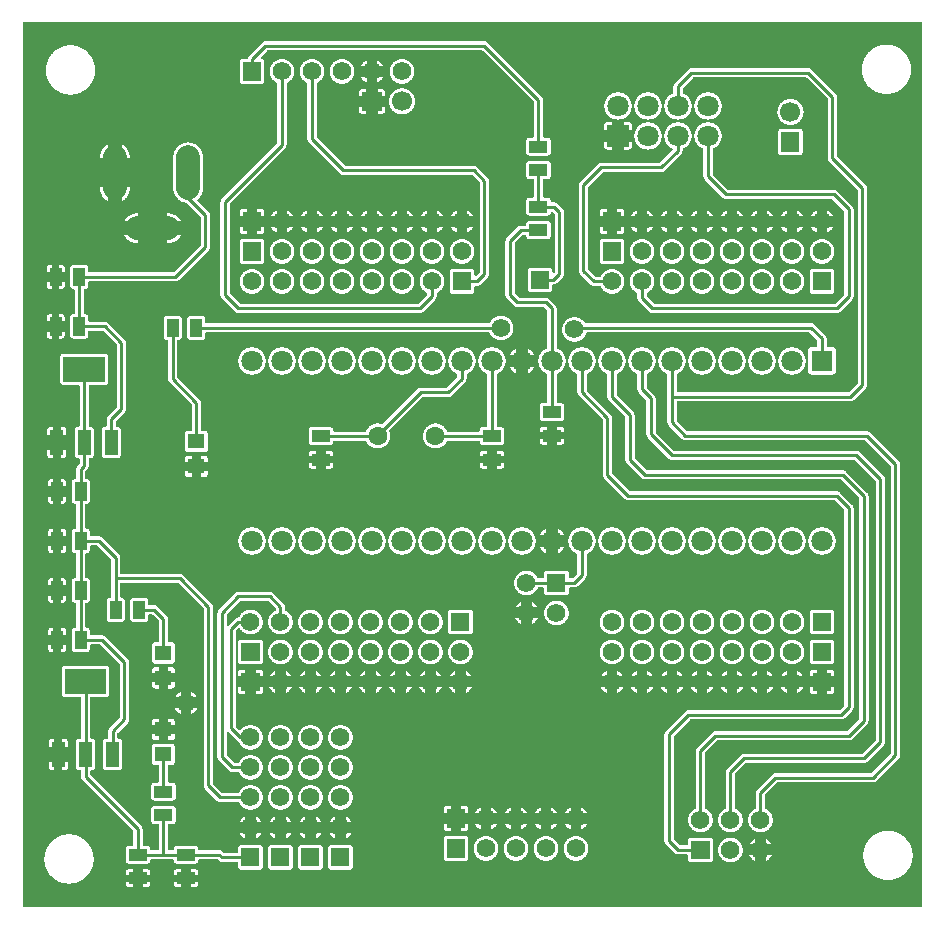
<source format=gtl>
G04 Layer: TopLayer*
G04 EasyEDA v6.4.7, 2020-10-10T14:28:28+07:00*
G04 52f6a2ab2d5a4f67a95d22fe1a878f29,10*
G04 Gerber Generator version 0.2*
G04 Scale: 100 percent, Rotated: No, Reflected: No *
G04 Dimensions in millimeters *
G04 leading zeros omitted , absolute positions ,3 integer and 3 decimal *
%FSLAX33Y33*%
%MOMM*%
G90*
D02*

%ADD10C,0.254000*%
%ADD13R,0.999998X1.550010*%
%ADD14R,1.550010X0.999998*%
%ADD15R,1.399540X1.300480*%
%ADD16C,1.575003*%
%ADD17R,1.574800X1.574800*%
%ADD18C,1.574800*%
%ADD19C,1.599997*%
%ADD20C,1.799996*%
%ADD21R,1.799996X1.799996*%
%ADD22R,1.574800X1.699997*%
%ADD23C,1.699997*%
%ADD25C,1.999996*%

%LPD*%
G36*
G01X76349Y75181D02*
G01X358Y75181D01*
G01X343Y75180D01*
G01X329Y75177D01*
G01X315Y75172D01*
G01X303Y75165D01*
G01X291Y75156D01*
G01X281Y75146D01*
G01X272Y75134D01*
G01X265Y75122D01*
G01X260Y75108D01*
G01X257Y75094D01*
G01X256Y75079D01*
G01X256Y358D01*
G01X257Y343D01*
G01X260Y329D01*
G01X265Y315D01*
G01X272Y303D01*
G01X281Y291D01*
G01X291Y281D01*
G01X303Y272D01*
G01X315Y265D01*
G01X329Y260D01*
G01X343Y257D01*
G01X358Y256D01*
G01X76349Y256D01*
G01X76364Y257D01*
G01X76378Y260D01*
G01X76392Y265D01*
G01X76404Y272D01*
G01X76416Y281D01*
G01X76426Y291D01*
G01X76435Y303D01*
G01X76442Y315D01*
G01X76447Y329D01*
G01X76450Y343D01*
G01X76451Y358D01*
G01X76451Y75079D01*
G01X76450Y75094D01*
G01X76447Y75108D01*
G01X76442Y75122D01*
G01X76435Y75134D01*
G01X76426Y75146D01*
G01X76416Y75156D01*
G01X76404Y75165D01*
G01X76392Y75172D01*
G01X76378Y75177D01*
G01X76364Y75180D01*
G01X76349Y75181D01*
G37*

%LPC*%
G36*
G01X66802Y71249D02*
G01X56896Y71249D01*
G01X56865Y71248D01*
G01X56836Y71244D01*
G01X56806Y71238D01*
G01X56777Y71230D01*
G01X56749Y71220D01*
G01X56721Y71207D01*
G01X56695Y71193D01*
G01X56670Y71176D01*
G01X56646Y71157D01*
G01X56624Y71137D01*
G01X55481Y69994D01*
G01X55461Y69972D01*
G01X55442Y69948D01*
G01X55425Y69923D01*
G01X55411Y69897D01*
G01X55398Y69869D01*
G01X55388Y69841D01*
G01X55380Y69812D01*
G01X55374Y69782D01*
G01X55370Y69753D01*
G01X55369Y69723D01*
G01X55369Y69234D01*
G01X55368Y69219D01*
G01X55365Y69204D01*
G01X55359Y69190D01*
G01X55352Y69177D01*
G01X55343Y69166D01*
G01X55332Y69155D01*
G01X55320Y69147D01*
G01X55307Y69140D01*
G01X55262Y69120D01*
G01X55219Y69099D01*
G01X55176Y69075D01*
G01X55135Y69050D01*
G01X55094Y69024D01*
G01X55055Y68995D01*
G01X55017Y68965D01*
G01X54980Y68933D01*
G01X54944Y68900D01*
G01X54910Y68866D01*
G01X54878Y68830D01*
G01X54847Y68792D01*
G01X54818Y68754D01*
G01X54790Y68714D01*
G01X54764Y68673D01*
G01X54740Y68631D01*
G01X54717Y68588D01*
G01X54696Y68544D01*
G01X54677Y68499D01*
G01X54661Y68454D01*
G01X54645Y68408D01*
G01X54632Y68361D01*
G01X54621Y68314D01*
G01X54612Y68266D01*
G01X54605Y68218D01*
G01X54600Y68170D01*
G01X54597Y68121D01*
G01X54596Y68073D01*
G01X54597Y68024D01*
G01X54600Y67975D01*
G01X54605Y67926D01*
G01X54613Y67877D01*
G01X54622Y67829D01*
G01X54633Y67781D01*
G01X54647Y67734D01*
G01X54662Y67687D01*
G01X54679Y67642D01*
G01X54699Y67596D01*
G01X54720Y67552D01*
G01X54743Y67509D01*
G01X54768Y67466D01*
G01X54794Y67425D01*
G01X54823Y67385D01*
G01X54853Y67346D01*
G01X54884Y67309D01*
G01X54918Y67273D01*
G01X54952Y67238D01*
G01X54988Y67205D01*
G01X55026Y67173D01*
G01X55065Y67143D01*
G01X55105Y67115D01*
G01X55146Y67088D01*
G01X55188Y67063D01*
G01X55232Y67040D01*
G01X55276Y67019D01*
G01X55321Y67000D01*
G01X55367Y66982D01*
G01X55414Y66967D01*
G01X55461Y66954D01*
G01X55509Y66942D01*
G01X55557Y66933D01*
G01X55606Y66926D01*
G01X55654Y66920D01*
G01X55703Y66917D01*
G01X55753Y66916D01*
G01X55802Y66917D01*
G01X55851Y66920D01*
G01X55899Y66926D01*
G01X55948Y66933D01*
G01X55996Y66942D01*
G01X56044Y66954D01*
G01X56091Y66967D01*
G01X56138Y66982D01*
G01X56184Y67000D01*
G01X56229Y67019D01*
G01X56273Y67040D01*
G01X56317Y67063D01*
G01X56359Y67088D01*
G01X56400Y67115D01*
G01X56440Y67143D01*
G01X56479Y67173D01*
G01X56517Y67205D01*
G01X56553Y67238D01*
G01X56587Y67273D01*
G01X56621Y67309D01*
G01X56652Y67346D01*
G01X56682Y67385D01*
G01X56711Y67425D01*
G01X56737Y67466D01*
G01X56762Y67509D01*
G01X56785Y67552D01*
G01X56806Y67596D01*
G01X56826Y67642D01*
G01X56843Y67687D01*
G01X56858Y67734D01*
G01X56872Y67781D01*
G01X56883Y67829D01*
G01X56892Y67877D01*
G01X56900Y67926D01*
G01X56905Y67975D01*
G01X56908Y68024D01*
G01X56909Y68073D01*
G01X56908Y68121D01*
G01X56905Y68170D01*
G01X56900Y68218D01*
G01X56893Y68266D01*
G01X56884Y68314D01*
G01X56873Y68361D01*
G01X56860Y68408D01*
G01X56844Y68454D01*
G01X56828Y68499D01*
G01X56809Y68544D01*
G01X56788Y68588D01*
G01X56765Y68631D01*
G01X56741Y68673D01*
G01X56715Y68714D01*
G01X56687Y68754D01*
G01X56658Y68792D01*
G01X56627Y68830D01*
G01X56595Y68866D01*
G01X56561Y68900D01*
G01X56525Y68933D01*
G01X56488Y68965D01*
G01X56450Y68995D01*
G01X56411Y69024D01*
G01X56370Y69050D01*
G01X56329Y69075D01*
G01X56286Y69099D01*
G01X56243Y69120D01*
G01X56198Y69140D01*
G01X56185Y69147D01*
G01X56173Y69155D01*
G01X56162Y69166D01*
G01X56153Y69177D01*
G01X56146Y69190D01*
G01X56140Y69204D01*
G01X56137Y69219D01*
G01X56136Y69234D01*
G01X56136Y69522D01*
G01X56137Y69537D01*
G01X56141Y69553D01*
G01X56147Y69568D01*
G01X56155Y69581D01*
G01X56166Y69593D01*
G01X57025Y70452D01*
G01X57037Y70463D01*
G01X57050Y70471D01*
G01X57065Y70477D01*
G01X57081Y70481D01*
G01X57096Y70482D01*
G01X66601Y70482D01*
G01X66616Y70481D01*
G01X66632Y70477D01*
G01X66647Y70471D01*
G01X66660Y70463D01*
G01X66672Y70452D01*
G01X68420Y68704D01*
G01X68431Y68692D01*
G01X68439Y68679D01*
G01X68445Y68664D01*
G01X68449Y68648D01*
G01X68450Y68633D01*
G01X68450Y63627D01*
G01X68451Y63596D01*
G01X68455Y63567D01*
G01X68461Y63537D01*
G01X68469Y63508D01*
G01X68479Y63480D01*
G01X68492Y63452D01*
G01X68506Y63426D01*
G01X68523Y63401D01*
G01X68542Y63377D01*
G01X68562Y63355D01*
G01X70960Y60957D01*
G01X70971Y60945D01*
G01X70979Y60932D01*
G01X70985Y60917D01*
G01X70989Y60901D01*
G01X70990Y60886D01*
G01X70990Y44650D01*
G01X70989Y44635D01*
G01X70985Y44619D01*
G01X70979Y44604D01*
G01X70971Y44591D01*
G01X70960Y44579D01*
G01X70228Y43847D01*
G01X70216Y43836D01*
G01X70203Y43828D01*
G01X70188Y43822D01*
G01X70172Y43818D01*
G01X70157Y43817D01*
G01X55730Y43817D01*
G01X55715Y43818D01*
G01X55701Y43821D01*
G01X55687Y43826D01*
G01X55675Y43833D01*
G01X55663Y43842D01*
G01X55653Y43852D01*
G01X55644Y43864D01*
G01X55637Y43876D01*
G01X55632Y43890D01*
G01X55629Y43904D01*
G01X55628Y43919D01*
G01X55628Y45321D01*
G01X55629Y45336D01*
G01X55632Y45350D01*
G01X55638Y45364D01*
G01X55645Y45377D01*
G01X55654Y45389D01*
G01X55665Y45399D01*
G01X55677Y45408D01*
G01X55690Y45414D01*
G01X55735Y45434D01*
G01X55778Y45456D01*
G01X55821Y45479D01*
G01X55862Y45504D01*
G01X55903Y45531D01*
G01X55942Y45559D01*
G01X55980Y45589D01*
G01X56017Y45621D01*
G01X56053Y45654D01*
G01X56087Y45689D01*
G01X56119Y45725D01*
G01X56150Y45762D01*
G01X56179Y45801D01*
G01X56207Y45840D01*
G01X56233Y45881D01*
G01X56257Y45923D01*
G01X56280Y45966D01*
G01X56301Y46010D01*
G01X56320Y46055D01*
G01X56352Y46147D01*
G01X56365Y46193D01*
G01X56376Y46241D01*
G01X56385Y46288D01*
G01X56392Y46336D01*
G01X56397Y46385D01*
G01X56400Y46433D01*
G01X56401Y46482D01*
G01X56400Y46531D01*
G01X56397Y46580D01*
G01X56392Y46628D01*
G01X56384Y46677D01*
G01X56375Y46725D01*
G01X56364Y46773D01*
G01X56350Y46820D01*
G01X56335Y46867D01*
G01X56318Y46913D01*
G01X56298Y46958D01*
G01X56277Y47002D01*
G01X56254Y47046D01*
G01X56229Y47088D01*
G01X56203Y47129D01*
G01X56174Y47169D01*
G01X56144Y47208D01*
G01X56113Y47246D01*
G01X56079Y47282D01*
G01X56045Y47316D01*
G01X56009Y47350D01*
G01X55971Y47381D01*
G01X55932Y47411D01*
G01X55892Y47440D01*
G01X55851Y47466D01*
G01X55809Y47491D01*
G01X55765Y47514D01*
G01X55721Y47535D01*
G01X55676Y47555D01*
G01X55630Y47572D01*
G01X55583Y47587D01*
G01X55536Y47601D01*
G01X55488Y47612D01*
G01X55440Y47621D01*
G01X55391Y47629D01*
G01X55343Y47634D01*
G01X55294Y47637D01*
G01X55245Y47638D01*
G01X55195Y47637D01*
G01X55146Y47634D01*
G01X55098Y47629D01*
G01X55049Y47621D01*
G01X55001Y47612D01*
G01X54953Y47601D01*
G01X54906Y47587D01*
G01X54859Y47572D01*
G01X54813Y47555D01*
G01X54768Y47535D01*
G01X54724Y47514D01*
G01X54680Y47491D01*
G01X54638Y47466D01*
G01X54597Y47440D01*
G01X54557Y47411D01*
G01X54518Y47381D01*
G01X54480Y47350D01*
G01X54444Y47316D01*
G01X54410Y47282D01*
G01X54376Y47246D01*
G01X54345Y47208D01*
G01X54315Y47169D01*
G01X54286Y47129D01*
G01X54260Y47088D01*
G01X54235Y47046D01*
G01X54212Y47002D01*
G01X54191Y46958D01*
G01X54171Y46913D01*
G01X54154Y46867D01*
G01X54139Y46820D01*
G01X54125Y46773D01*
G01X54114Y46725D01*
G01X54105Y46677D01*
G01X54097Y46628D01*
G01X54092Y46580D01*
G01X54089Y46531D01*
G01X54088Y46482D01*
G01X54089Y46433D01*
G01X54092Y46385D01*
G01X54097Y46336D01*
G01X54104Y46288D01*
G01X54113Y46241D01*
G01X54124Y46193D01*
G01X54137Y46147D01*
G01X54169Y46055D01*
G01X54188Y46010D01*
G01X54209Y45966D01*
G01X54232Y45923D01*
G01X54256Y45881D01*
G01X54282Y45840D01*
G01X54310Y45801D01*
G01X54339Y45762D01*
G01X54370Y45725D01*
G01X54402Y45689D01*
G01X54436Y45654D01*
G01X54472Y45621D01*
G01X54509Y45589D01*
G01X54547Y45559D01*
G01X54586Y45531D01*
G01X54627Y45504D01*
G01X54668Y45479D01*
G01X54711Y45456D01*
G01X54754Y45434D01*
G01X54799Y45414D01*
G01X54812Y45408D01*
G01X54824Y45399D01*
G01X54835Y45389D01*
G01X54844Y45377D01*
G01X54851Y45364D01*
G01X54857Y45350D01*
G01X54860Y45336D01*
G01X54861Y45321D01*
G01X54861Y41275D01*
G01X54862Y41244D01*
G01X54866Y41215D01*
G01X54872Y41185D01*
G01X54880Y41156D01*
G01X54890Y41128D01*
G01X54903Y41100D01*
G01X54917Y41074D01*
G01X54934Y41049D01*
G01X54953Y41025D01*
G01X54973Y41003D01*
G01X56116Y39860D01*
G01X56138Y39840D01*
G01X56162Y39821D01*
G01X56187Y39804D01*
G01X56213Y39790D01*
G01X56241Y39777D01*
G01X56269Y39767D01*
G01X56298Y39759D01*
G01X56328Y39753D01*
G01X56357Y39749D01*
G01X56388Y39748D01*
G01X71554Y39748D01*
G01X71569Y39747D01*
G01X71585Y39743D01*
G01X71600Y39737D01*
G01X71613Y39729D01*
G01X71625Y39718D01*
G01X73754Y37589D01*
G01X73765Y37577D01*
G01X73773Y37564D01*
G01X73779Y37549D01*
G01X73783Y37533D01*
G01X73784Y37518D01*
G01X73784Y13281D01*
G01X73783Y13266D01*
G01X73779Y13250D01*
G01X73773Y13235D01*
G01X73765Y13222D01*
G01X73754Y13210D01*
G01X72133Y11589D01*
G01X72121Y11578D01*
G01X72108Y11570D01*
G01X72093Y11564D01*
G01X72077Y11560D01*
G01X72062Y11559D01*
G01X64008Y11559D01*
G01X63977Y11558D01*
G01X63948Y11554D01*
G01X63918Y11548D01*
G01X63889Y11540D01*
G01X63861Y11530D01*
G01X63833Y11517D01*
G01X63807Y11503D01*
G01X63782Y11486D01*
G01X63758Y11467D01*
G01X63736Y11447D01*
G01X62466Y10177D01*
G01X62446Y10155D01*
G01X62427Y10131D01*
G01X62410Y10106D01*
G01X62396Y10080D01*
G01X62383Y10052D01*
G01X62373Y10024D01*
G01X62365Y9995D01*
G01X62359Y9965D01*
G01X62355Y9936D01*
G01X62354Y9906D01*
G01X62354Y8657D01*
G01X62353Y8643D01*
G01X62350Y8629D01*
G01X62345Y8615D01*
G01X62338Y8603D01*
G01X62330Y8591D01*
G01X62319Y8581D01*
G01X62308Y8572D01*
G01X62295Y8565D01*
G01X62253Y8544D01*
G01X62212Y8521D01*
G01X62171Y8497D01*
G01X62132Y8470D01*
G01X62094Y8442D01*
G01X62058Y8412D01*
G01X62022Y8380D01*
G01X61989Y8347D01*
G01X61956Y8312D01*
G01X61926Y8276D01*
G01X61897Y8239D01*
G01X61870Y8200D01*
G01X61844Y8160D01*
G01X61821Y8119D01*
G01X61799Y8077D01*
G01X61779Y8034D01*
G01X61761Y7990D01*
G01X61746Y7945D01*
G01X61732Y7900D01*
G01X61720Y7854D01*
G01X61711Y7808D01*
G01X61703Y7761D01*
G01X61698Y7714D01*
G01X61695Y7667D01*
G01X61694Y7620D01*
G01X61695Y7573D01*
G01X61698Y7526D01*
G01X61703Y7479D01*
G01X61710Y7433D01*
G01X61720Y7387D01*
G01X61731Y7342D01*
G01X61745Y7297D01*
G01X61760Y7253D01*
G01X61778Y7209D01*
G01X61797Y7167D01*
G01X61818Y7125D01*
G01X61841Y7084D01*
G01X61866Y7044D01*
G01X61893Y7006D01*
G01X61921Y6969D01*
G01X61951Y6933D01*
G01X61983Y6898D01*
G01X62016Y6865D01*
G01X62051Y6833D01*
G01X62087Y6803D01*
G01X62124Y6775D01*
G01X62162Y6748D01*
G01X62202Y6723D01*
G01X62243Y6700D01*
G01X62285Y6679D01*
G01X62327Y6660D01*
G01X62371Y6642D01*
G01X62415Y6627D01*
G01X62460Y6613D01*
G01X62505Y6602D01*
G01X62551Y6592D01*
G01X62597Y6585D01*
G01X62644Y6580D01*
G01X62691Y6577D01*
G01X62738Y6576D01*
G01X62784Y6577D01*
G01X62831Y6580D01*
G01X62878Y6585D01*
G01X62924Y6592D01*
G01X62970Y6602D01*
G01X63015Y6613D01*
G01X63060Y6627D01*
G01X63104Y6642D01*
G01X63148Y6660D01*
G01X63190Y6679D01*
G01X63232Y6700D01*
G01X63273Y6723D01*
G01X63313Y6748D01*
G01X63351Y6775D01*
G01X63388Y6803D01*
G01X63424Y6833D01*
G01X63459Y6865D01*
G01X63492Y6898D01*
G01X63524Y6933D01*
G01X63554Y6969D01*
G01X63582Y7006D01*
G01X63609Y7044D01*
G01X63634Y7084D01*
G01X63657Y7125D01*
G01X63678Y7167D01*
G01X63697Y7209D01*
G01X63715Y7253D01*
G01X63730Y7297D01*
G01X63744Y7342D01*
G01X63755Y7387D01*
G01X63765Y7433D01*
G01X63772Y7479D01*
G01X63777Y7526D01*
G01X63780Y7573D01*
G01X63781Y7620D01*
G01X63780Y7667D01*
G01X63777Y7714D01*
G01X63772Y7761D01*
G01X63764Y7808D01*
G01X63755Y7854D01*
G01X63743Y7900D01*
G01X63729Y7945D01*
G01X63714Y7990D01*
G01X63696Y8034D01*
G01X63676Y8077D01*
G01X63654Y8119D01*
G01X63631Y8160D01*
G01X63605Y8200D01*
G01X63578Y8239D01*
G01X63549Y8276D01*
G01X63519Y8312D01*
G01X63486Y8347D01*
G01X63453Y8380D01*
G01X63417Y8412D01*
G01X63381Y8442D01*
G01X63343Y8470D01*
G01X63304Y8497D01*
G01X63263Y8521D01*
G01X63222Y8544D01*
G01X63180Y8565D01*
G01X63167Y8572D01*
G01X63156Y8581D01*
G01X63145Y8591D01*
G01X63137Y8603D01*
G01X63130Y8615D01*
G01X63125Y8629D01*
G01X63122Y8643D01*
G01X63121Y8657D01*
G01X63121Y9705D01*
G01X63122Y9720D01*
G01X63126Y9736D01*
G01X63132Y9751D01*
G01X63140Y9764D01*
G01X63151Y9776D01*
G01X64137Y10762D01*
G01X64149Y10773D01*
G01X64162Y10781D01*
G01X64177Y10787D01*
G01X64193Y10791D01*
G01X64208Y10792D01*
G01X72263Y10792D01*
G01X72293Y10793D01*
G01X72322Y10797D01*
G01X72352Y10803D01*
G01X72381Y10811D01*
G01X72409Y10821D01*
G01X72437Y10834D01*
G01X72463Y10848D01*
G01X72488Y10865D01*
G01X72512Y10884D01*
G01X72534Y10904D01*
G01X74439Y12809D01*
G01X74459Y12831D01*
G01X74478Y12855D01*
G01X74495Y12880D01*
G01X74509Y12906D01*
G01X74522Y12934D01*
G01X74532Y12962D01*
G01X74540Y12991D01*
G01X74546Y13021D01*
G01X74550Y13050D01*
G01X74551Y13081D01*
G01X74551Y37719D01*
G01X74550Y37749D01*
G01X74546Y37778D01*
G01X74540Y37808D01*
G01X74532Y37837D01*
G01X74522Y37865D01*
G01X74509Y37893D01*
G01X74495Y37919D01*
G01X74478Y37944D01*
G01X74459Y37968D01*
G01X74439Y37990D01*
G01X72026Y40403D01*
G01X72004Y40423D01*
G01X71980Y40442D01*
G01X71955Y40459D01*
G01X71929Y40473D01*
G01X71901Y40486D01*
G01X71873Y40496D01*
G01X71844Y40504D01*
G01X71814Y40510D01*
G01X71785Y40514D01*
G01X71755Y40515D01*
G01X56588Y40515D01*
G01X56573Y40516D01*
G01X56557Y40520D01*
G01X56542Y40526D01*
G01X56529Y40534D01*
G01X56517Y40545D01*
G01X55658Y41404D01*
G01X55647Y41416D01*
G01X55639Y41429D01*
G01X55633Y41444D01*
G01X55629Y41460D01*
G01X55628Y41475D01*
G01X55628Y42948D01*
G01X55629Y42963D01*
G01X55632Y42977D01*
G01X55637Y42991D01*
G01X55644Y43003D01*
G01X55653Y43015D01*
G01X55663Y43025D01*
G01X55675Y43034D01*
G01X55687Y43041D01*
G01X55701Y43046D01*
G01X55715Y43049D01*
G01X55730Y43050D01*
G01X70358Y43050D01*
G01X70388Y43051D01*
G01X70417Y43055D01*
G01X70447Y43061D01*
G01X70476Y43069D01*
G01X70504Y43079D01*
G01X70532Y43092D01*
G01X70558Y43106D01*
G01X70583Y43123D01*
G01X70607Y43142D01*
G01X70629Y43162D01*
G01X71645Y44178D01*
G01X71665Y44200D01*
G01X71684Y44224D01*
G01X71701Y44249D01*
G01X71715Y44275D01*
G01X71728Y44303D01*
G01X71738Y44331D01*
G01X71746Y44360D01*
G01X71752Y44390D01*
G01X71756Y44419D01*
G01X71757Y44450D01*
G01X71757Y61087D01*
G01X71756Y61117D01*
G01X71752Y61146D01*
G01X71746Y61176D01*
G01X71738Y61205D01*
G01X71728Y61233D01*
G01X71715Y61261D01*
G01X71701Y61287D01*
G01X71684Y61312D01*
G01X71665Y61336D01*
G01X71645Y61358D01*
G01X69247Y63756D01*
G01X69236Y63768D01*
G01X69228Y63781D01*
G01X69222Y63796D01*
G01X69218Y63812D01*
G01X69217Y63827D01*
G01X69217Y68834D01*
G01X69216Y68864D01*
G01X69212Y68893D01*
G01X69206Y68923D01*
G01X69198Y68952D01*
G01X69188Y68980D01*
G01X69175Y69008D01*
G01X69161Y69034D01*
G01X69144Y69059D01*
G01X69125Y69083D01*
G01X69105Y69105D01*
G01X67073Y71137D01*
G01X67051Y71157D01*
G01X67027Y71176D01*
G01X67002Y71193D01*
G01X66976Y71207D01*
G01X66948Y71220D01*
G01X66920Y71230D01*
G01X66891Y71238D01*
G01X66861Y71244D01*
G01X66832Y71248D01*
G01X66802Y71249D01*
G37*
G36*
G01X47674Y47637D02*
G01X47625Y47638D01*
G01X47575Y47637D01*
G01X47526Y47634D01*
G01X47478Y47629D01*
G01X47429Y47621D01*
G01X47381Y47612D01*
G01X47333Y47601D01*
G01X47286Y47587D01*
G01X47239Y47572D01*
G01X47193Y47555D01*
G01X47148Y47535D01*
G01X47104Y47514D01*
G01X47060Y47491D01*
G01X47018Y47466D01*
G01X46977Y47440D01*
G01X46937Y47411D01*
G01X46898Y47381D01*
G01X46860Y47350D01*
G01X46824Y47316D01*
G01X46790Y47282D01*
G01X46756Y47246D01*
G01X46725Y47208D01*
G01X46695Y47169D01*
G01X46666Y47129D01*
G01X46640Y47088D01*
G01X46615Y47046D01*
G01X46592Y47002D01*
G01X46571Y46958D01*
G01X46551Y46913D01*
G01X46534Y46867D01*
G01X46519Y46820D01*
G01X46505Y46773D01*
G01X46494Y46725D01*
G01X46485Y46677D01*
G01X46477Y46628D01*
G01X46472Y46580D01*
G01X46469Y46531D01*
G01X46468Y46482D01*
G01X46469Y46433D01*
G01X46472Y46385D01*
G01X46477Y46336D01*
G01X46484Y46288D01*
G01X46493Y46241D01*
G01X46504Y46193D01*
G01X46517Y46147D01*
G01X46549Y46055D01*
G01X46568Y46010D01*
G01X46589Y45966D01*
G01X46612Y45923D01*
G01X46636Y45881D01*
G01X46662Y45840D01*
G01X46690Y45801D01*
G01X46719Y45762D01*
G01X46750Y45725D01*
G01X46782Y45689D01*
G01X46816Y45654D01*
G01X46852Y45621D01*
G01X46889Y45589D01*
G01X46927Y45559D01*
G01X46966Y45531D01*
G01X47007Y45504D01*
G01X47048Y45479D01*
G01X47091Y45456D01*
G01X47134Y45434D01*
G01X47179Y45414D01*
G01X47192Y45408D01*
G01X47204Y45399D01*
G01X47215Y45389D01*
G01X47224Y45377D01*
G01X47231Y45364D01*
G01X47237Y45350D01*
G01X47240Y45336D01*
G01X47241Y45321D01*
G01X47241Y43815D01*
G01X47242Y43784D01*
G01X47246Y43755D01*
G01X47252Y43725D01*
G01X47260Y43696D01*
G01X47270Y43668D01*
G01X47283Y43640D01*
G01X47297Y43614D01*
G01X47314Y43589D01*
G01X47333Y43565D01*
G01X47353Y43543D01*
G01X49370Y41526D01*
G01X49381Y41514D01*
G01X49389Y41501D01*
G01X49395Y41486D01*
G01X49399Y41470D01*
G01X49400Y41455D01*
G01X49400Y36830D01*
G01X49401Y36799D01*
G01X49405Y36770D01*
G01X49411Y36740D01*
G01X49419Y36711D01*
G01X49429Y36683D01*
G01X49442Y36655D01*
G01X49456Y36629D01*
G01X49473Y36604D01*
G01X49492Y36580D01*
G01X49512Y36558D01*
G01X51290Y34780D01*
G01X51312Y34760D01*
G01X51336Y34741D01*
G01X51361Y34724D01*
G01X51387Y34710D01*
G01X51415Y34697D01*
G01X51443Y34687D01*
G01X51472Y34679D01*
G01X51502Y34673D01*
G01X51531Y34669D01*
G01X51562Y34668D01*
G01X69014Y34668D01*
G01X69029Y34667D01*
G01X69045Y34663D01*
G01X69060Y34657D01*
G01X69073Y34649D01*
G01X69085Y34638D01*
G01X69817Y33906D01*
G01X69828Y33894D01*
G01X69836Y33881D01*
G01X69842Y33866D01*
G01X69846Y33850D01*
G01X69847Y33835D01*
G01X69847Y17345D01*
G01X69846Y17330D01*
G01X69842Y17314D01*
G01X69836Y17299D01*
G01X69828Y17286D01*
G01X69817Y17274D01*
G01X69466Y16923D01*
G01X69454Y16912D01*
G01X69441Y16904D01*
G01X69426Y16898D01*
G01X69410Y16894D01*
G01X69395Y16893D01*
G01X56642Y16893D01*
G01X56611Y16892D01*
G01X56582Y16888D01*
G01X56552Y16882D01*
G01X56523Y16874D01*
G01X56495Y16864D01*
G01X56467Y16851D01*
G01X56441Y16837D01*
G01X56416Y16820D01*
G01X56392Y16801D01*
G01X56370Y16781D01*
G01X54719Y15130D01*
G01X54699Y15108D01*
G01X54680Y15084D01*
G01X54663Y15059D01*
G01X54649Y15033D01*
G01X54636Y15005D01*
G01X54626Y14977D01*
G01X54618Y14948D01*
G01X54612Y14918D01*
G01X54608Y14889D01*
G01X54607Y14859D01*
G01X54607Y5842D01*
G01X54608Y5811D01*
G01X54612Y5782D01*
G01X54618Y5752D01*
G01X54626Y5723D01*
G01X54636Y5695D01*
G01X54649Y5667D01*
G01X54663Y5641D01*
G01X54680Y5616D01*
G01X54699Y5592D01*
G01X54719Y5570D01*
G01X55481Y4808D01*
G01X55503Y4788D01*
G01X55527Y4769D01*
G01X55552Y4752D01*
G01X55578Y4738D01*
G01X55606Y4725D01*
G01X55634Y4715D01*
G01X55663Y4707D01*
G01X55693Y4701D01*
G01X55722Y4697D01*
G01X55753Y4696D01*
G01X56512Y4696D01*
G01X56526Y4695D01*
G01X56541Y4692D01*
G01X56554Y4687D01*
G01X56567Y4680D01*
G01X56578Y4671D01*
G01X56589Y4661D01*
G01X56597Y4649D01*
G01X56604Y4637D01*
G01X56609Y4623D01*
G01X56613Y4609D01*
G01X56614Y4594D01*
G01X56614Y4292D01*
G01X56615Y4268D01*
G01X56618Y4245D01*
G01X56623Y4222D01*
G01X56631Y4199D01*
G01X56640Y4178D01*
G01X56652Y4157D01*
G01X56665Y4137D01*
G01X56681Y4119D01*
G01X56697Y4103D01*
G01X56715Y4087D01*
G01X56735Y4074D01*
G01X56756Y4062D01*
G01X56777Y4053D01*
G01X56800Y4045D01*
G01X56823Y4040D01*
G01X56846Y4037D01*
G01X56870Y4036D01*
G01X58445Y4036D01*
G01X58469Y4037D01*
G01X58492Y4040D01*
G01X58515Y4045D01*
G01X58538Y4053D01*
G01X58559Y4062D01*
G01X58580Y4074D01*
G01X58600Y4087D01*
G01X58618Y4103D01*
G01X58634Y4119D01*
G01X58650Y4137D01*
G01X58663Y4157D01*
G01X58675Y4178D01*
G01X58684Y4199D01*
G01X58692Y4222D01*
G01X58697Y4245D01*
G01X58700Y4268D01*
G01X58701Y4292D01*
G01X58701Y5867D01*
G01X58700Y5891D01*
G01X58697Y5914D01*
G01X58692Y5937D01*
G01X58684Y5960D01*
G01X58675Y5981D01*
G01X58663Y6002D01*
G01X58650Y6022D01*
G01X58634Y6040D01*
G01X58618Y6056D01*
G01X58600Y6072D01*
G01X58580Y6085D01*
G01X58559Y6097D01*
G01X58538Y6106D01*
G01X58515Y6114D01*
G01X58492Y6119D01*
G01X58469Y6122D01*
G01X58445Y6123D01*
G01X56870Y6123D01*
G01X56846Y6122D01*
G01X56823Y6119D01*
G01X56800Y6114D01*
G01X56777Y6106D01*
G01X56756Y6097D01*
G01X56735Y6085D01*
G01X56715Y6072D01*
G01X56697Y6056D01*
G01X56681Y6040D01*
G01X56665Y6022D01*
G01X56652Y6002D01*
G01X56640Y5981D01*
G01X56631Y5960D01*
G01X56623Y5937D01*
G01X56618Y5914D01*
G01X56615Y5891D01*
G01X56614Y5867D01*
G01X56614Y5565D01*
G01X56613Y5550D01*
G01X56609Y5536D01*
G01X56604Y5522D01*
G01X56597Y5510D01*
G01X56589Y5498D01*
G01X56578Y5488D01*
G01X56567Y5479D01*
G01X56554Y5472D01*
G01X56541Y5467D01*
G01X56526Y5464D01*
G01X56512Y5463D01*
G01X55953Y5463D01*
G01X55938Y5464D01*
G01X55922Y5468D01*
G01X55907Y5474D01*
G01X55894Y5482D01*
G01X55882Y5493D01*
G01X55404Y5971D01*
G01X55393Y5983D01*
G01X55385Y5996D01*
G01X55379Y6011D01*
G01X55375Y6027D01*
G01X55374Y6042D01*
G01X55374Y14658D01*
G01X55375Y14673D01*
G01X55379Y14689D01*
G01X55385Y14704D01*
G01X55393Y14717D01*
G01X55404Y14729D01*
G01X56771Y16096D01*
G01X56783Y16107D01*
G01X56796Y16115D01*
G01X56811Y16121D01*
G01X56827Y16125D01*
G01X56842Y16126D01*
G01X69596Y16126D01*
G01X69626Y16127D01*
G01X69655Y16131D01*
G01X69685Y16137D01*
G01X69714Y16145D01*
G01X69742Y16155D01*
G01X69770Y16168D01*
G01X69796Y16182D01*
G01X69821Y16199D01*
G01X69845Y16218D01*
G01X69867Y16238D01*
G01X70502Y16873D01*
G01X70522Y16895D01*
G01X70541Y16919D01*
G01X70558Y16944D01*
G01X70572Y16970D01*
G01X70585Y16998D01*
G01X70595Y17026D01*
G01X70603Y17055D01*
G01X70609Y17085D01*
G01X70613Y17114D01*
G01X70614Y17145D01*
G01X70614Y34036D01*
G01X70613Y34066D01*
G01X70609Y34095D01*
G01X70603Y34125D01*
G01X70595Y34154D01*
G01X70585Y34182D01*
G01X70572Y34210D01*
G01X70558Y34236D01*
G01X70541Y34261D01*
G01X70522Y34285D01*
G01X70502Y34307D01*
G01X69486Y35323D01*
G01X69464Y35343D01*
G01X69440Y35362D01*
G01X69415Y35379D01*
G01X69389Y35393D01*
G01X69361Y35406D01*
G01X69333Y35416D01*
G01X69304Y35424D01*
G01X69274Y35430D01*
G01X69245Y35434D01*
G01X69215Y35435D01*
G01X51762Y35435D01*
G01X51747Y35436D01*
G01X51731Y35440D01*
G01X51716Y35446D01*
G01X51703Y35454D01*
G01X51691Y35465D01*
G01X50197Y36959D01*
G01X50186Y36971D01*
G01X50178Y36984D01*
G01X50172Y36999D01*
G01X50168Y37015D01*
G01X50167Y37030D01*
G01X50167Y41656D01*
G01X50166Y41686D01*
G01X50162Y41715D01*
G01X50156Y41745D01*
G01X50148Y41774D01*
G01X50138Y41802D01*
G01X50125Y41830D01*
G01X50111Y41856D01*
G01X50094Y41881D01*
G01X50075Y41905D01*
G01X50055Y41927D01*
G01X48038Y43944D01*
G01X48027Y43956D01*
G01X48019Y43969D01*
G01X48013Y43984D01*
G01X48009Y44000D01*
G01X48008Y44015D01*
G01X48008Y45321D01*
G01X48009Y45336D01*
G01X48012Y45350D01*
G01X48018Y45364D01*
G01X48025Y45377D01*
G01X48034Y45389D01*
G01X48045Y45399D01*
G01X48057Y45408D01*
G01X48070Y45414D01*
G01X48115Y45434D01*
G01X48158Y45456D01*
G01X48201Y45479D01*
G01X48242Y45504D01*
G01X48283Y45531D01*
G01X48322Y45559D01*
G01X48360Y45589D01*
G01X48397Y45621D01*
G01X48433Y45654D01*
G01X48467Y45689D01*
G01X48499Y45725D01*
G01X48530Y45762D01*
G01X48559Y45801D01*
G01X48587Y45840D01*
G01X48613Y45881D01*
G01X48637Y45923D01*
G01X48660Y45966D01*
G01X48681Y46010D01*
G01X48700Y46055D01*
G01X48732Y46147D01*
G01X48745Y46193D01*
G01X48756Y46241D01*
G01X48765Y46288D01*
G01X48772Y46336D01*
G01X48777Y46385D01*
G01X48780Y46433D01*
G01X48781Y46482D01*
G01X48780Y46531D01*
G01X48777Y46580D01*
G01X48772Y46628D01*
G01X48764Y46677D01*
G01X48755Y46725D01*
G01X48744Y46773D01*
G01X48730Y46820D01*
G01X48715Y46867D01*
G01X48698Y46913D01*
G01X48678Y46958D01*
G01X48657Y47002D01*
G01X48634Y47046D01*
G01X48609Y47088D01*
G01X48583Y47129D01*
G01X48554Y47169D01*
G01X48524Y47208D01*
G01X48493Y47246D01*
G01X48459Y47282D01*
G01X48425Y47316D01*
G01X48389Y47350D01*
G01X48351Y47381D01*
G01X48312Y47411D01*
G01X48272Y47440D01*
G01X48231Y47466D01*
G01X48189Y47491D01*
G01X48145Y47514D01*
G01X48101Y47535D01*
G01X48056Y47555D01*
G01X48010Y47572D01*
G01X47963Y47587D01*
G01X47916Y47601D01*
G01X47868Y47612D01*
G01X47820Y47621D01*
G01X47771Y47629D01*
G01X47723Y47634D01*
G01X47674Y47637D01*
G37*
G36*
G01X50214Y47637D02*
G01X50165Y47638D01*
G01X50115Y47637D01*
G01X50066Y47634D01*
G01X50018Y47629D01*
G01X49969Y47621D01*
G01X49921Y47612D01*
G01X49873Y47601D01*
G01X49826Y47587D01*
G01X49779Y47572D01*
G01X49733Y47555D01*
G01X49688Y47535D01*
G01X49644Y47514D01*
G01X49600Y47491D01*
G01X49558Y47466D01*
G01X49517Y47440D01*
G01X49477Y47411D01*
G01X49438Y47381D01*
G01X49400Y47350D01*
G01X49364Y47316D01*
G01X49330Y47282D01*
G01X49296Y47246D01*
G01X49265Y47208D01*
G01X49235Y47169D01*
G01X49206Y47129D01*
G01X49180Y47088D01*
G01X49155Y47046D01*
G01X49132Y47002D01*
G01X49111Y46958D01*
G01X49091Y46913D01*
G01X49074Y46867D01*
G01X49059Y46820D01*
G01X49045Y46773D01*
G01X49034Y46725D01*
G01X49025Y46677D01*
G01X49017Y46628D01*
G01X49012Y46580D01*
G01X49009Y46531D01*
G01X49008Y46482D01*
G01X49009Y46433D01*
G01X49012Y46385D01*
G01X49017Y46336D01*
G01X49024Y46288D01*
G01X49033Y46241D01*
G01X49044Y46193D01*
G01X49057Y46147D01*
G01X49089Y46055D01*
G01X49108Y46010D01*
G01X49129Y45966D01*
G01X49152Y45923D01*
G01X49176Y45881D01*
G01X49202Y45840D01*
G01X49230Y45801D01*
G01X49259Y45762D01*
G01X49290Y45725D01*
G01X49322Y45689D01*
G01X49356Y45654D01*
G01X49392Y45621D01*
G01X49429Y45589D01*
G01X49467Y45559D01*
G01X49506Y45531D01*
G01X49547Y45504D01*
G01X49588Y45479D01*
G01X49631Y45456D01*
G01X49674Y45434D01*
G01X49719Y45414D01*
G01X49732Y45408D01*
G01X49744Y45399D01*
G01X49755Y45389D01*
G01X49764Y45377D01*
G01X49771Y45364D01*
G01X49777Y45350D01*
G01X49780Y45336D01*
G01X49781Y45321D01*
G01X49781Y43434D01*
G01X49782Y43403D01*
G01X49786Y43374D01*
G01X49792Y43344D01*
G01X49800Y43315D01*
G01X49810Y43287D01*
G01X49823Y43259D01*
G01X49837Y43233D01*
G01X49854Y43208D01*
G01X49873Y43184D01*
G01X49893Y43162D01*
G01X51275Y41780D01*
G01X51286Y41768D01*
G01X51294Y41755D01*
G01X51300Y41740D01*
G01X51304Y41724D01*
G01X51305Y41709D01*
G01X51305Y38100D01*
G01X51306Y38069D01*
G01X51310Y38040D01*
G01X51316Y38010D01*
G01X51324Y37981D01*
G01X51334Y37953D01*
G01X51347Y37925D01*
G01X51361Y37899D01*
G01X51378Y37874D01*
G01X51397Y37850D01*
G01X51417Y37828D01*
G01X52687Y36558D01*
G01X52709Y36538D01*
G01X52733Y36519D01*
G01X52758Y36502D01*
G01X52784Y36488D01*
G01X52812Y36475D01*
G01X52840Y36465D01*
G01X52869Y36457D01*
G01X52899Y36451D01*
G01X52928Y36447D01*
G01X52959Y36446D01*
G01X69522Y36446D01*
G01X69537Y36445D01*
G01X69553Y36441D01*
G01X69568Y36435D01*
G01X69581Y36427D01*
G01X69593Y36416D01*
G01X71087Y34922D01*
G01X71098Y34910D01*
G01X71106Y34897D01*
G01X71112Y34882D01*
G01X71116Y34866D01*
G01X71117Y34851D01*
G01X71117Y16202D01*
G01X71116Y16187D01*
G01X71112Y16171D01*
G01X71106Y16156D01*
G01X71098Y16143D01*
G01X71087Y16131D01*
G01X70101Y15145D01*
G01X70089Y15134D01*
G01X70076Y15126D01*
G01X70061Y15120D01*
G01X70045Y15116D01*
G01X70030Y15115D01*
G01X58928Y15115D01*
G01X58897Y15114D01*
G01X58868Y15110D01*
G01X58838Y15104D01*
G01X58809Y15096D01*
G01X58781Y15086D01*
G01X58753Y15073D01*
G01X58727Y15059D01*
G01X58702Y15042D01*
G01X58678Y15023D01*
G01X58656Y15003D01*
G01X57386Y13733D01*
G01X57366Y13711D01*
G01X57347Y13687D01*
G01X57330Y13662D01*
G01X57316Y13636D01*
G01X57303Y13608D01*
G01X57293Y13580D01*
G01X57285Y13551D01*
G01X57279Y13521D01*
G01X57275Y13492D01*
G01X57274Y13462D01*
G01X57274Y8657D01*
G01X57273Y8643D01*
G01X57270Y8629D01*
G01X57265Y8615D01*
G01X57258Y8603D01*
G01X57250Y8591D01*
G01X57239Y8581D01*
G01X57228Y8572D01*
G01X57215Y8565D01*
G01X57173Y8544D01*
G01X57132Y8521D01*
G01X57091Y8497D01*
G01X57052Y8470D01*
G01X57014Y8442D01*
G01X56978Y8412D01*
G01X56942Y8380D01*
G01X56909Y8347D01*
G01X56876Y8312D01*
G01X56846Y8276D01*
G01X56817Y8239D01*
G01X56790Y8200D01*
G01X56764Y8160D01*
G01X56741Y8119D01*
G01X56719Y8077D01*
G01X56699Y8034D01*
G01X56681Y7990D01*
G01X56666Y7945D01*
G01X56652Y7900D01*
G01X56640Y7854D01*
G01X56631Y7808D01*
G01X56623Y7761D01*
G01X56618Y7714D01*
G01X56615Y7667D01*
G01X56614Y7620D01*
G01X56615Y7573D01*
G01X56618Y7526D01*
G01X56623Y7479D01*
G01X56630Y7433D01*
G01X56640Y7387D01*
G01X56651Y7342D01*
G01X56665Y7297D01*
G01X56680Y7253D01*
G01X56698Y7209D01*
G01X56717Y7167D01*
G01X56738Y7125D01*
G01X56761Y7084D01*
G01X56786Y7044D01*
G01X56813Y7006D01*
G01X56841Y6969D01*
G01X56871Y6933D01*
G01X56903Y6898D01*
G01X56936Y6865D01*
G01X56971Y6833D01*
G01X57007Y6803D01*
G01X57044Y6775D01*
G01X57082Y6748D01*
G01X57122Y6723D01*
G01X57163Y6700D01*
G01X57205Y6679D01*
G01X57247Y6660D01*
G01X57291Y6642D01*
G01X57335Y6627D01*
G01X57380Y6613D01*
G01X57425Y6602D01*
G01X57471Y6592D01*
G01X57517Y6585D01*
G01X57564Y6580D01*
G01X57611Y6577D01*
G01X57658Y6576D01*
G01X57704Y6577D01*
G01X57751Y6580D01*
G01X57798Y6585D01*
G01X57844Y6592D01*
G01X57890Y6602D01*
G01X57935Y6613D01*
G01X57980Y6627D01*
G01X58024Y6642D01*
G01X58068Y6660D01*
G01X58110Y6679D01*
G01X58152Y6700D01*
G01X58193Y6723D01*
G01X58233Y6748D01*
G01X58271Y6775D01*
G01X58308Y6803D01*
G01X58344Y6833D01*
G01X58379Y6865D01*
G01X58412Y6898D01*
G01X58444Y6933D01*
G01X58474Y6969D01*
G01X58502Y7006D01*
G01X58529Y7044D01*
G01X58554Y7084D01*
G01X58577Y7125D01*
G01X58598Y7167D01*
G01X58617Y7209D01*
G01X58635Y7253D01*
G01X58650Y7297D01*
G01X58664Y7342D01*
G01X58675Y7387D01*
G01X58685Y7433D01*
G01X58692Y7479D01*
G01X58697Y7526D01*
G01X58700Y7573D01*
G01X58701Y7620D01*
G01X58700Y7667D01*
G01X58697Y7714D01*
G01X58692Y7761D01*
G01X58684Y7808D01*
G01X58675Y7854D01*
G01X58663Y7900D01*
G01X58649Y7945D01*
G01X58634Y7990D01*
G01X58616Y8034D01*
G01X58596Y8077D01*
G01X58574Y8119D01*
G01X58551Y8160D01*
G01X58525Y8200D01*
G01X58498Y8239D01*
G01X58469Y8276D01*
G01X58439Y8312D01*
G01X58406Y8347D01*
G01X58373Y8380D01*
G01X58337Y8412D01*
G01X58301Y8442D01*
G01X58263Y8470D01*
G01X58224Y8497D01*
G01X58183Y8521D01*
G01X58142Y8544D01*
G01X58100Y8565D01*
G01X58087Y8572D01*
G01X58076Y8581D01*
G01X58065Y8591D01*
G01X58057Y8603D01*
G01X58050Y8615D01*
G01X58045Y8629D01*
G01X58042Y8643D01*
G01X58041Y8657D01*
G01X58041Y13261D01*
G01X58042Y13276D01*
G01X58046Y13292D01*
G01X58052Y13307D01*
G01X58060Y13320D01*
G01X58071Y13332D01*
G01X59057Y14318D01*
G01X59069Y14329D01*
G01X59082Y14337D01*
G01X59097Y14343D01*
G01X59113Y14347D01*
G01X59128Y14348D01*
G01X70231Y14348D01*
G01X70261Y14349D01*
G01X70290Y14353D01*
G01X70320Y14359D01*
G01X70349Y14367D01*
G01X70377Y14377D01*
G01X70405Y14390D01*
G01X70431Y14404D01*
G01X70456Y14421D01*
G01X70480Y14440D01*
G01X70502Y14460D01*
G01X71772Y15730D01*
G01X71792Y15752D01*
G01X71811Y15776D01*
G01X71828Y15801D01*
G01X71842Y15827D01*
G01X71855Y15855D01*
G01X71865Y15883D01*
G01X71873Y15912D01*
G01X71879Y15942D01*
G01X71883Y15971D01*
G01X71884Y16002D01*
G01X71884Y35052D01*
G01X71883Y35082D01*
G01X71879Y35111D01*
G01X71873Y35141D01*
G01X71865Y35170D01*
G01X71855Y35198D01*
G01X71842Y35226D01*
G01X71828Y35252D01*
G01X71811Y35277D01*
G01X71792Y35301D01*
G01X71772Y35323D01*
G01X69994Y37101D01*
G01X69972Y37121D01*
G01X69948Y37140D01*
G01X69923Y37157D01*
G01X69897Y37171D01*
G01X69869Y37184D01*
G01X69841Y37194D01*
G01X69812Y37202D01*
G01X69782Y37208D01*
G01X69753Y37212D01*
G01X69723Y37213D01*
G01X53159Y37213D01*
G01X53144Y37214D01*
G01X53128Y37218D01*
G01X53113Y37224D01*
G01X53100Y37232D01*
G01X53088Y37243D01*
G01X52102Y38229D01*
G01X52091Y38241D01*
G01X52083Y38254D01*
G01X52077Y38269D01*
G01X52073Y38285D01*
G01X52072Y38300D01*
G01X52072Y41910D01*
G01X52071Y41940D01*
G01X52067Y41969D01*
G01X52061Y41999D01*
G01X52053Y42028D01*
G01X52043Y42056D01*
G01X52030Y42084D01*
G01X52016Y42110D01*
G01X51999Y42135D01*
G01X51980Y42159D01*
G01X51960Y42181D01*
G01X50578Y43563D01*
G01X50567Y43575D01*
G01X50559Y43588D01*
G01X50553Y43603D01*
G01X50549Y43619D01*
G01X50548Y43634D01*
G01X50548Y45321D01*
G01X50549Y45336D01*
G01X50552Y45350D01*
G01X50558Y45364D01*
G01X50565Y45377D01*
G01X50574Y45389D01*
G01X50585Y45399D01*
G01X50597Y45408D01*
G01X50610Y45414D01*
G01X50655Y45434D01*
G01X50698Y45456D01*
G01X50741Y45479D01*
G01X50782Y45504D01*
G01X50823Y45531D01*
G01X50862Y45559D01*
G01X50900Y45589D01*
G01X50937Y45621D01*
G01X50973Y45654D01*
G01X51007Y45689D01*
G01X51039Y45725D01*
G01X51070Y45762D01*
G01X51099Y45801D01*
G01X51127Y45840D01*
G01X51153Y45881D01*
G01X51177Y45923D01*
G01X51200Y45966D01*
G01X51221Y46010D01*
G01X51240Y46055D01*
G01X51272Y46147D01*
G01X51285Y46193D01*
G01X51296Y46241D01*
G01X51305Y46288D01*
G01X51312Y46336D01*
G01X51317Y46385D01*
G01X51320Y46433D01*
G01X51321Y46482D01*
G01X51320Y46531D01*
G01X51317Y46580D01*
G01X51312Y46628D01*
G01X51304Y46677D01*
G01X51295Y46725D01*
G01X51284Y46773D01*
G01X51270Y46820D01*
G01X51255Y46867D01*
G01X51238Y46913D01*
G01X51218Y46958D01*
G01X51197Y47002D01*
G01X51174Y47046D01*
G01X51149Y47088D01*
G01X51123Y47129D01*
G01X51094Y47169D01*
G01X51064Y47208D01*
G01X51033Y47246D01*
G01X50999Y47282D01*
G01X50965Y47316D01*
G01X50929Y47350D01*
G01X50891Y47381D01*
G01X50852Y47411D01*
G01X50812Y47440D01*
G01X50771Y47466D01*
G01X50729Y47491D01*
G01X50685Y47514D01*
G01X50641Y47535D01*
G01X50596Y47555D01*
G01X50550Y47572D01*
G01X50503Y47587D01*
G01X50456Y47601D01*
G01X50408Y47612D01*
G01X50360Y47621D01*
G01X50311Y47629D01*
G01X50263Y47634D01*
G01X50214Y47637D01*
G37*
G36*
G01X52754Y47637D02*
G01X52705Y47638D01*
G01X52655Y47637D01*
G01X52606Y47634D01*
G01X52558Y47629D01*
G01X52509Y47621D01*
G01X52461Y47612D01*
G01X52413Y47601D01*
G01X52366Y47587D01*
G01X52319Y47572D01*
G01X52273Y47555D01*
G01X52228Y47535D01*
G01X52184Y47514D01*
G01X52140Y47491D01*
G01X52098Y47466D01*
G01X52057Y47440D01*
G01X52017Y47411D01*
G01X51978Y47381D01*
G01X51940Y47350D01*
G01X51904Y47316D01*
G01X51870Y47282D01*
G01X51836Y47246D01*
G01X51805Y47208D01*
G01X51775Y47169D01*
G01X51746Y47129D01*
G01X51720Y47088D01*
G01X51695Y47046D01*
G01X51672Y47002D01*
G01X51651Y46958D01*
G01X51631Y46913D01*
G01X51614Y46867D01*
G01X51599Y46820D01*
G01X51585Y46773D01*
G01X51574Y46725D01*
G01X51565Y46677D01*
G01X51557Y46628D01*
G01X51552Y46580D01*
G01X51549Y46531D01*
G01X51548Y46482D01*
G01X51549Y46433D01*
G01X51552Y46385D01*
G01X51557Y46336D01*
G01X51564Y46288D01*
G01X51573Y46241D01*
G01X51584Y46193D01*
G01X51597Y46147D01*
G01X51629Y46055D01*
G01X51648Y46010D01*
G01X51669Y45966D01*
G01X51692Y45923D01*
G01X51716Y45881D01*
G01X51742Y45840D01*
G01X51770Y45801D01*
G01X51799Y45762D01*
G01X51830Y45725D01*
G01X51862Y45689D01*
G01X51896Y45654D01*
G01X51932Y45621D01*
G01X51969Y45589D01*
G01X52007Y45559D01*
G01X52046Y45531D01*
G01X52087Y45504D01*
G01X52128Y45479D01*
G01X52171Y45456D01*
G01X52214Y45434D01*
G01X52259Y45414D01*
G01X52272Y45408D01*
G01X52284Y45399D01*
G01X52295Y45389D01*
G01X52304Y45377D01*
G01X52311Y45364D01*
G01X52317Y45350D01*
G01X52320Y45336D01*
G01X52321Y45321D01*
G01X52321Y44069D01*
G01X52322Y44038D01*
G01X52326Y44009D01*
G01X52332Y43979D01*
G01X52340Y43950D01*
G01X52350Y43922D01*
G01X52363Y43894D01*
G01X52377Y43868D01*
G01X52394Y43843D01*
G01X52413Y43819D01*
G01X52433Y43797D01*
G01X53053Y43177D01*
G01X53064Y43165D01*
G01X53072Y43152D01*
G01X53078Y43137D01*
G01X53082Y43121D01*
G01X53083Y43106D01*
G01X53083Y40259D01*
G01X53084Y40228D01*
G01X53088Y40199D01*
G01X53094Y40169D01*
G01X53102Y40140D01*
G01X53112Y40112D01*
G01X53125Y40084D01*
G01X53139Y40058D01*
G01X53156Y40033D01*
G01X53175Y40009D01*
G01X53195Y39987D01*
G01X54973Y38209D01*
G01X54995Y38189D01*
G01X55019Y38170D01*
G01X55044Y38153D01*
G01X55070Y38139D01*
G01X55098Y38126D01*
G01X55126Y38116D01*
G01X55155Y38108D01*
G01X55185Y38102D01*
G01X55214Y38098D01*
G01X55245Y38097D01*
G01X70665Y38097D01*
G01X70680Y38096D01*
G01X70696Y38092D01*
G01X70711Y38086D01*
G01X70724Y38078D01*
G01X70736Y38067D01*
G01X72484Y36319D01*
G01X72495Y36307D01*
G01X72503Y36294D01*
G01X72509Y36279D01*
G01X72513Y36263D01*
G01X72514Y36248D01*
G01X72514Y14424D01*
G01X72513Y14409D01*
G01X72509Y14393D01*
G01X72503Y14378D01*
G01X72495Y14365D01*
G01X72484Y14353D01*
G01X71371Y13240D01*
G01X71359Y13229D01*
G01X71346Y13221D01*
G01X71331Y13215D01*
G01X71315Y13211D01*
G01X71300Y13210D01*
G01X61341Y13210D01*
G01X61310Y13209D01*
G01X61281Y13205D01*
G01X61251Y13199D01*
G01X61222Y13191D01*
G01X61194Y13181D01*
G01X61166Y13168D01*
G01X61140Y13154D01*
G01X61115Y13137D01*
G01X61091Y13118D01*
G01X61069Y13098D01*
G01X59926Y11955D01*
G01X59906Y11933D01*
G01X59887Y11909D01*
G01X59870Y11884D01*
G01X59856Y11858D01*
G01X59843Y11830D01*
G01X59833Y11802D01*
G01X59825Y11773D01*
G01X59819Y11743D01*
G01X59815Y11714D01*
G01X59814Y11684D01*
G01X59814Y8657D01*
G01X59813Y8643D01*
G01X59810Y8629D01*
G01X59805Y8615D01*
G01X59798Y8603D01*
G01X59790Y8591D01*
G01X59779Y8581D01*
G01X59768Y8572D01*
G01X59755Y8565D01*
G01X59713Y8544D01*
G01X59672Y8521D01*
G01X59631Y8497D01*
G01X59592Y8470D01*
G01X59554Y8442D01*
G01X59518Y8412D01*
G01X59482Y8380D01*
G01X59449Y8347D01*
G01X59416Y8312D01*
G01X59386Y8276D01*
G01X59357Y8239D01*
G01X59330Y8200D01*
G01X59304Y8160D01*
G01X59281Y8119D01*
G01X59259Y8077D01*
G01X59239Y8034D01*
G01X59221Y7990D01*
G01X59206Y7945D01*
G01X59192Y7900D01*
G01X59180Y7854D01*
G01X59171Y7808D01*
G01X59163Y7761D01*
G01X59158Y7714D01*
G01X59155Y7667D01*
G01X59154Y7620D01*
G01X59155Y7573D01*
G01X59158Y7526D01*
G01X59163Y7479D01*
G01X59170Y7433D01*
G01X59180Y7387D01*
G01X59191Y7342D01*
G01X59205Y7297D01*
G01X59220Y7253D01*
G01X59238Y7209D01*
G01X59257Y7167D01*
G01X59278Y7125D01*
G01X59301Y7084D01*
G01X59326Y7044D01*
G01X59353Y7006D01*
G01X59381Y6969D01*
G01X59411Y6933D01*
G01X59443Y6898D01*
G01X59476Y6865D01*
G01X59511Y6833D01*
G01X59547Y6803D01*
G01X59584Y6775D01*
G01X59622Y6748D01*
G01X59662Y6723D01*
G01X59703Y6700D01*
G01X59745Y6679D01*
G01X59787Y6660D01*
G01X59831Y6642D01*
G01X59875Y6627D01*
G01X59920Y6613D01*
G01X59965Y6602D01*
G01X60011Y6592D01*
G01X60057Y6585D01*
G01X60104Y6580D01*
G01X60151Y6577D01*
G01X60198Y6576D01*
G01X60244Y6577D01*
G01X60291Y6580D01*
G01X60338Y6585D01*
G01X60384Y6592D01*
G01X60430Y6602D01*
G01X60475Y6613D01*
G01X60520Y6627D01*
G01X60564Y6642D01*
G01X60608Y6660D01*
G01X60650Y6679D01*
G01X60692Y6700D01*
G01X60733Y6723D01*
G01X60773Y6748D01*
G01X60811Y6775D01*
G01X60848Y6803D01*
G01X60884Y6833D01*
G01X60919Y6865D01*
G01X60952Y6898D01*
G01X60984Y6933D01*
G01X61014Y6969D01*
G01X61042Y7006D01*
G01X61069Y7044D01*
G01X61094Y7084D01*
G01X61117Y7125D01*
G01X61138Y7167D01*
G01X61157Y7209D01*
G01X61175Y7253D01*
G01X61190Y7297D01*
G01X61204Y7342D01*
G01X61215Y7387D01*
G01X61225Y7433D01*
G01X61232Y7479D01*
G01X61237Y7526D01*
G01X61240Y7573D01*
G01X61241Y7620D01*
G01X61240Y7667D01*
G01X61237Y7714D01*
G01X61232Y7761D01*
G01X61224Y7808D01*
G01X61215Y7854D01*
G01X61203Y7900D01*
G01X61189Y7945D01*
G01X61174Y7990D01*
G01X61156Y8034D01*
G01X61136Y8077D01*
G01X61114Y8119D01*
G01X61091Y8160D01*
G01X61065Y8200D01*
G01X61038Y8239D01*
G01X61009Y8276D01*
G01X60979Y8312D01*
G01X60946Y8347D01*
G01X60913Y8380D01*
G01X60877Y8412D01*
G01X60841Y8442D01*
G01X60803Y8470D01*
G01X60764Y8497D01*
G01X60723Y8521D01*
G01X60682Y8544D01*
G01X60640Y8565D01*
G01X60627Y8572D01*
G01X60616Y8581D01*
G01X60605Y8591D01*
G01X60597Y8603D01*
G01X60590Y8615D01*
G01X60585Y8629D01*
G01X60582Y8643D01*
G01X60581Y8657D01*
G01X60581Y11483D01*
G01X60582Y11498D01*
G01X60586Y11514D01*
G01X60592Y11529D01*
G01X60600Y11542D01*
G01X60611Y11554D01*
G01X61470Y12413D01*
G01X61482Y12424D01*
G01X61495Y12432D01*
G01X61510Y12438D01*
G01X61526Y12442D01*
G01X61541Y12443D01*
G01X71501Y12443D01*
G01X71531Y12444D01*
G01X71560Y12448D01*
G01X71590Y12454D01*
G01X71619Y12462D01*
G01X71647Y12472D01*
G01X71675Y12485D01*
G01X71701Y12499D01*
G01X71726Y12516D01*
G01X71750Y12535D01*
G01X71772Y12555D01*
G01X73169Y13952D01*
G01X73189Y13974D01*
G01X73208Y13998D01*
G01X73225Y14023D01*
G01X73239Y14049D01*
G01X73252Y14077D01*
G01X73262Y14105D01*
G01X73270Y14134D01*
G01X73276Y14164D01*
G01X73280Y14193D01*
G01X73281Y14224D01*
G01X73281Y36449D01*
G01X73280Y36479D01*
G01X73276Y36508D01*
G01X73270Y36538D01*
G01X73262Y36567D01*
G01X73252Y36595D01*
G01X73239Y36623D01*
G01X73225Y36649D01*
G01X73208Y36674D01*
G01X73189Y36698D01*
G01X73169Y36720D01*
G01X71137Y38752D01*
G01X71115Y38772D01*
G01X71091Y38791D01*
G01X71066Y38808D01*
G01X71040Y38822D01*
G01X71012Y38835D01*
G01X70984Y38845D01*
G01X70955Y38853D01*
G01X70925Y38859D01*
G01X70896Y38863D01*
G01X70866Y38864D01*
G01X55445Y38864D01*
G01X55430Y38865D01*
G01X55414Y38869D01*
G01X55399Y38875D01*
G01X55386Y38883D01*
G01X55374Y38894D01*
G01X53880Y40388D01*
G01X53869Y40400D01*
G01X53861Y40413D01*
G01X53855Y40428D01*
G01X53851Y40444D01*
G01X53850Y40459D01*
G01X53850Y43307D01*
G01X53849Y43337D01*
G01X53845Y43366D01*
G01X53839Y43396D01*
G01X53831Y43425D01*
G01X53821Y43453D01*
G01X53808Y43481D01*
G01X53794Y43507D01*
G01X53777Y43532D01*
G01X53758Y43556D01*
G01X53738Y43578D01*
G01X53118Y44198D01*
G01X53107Y44210D01*
G01X53099Y44223D01*
G01X53093Y44238D01*
G01X53089Y44254D01*
G01X53088Y44269D01*
G01X53088Y45321D01*
G01X53089Y45336D01*
G01X53092Y45350D01*
G01X53098Y45364D01*
G01X53105Y45377D01*
G01X53114Y45389D01*
G01X53125Y45399D01*
G01X53137Y45408D01*
G01X53150Y45414D01*
G01X53195Y45434D01*
G01X53238Y45456D01*
G01X53281Y45479D01*
G01X53322Y45504D01*
G01X53363Y45531D01*
G01X53402Y45559D01*
G01X53440Y45589D01*
G01X53477Y45621D01*
G01X53513Y45654D01*
G01X53547Y45689D01*
G01X53579Y45725D01*
G01X53610Y45762D01*
G01X53639Y45801D01*
G01X53667Y45840D01*
G01X53693Y45881D01*
G01X53717Y45923D01*
G01X53740Y45966D01*
G01X53761Y46010D01*
G01X53780Y46055D01*
G01X53812Y46147D01*
G01X53825Y46193D01*
G01X53836Y46241D01*
G01X53845Y46288D01*
G01X53852Y46336D01*
G01X53857Y46385D01*
G01X53860Y46433D01*
G01X53861Y46482D01*
G01X53860Y46531D01*
G01X53857Y46580D01*
G01X53852Y46628D01*
G01X53844Y46677D01*
G01X53835Y46725D01*
G01X53824Y46773D01*
G01X53810Y46820D01*
G01X53795Y46867D01*
G01X53778Y46913D01*
G01X53758Y46958D01*
G01X53737Y47002D01*
G01X53714Y47046D01*
G01X53689Y47088D01*
G01X53663Y47129D01*
G01X53634Y47169D01*
G01X53604Y47208D01*
G01X53573Y47246D01*
G01X53539Y47282D01*
G01X53505Y47316D01*
G01X53469Y47350D01*
G01X53431Y47381D01*
G01X53392Y47411D01*
G01X53352Y47440D01*
G01X53311Y47466D01*
G01X53269Y47491D01*
G01X53225Y47514D01*
G01X53181Y47535D01*
G01X53136Y47555D01*
G01X53090Y47572D01*
G01X53043Y47587D01*
G01X52996Y47601D01*
G01X52948Y47612D01*
G01X52900Y47621D01*
G01X52851Y47629D01*
G01X52803Y47634D01*
G01X52754Y47637D01*
G37*
G36*
G01X7226Y47106D02*
G01X3721Y47106D01*
G01X3697Y47105D01*
G01X3673Y47102D01*
G01X3650Y47097D01*
G01X3628Y47089D01*
G01X3606Y47079D01*
G01X3586Y47068D01*
G01X3566Y47055D01*
G01X3548Y47039D01*
G01X3531Y47023D01*
G01X3516Y47004D01*
G01X3502Y46985D01*
G01X3491Y46964D01*
G01X3481Y46942D01*
G01X3474Y46920D01*
G01X3468Y46897D01*
G01X3465Y46873D01*
G01X3464Y46850D01*
G01X3464Y44691D01*
G01X3465Y44667D01*
G01X3468Y44644D01*
G01X3474Y44621D01*
G01X3481Y44598D01*
G01X3491Y44576D01*
G01X3502Y44556D01*
G01X3516Y44536D01*
G01X3531Y44518D01*
G01X3548Y44501D01*
G01X3566Y44486D01*
G01X3586Y44473D01*
G01X3606Y44461D01*
G01X3628Y44452D01*
G01X3650Y44444D01*
G01X3673Y44439D01*
G01X3697Y44435D01*
G01X3721Y44434D01*
G01X4988Y44434D01*
G01X5003Y44433D01*
G01X5017Y44430D01*
G01X5030Y44425D01*
G01X5043Y44418D01*
G01X5055Y44409D01*
G01X5065Y44399D01*
G01X5074Y44388D01*
G01X5080Y44375D01*
G01X5086Y44361D01*
G01X5089Y44347D01*
G01X5090Y44333D01*
G01X5090Y41010D01*
G01X5089Y40996D01*
G01X5086Y40982D01*
G01X5080Y40968D01*
G01X5074Y40955D01*
G01X5065Y40944D01*
G01X5055Y40934D01*
G01X5043Y40925D01*
G01X5030Y40918D01*
G01X5017Y40913D01*
G01X5003Y40910D01*
G01X4988Y40909D01*
G01X4927Y40909D01*
G01X4903Y40908D01*
G01X4880Y40904D01*
G01X4857Y40899D01*
G01X4834Y40891D01*
G01X4813Y40882D01*
G01X4792Y40870D01*
G01X4772Y40857D01*
G01X4754Y40842D01*
G01X4738Y40825D01*
G01X4722Y40807D01*
G01X4709Y40787D01*
G01X4697Y40767D01*
G01X4688Y40745D01*
G01X4680Y40722D01*
G01X4675Y40699D01*
G01X4672Y40676D01*
G01X4671Y40652D01*
G01X4671Y38493D01*
G01X4672Y38470D01*
G01X4675Y38446D01*
G01X4680Y38423D01*
G01X4688Y38401D01*
G01X4697Y38379D01*
G01X4709Y38358D01*
G01X4722Y38339D01*
G01X4738Y38320D01*
G01X4754Y38304D01*
G01X4772Y38288D01*
G01X4792Y38275D01*
G01X4813Y38264D01*
G01X4834Y38254D01*
G01X4857Y38246D01*
G01X4880Y38241D01*
G01X4903Y38238D01*
G01X4927Y38237D01*
G01X4988Y38237D01*
G01X5003Y38236D01*
G01X5017Y38233D01*
G01X5043Y38221D01*
G01X5055Y38212D01*
G01X5065Y38202D01*
G01X5074Y38190D01*
G01X5086Y38164D01*
G01X5089Y38150D01*
G01X5090Y38135D01*
G01X5090Y37792D01*
G01X5088Y37777D01*
G01X5085Y37761D01*
G01X5079Y37746D01*
G01X5070Y37733D01*
G01X5060Y37721D01*
G01X4919Y37580D01*
G01X4899Y37558D01*
G01X4880Y37534D01*
G01X4863Y37509D01*
G01X4849Y37483D01*
G01X4836Y37456D01*
G01X4826Y37427D01*
G01X4818Y37398D01*
G01X4812Y37369D01*
G01X4808Y37339D01*
G01X4807Y37309D01*
G01X4807Y36566D01*
G01X4806Y36551D01*
G01X4803Y36537D01*
G01X4798Y36523D01*
G01X4791Y36511D01*
G01X4782Y36499D01*
G01X4772Y36489D01*
G01X4760Y36480D01*
G01X4748Y36473D01*
G01X4734Y36468D01*
G01X4720Y36465D01*
G01X4705Y36464D01*
G01X4690Y36464D01*
G01X4667Y36463D01*
G01X4643Y36460D01*
G01X4620Y36454D01*
G01X4598Y36447D01*
G01X4576Y36437D01*
G01X4555Y36426D01*
G01X4536Y36412D01*
G01X4518Y36397D01*
G01X4501Y36380D01*
G01X4486Y36362D01*
G01X4472Y36343D01*
G01X4461Y36322D01*
G01X4451Y36300D01*
G01X4444Y36278D01*
G01X4438Y36255D01*
G01X4435Y36231D01*
G01X4434Y36208D01*
G01X4434Y34657D01*
G01X4435Y34634D01*
G01X4438Y34610D01*
G01X4444Y34587D01*
G01X4451Y34565D01*
G01X4461Y34543D01*
G01X4472Y34522D01*
G01X4486Y34503D01*
G01X4501Y34485D01*
G01X4518Y34468D01*
G01X4536Y34453D01*
G01X4555Y34439D01*
G01X4576Y34428D01*
G01X4598Y34418D01*
G01X4620Y34411D01*
G01X4643Y34405D01*
G01X4667Y34402D01*
G01X4690Y34401D01*
G01X4705Y34401D01*
G01X4720Y34400D01*
G01X4734Y34397D01*
G01X4748Y34392D01*
G01X4760Y34385D01*
G01X4772Y34376D01*
G01X4782Y34366D01*
G01X4791Y34354D01*
G01X4798Y34342D01*
G01X4803Y34328D01*
G01X4806Y34314D01*
G01X4807Y34299D01*
G01X4807Y32375D01*
G01X4806Y32360D01*
G01X4803Y32346D01*
G01X4798Y32332D01*
G01X4791Y32320D01*
G01X4782Y32308D01*
G01X4772Y32298D01*
G01X4760Y32289D01*
G01X4748Y32282D01*
G01X4734Y32277D01*
G01X4720Y32274D01*
G01X4705Y32273D01*
G01X4690Y32273D01*
G01X4667Y32272D01*
G01X4643Y32269D01*
G01X4620Y32263D01*
G01X4598Y32256D01*
G01X4576Y32246D01*
G01X4555Y32235D01*
G01X4536Y32221D01*
G01X4518Y32206D01*
G01X4501Y32189D01*
G01X4486Y32171D01*
G01X4472Y32152D01*
G01X4461Y32131D01*
G01X4451Y32109D01*
G01X4444Y32087D01*
G01X4438Y32064D01*
G01X4435Y32040D01*
G01X4434Y32017D01*
G01X4434Y30466D01*
G01X4435Y30443D01*
G01X4438Y30419D01*
G01X4444Y30396D01*
G01X4451Y30374D01*
G01X4461Y30352D01*
G01X4472Y30331D01*
G01X4486Y30312D01*
G01X4501Y30294D01*
G01X4518Y30277D01*
G01X4536Y30262D01*
G01X4555Y30248D01*
G01X4576Y30237D01*
G01X4598Y30227D01*
G01X4620Y30220D01*
G01X4643Y30214D01*
G01X4667Y30211D01*
G01X4690Y30210D01*
G01X4705Y30210D01*
G01X4720Y30209D01*
G01X4734Y30206D01*
G01X4748Y30201D01*
G01X4760Y30194D01*
G01X4772Y30185D01*
G01X4782Y30175D01*
G01X4791Y30163D01*
G01X4798Y30151D01*
G01X4803Y30137D01*
G01X4806Y30123D01*
G01X4807Y30108D01*
G01X4807Y28184D01*
G01X4806Y28169D01*
G01X4803Y28155D01*
G01X4798Y28141D01*
G01X4791Y28129D01*
G01X4782Y28117D01*
G01X4772Y28107D01*
G01X4760Y28098D01*
G01X4748Y28091D01*
G01X4734Y28086D01*
G01X4720Y28083D01*
G01X4705Y28082D01*
G01X4690Y28082D01*
G01X4667Y28081D01*
G01X4643Y28078D01*
G01X4620Y28072D01*
G01X4598Y28065D01*
G01X4576Y28055D01*
G01X4555Y28044D01*
G01X4536Y28030D01*
G01X4518Y28015D01*
G01X4501Y27998D01*
G01X4486Y27980D01*
G01X4472Y27961D01*
G01X4461Y27940D01*
G01X4451Y27918D01*
G01X4444Y27896D01*
G01X4438Y27873D01*
G01X4435Y27849D01*
G01X4434Y27826D01*
G01X4434Y26275D01*
G01X4435Y26252D01*
G01X4438Y26228D01*
G01X4444Y26205D01*
G01X4451Y26183D01*
G01X4461Y26161D01*
G01X4472Y26140D01*
G01X4486Y26121D01*
G01X4501Y26103D01*
G01X4518Y26086D01*
G01X4536Y26071D01*
G01X4555Y26057D01*
G01X4576Y26046D01*
G01X4598Y26036D01*
G01X4620Y26029D01*
G01X4643Y26023D01*
G01X4667Y26020D01*
G01X4690Y26019D01*
G01X4705Y26019D01*
G01X4720Y26018D01*
G01X4734Y26015D01*
G01X4748Y26010D01*
G01X4760Y26003D01*
G01X4772Y25994D01*
G01X4782Y25984D01*
G01X4791Y25972D01*
G01X4798Y25960D01*
G01X4803Y25946D01*
G01X4806Y25932D01*
G01X4807Y25917D01*
G01X4807Y23993D01*
G01X4806Y23978D01*
G01X4803Y23964D01*
G01X4798Y23950D01*
G01X4791Y23938D01*
G01X4782Y23926D01*
G01X4772Y23916D01*
G01X4760Y23907D01*
G01X4748Y23900D01*
G01X4734Y23895D01*
G01X4720Y23892D01*
G01X4705Y23891D01*
G01X4690Y23891D01*
G01X4667Y23890D01*
G01X4643Y23887D01*
G01X4620Y23881D01*
G01X4598Y23874D01*
G01X4576Y23864D01*
G01X4555Y23853D01*
G01X4536Y23839D01*
G01X4518Y23824D01*
G01X4501Y23807D01*
G01X4486Y23789D01*
G01X4472Y23770D01*
G01X4461Y23749D01*
G01X4451Y23727D01*
G01X4444Y23705D01*
G01X4438Y23682D01*
G01X4435Y23658D01*
G01X4434Y23635D01*
G01X4434Y22084D01*
G01X4435Y22061D01*
G01X4438Y22037D01*
G01X4444Y22014D01*
G01X4451Y21992D01*
G01X4461Y21970D01*
G01X4472Y21949D01*
G01X4486Y21930D01*
G01X4501Y21912D01*
G01X4518Y21895D01*
G01X4536Y21880D01*
G01X4555Y21866D01*
G01X4576Y21855D01*
G01X4598Y21845D01*
G01X4620Y21838D01*
G01X4643Y21832D01*
G01X4667Y21829D01*
G01X4690Y21828D01*
G01X5690Y21828D01*
G01X5714Y21829D01*
G01X5738Y21832D01*
G01X5761Y21838D01*
G01X5783Y21845D01*
G01X5805Y21855D01*
G01X5826Y21866D01*
G01X5845Y21880D01*
G01X5863Y21895D01*
G01X5880Y21912D01*
G01X5895Y21930D01*
G01X5909Y21949D01*
G01X5920Y21970D01*
G01X5930Y21992D01*
G01X5937Y22014D01*
G01X5943Y22037D01*
G01X5946Y22061D01*
G01X5947Y22084D01*
G01X5947Y22374D01*
G01X5948Y22389D01*
G01X5951Y22403D01*
G01X5956Y22417D01*
G01X5963Y22429D01*
G01X5972Y22441D01*
G01X5982Y22451D01*
G01X5994Y22460D01*
G01X6006Y22467D01*
G01X6020Y22472D01*
G01X6034Y22475D01*
G01X6049Y22476D01*
G01X6784Y22476D01*
G01X6799Y22475D01*
G01X6815Y22471D01*
G01X6830Y22465D01*
G01X6843Y22457D01*
G01X6855Y22446D01*
G01X8476Y20825D01*
G01X8487Y20813D01*
G01X8495Y20800D01*
G01X8501Y20785D01*
G01X8505Y20769D01*
G01X8506Y20754D01*
G01X8506Y16329D01*
G01X8505Y16314D01*
G01X8501Y16298D01*
G01X8495Y16283D01*
G01X8487Y16270D01*
G01X8476Y16258D01*
G01X7615Y15396D01*
G01X7595Y15374D01*
G01X7576Y15351D01*
G01X7559Y15326D01*
G01X7544Y15299D01*
G01X7532Y15272D01*
G01X7521Y15244D01*
G01X7513Y15215D01*
G01X7507Y15185D01*
G01X7504Y15155D01*
G01X7503Y15125D01*
G01X7503Y14594D01*
G01X7502Y14580D01*
G01X7499Y14566D01*
G01X7493Y14552D01*
G01X7487Y14539D01*
G01X7478Y14528D01*
G01X7468Y14518D01*
G01X7456Y14509D01*
G01X7443Y14502D01*
G01X7430Y14497D01*
G01X7416Y14494D01*
G01X7401Y14493D01*
G01X7340Y14493D01*
G01X7316Y14492D01*
G01X7293Y14488D01*
G01X7270Y14483D01*
G01X7247Y14475D01*
G01X7226Y14466D01*
G01X7205Y14454D01*
G01X7185Y14441D01*
G01X7167Y14426D01*
G01X7151Y14409D01*
G01X7135Y14391D01*
G01X7122Y14371D01*
G01X7110Y14351D01*
G01X7101Y14329D01*
G01X7093Y14306D01*
G01X7088Y14283D01*
G01X7085Y14260D01*
G01X7084Y14236D01*
G01X7084Y12077D01*
G01X7085Y12054D01*
G01X7088Y12030D01*
G01X7093Y12007D01*
G01X7101Y11985D01*
G01X7110Y11963D01*
G01X7122Y11942D01*
G01X7135Y11923D01*
G01X7151Y11904D01*
G01X7167Y11888D01*
G01X7185Y11872D01*
G01X7205Y11859D01*
G01X7226Y11848D01*
G01X7247Y11838D01*
G01X7270Y11830D01*
G01X7293Y11825D01*
G01X7316Y11822D01*
G01X7340Y11821D01*
G01X8432Y11821D01*
G01X8456Y11822D01*
G01X8479Y11825D01*
G01X8503Y11830D01*
G01X8525Y11838D01*
G01X8547Y11848D01*
G01X8567Y11859D01*
G01X8587Y11872D01*
G01X8605Y11888D01*
G01X8622Y11904D01*
G01X8637Y11923D01*
G01X8650Y11942D01*
G01X8662Y11963D01*
G01X8672Y11985D01*
G01X8679Y12007D01*
G01X8684Y12030D01*
G01X8688Y12054D01*
G01X8689Y12077D01*
G01X8689Y14236D01*
G01X8688Y14260D01*
G01X8684Y14283D01*
G01X8679Y14306D01*
G01X8672Y14329D01*
G01X8662Y14351D01*
G01X8650Y14371D01*
G01X8637Y14391D01*
G01X8622Y14409D01*
G01X8605Y14426D01*
G01X8587Y14441D01*
G01X8567Y14454D01*
G01X8547Y14466D01*
G01X8525Y14475D01*
G01X8503Y14483D01*
G01X8479Y14488D01*
G01X8456Y14492D01*
G01X8432Y14493D01*
G01X8371Y14493D01*
G01X8357Y14494D01*
G01X8343Y14497D01*
G01X8329Y14502D01*
G01X8316Y14509D01*
G01X8305Y14518D01*
G01X8295Y14528D01*
G01X8286Y14539D01*
G01X8279Y14552D01*
G01X8274Y14566D01*
G01X8271Y14580D01*
G01X8270Y14594D01*
G01X8270Y14924D01*
G01X8271Y14940D01*
G01X8275Y14956D01*
G01X8281Y14970D01*
G01X8289Y14984D01*
G01X8300Y14996D01*
G01X9161Y15857D01*
G01X9181Y15879D01*
G01X9200Y15903D01*
G01X9217Y15928D01*
G01X9231Y15954D01*
G01X9244Y15982D01*
G01X9254Y16010D01*
G01X9262Y16039D01*
G01X9268Y16069D01*
G01X9272Y16098D01*
G01X9273Y16129D01*
G01X9273Y20955D01*
G01X9272Y20985D01*
G01X9268Y21014D01*
G01X9262Y21044D01*
G01X9254Y21073D01*
G01X9244Y21101D01*
G01X9231Y21129D01*
G01X9217Y21155D01*
G01X9200Y21180D01*
G01X9181Y21204D01*
G01X9161Y21226D01*
G01X7256Y23131D01*
G01X7234Y23151D01*
G01X7210Y23170D01*
G01X7185Y23187D01*
G01X7159Y23201D01*
G01X7131Y23214D01*
G01X7103Y23224D01*
G01X7074Y23232D01*
G01X7044Y23238D01*
G01X7015Y23242D01*
G01X6985Y23243D01*
G01X6049Y23243D01*
G01X6034Y23244D01*
G01X6020Y23247D01*
G01X6006Y23252D01*
G01X5994Y23259D01*
G01X5982Y23268D01*
G01X5972Y23278D01*
G01X5963Y23290D01*
G01X5956Y23302D01*
G01X5951Y23316D01*
G01X5948Y23330D01*
G01X5947Y23345D01*
G01X5947Y23635D01*
G01X5946Y23658D01*
G01X5943Y23682D01*
G01X5937Y23705D01*
G01X5930Y23727D01*
G01X5920Y23749D01*
G01X5909Y23770D01*
G01X5895Y23789D01*
G01X5880Y23807D01*
G01X5863Y23824D01*
G01X5845Y23839D01*
G01X5826Y23853D01*
G01X5805Y23864D01*
G01X5783Y23874D01*
G01X5761Y23881D01*
G01X5738Y23887D01*
G01X5714Y23890D01*
G01X5690Y23891D01*
G01X5676Y23891D01*
G01X5661Y23892D01*
G01X5647Y23895D01*
G01X5633Y23900D01*
G01X5621Y23907D01*
G01X5609Y23916D01*
G01X5599Y23926D01*
G01X5590Y23938D01*
G01X5583Y23950D01*
G01X5578Y23964D01*
G01X5575Y23978D01*
G01X5574Y23993D01*
G01X5574Y25917D01*
G01X5575Y25932D01*
G01X5578Y25946D01*
G01X5583Y25960D01*
G01X5590Y25972D01*
G01X5599Y25984D01*
G01X5609Y25994D01*
G01X5621Y26003D01*
G01X5633Y26010D01*
G01X5647Y26015D01*
G01X5661Y26018D01*
G01X5676Y26019D01*
G01X5690Y26019D01*
G01X5714Y26020D01*
G01X5738Y26023D01*
G01X5761Y26029D01*
G01X5783Y26036D01*
G01X5805Y26046D01*
G01X5826Y26057D01*
G01X5845Y26071D01*
G01X5863Y26086D01*
G01X5880Y26103D01*
G01X5895Y26121D01*
G01X5909Y26140D01*
G01X5920Y26161D01*
G01X5930Y26183D01*
G01X5937Y26205D01*
G01X5943Y26228D01*
G01X5946Y26252D01*
G01X5947Y26275D01*
G01X5947Y27826D01*
G01X5946Y27849D01*
G01X5943Y27873D01*
G01X5937Y27896D01*
G01X5930Y27918D01*
G01X5920Y27940D01*
G01X5909Y27961D01*
G01X5895Y27980D01*
G01X5880Y27998D01*
G01X5863Y28015D01*
G01X5845Y28030D01*
G01X5826Y28044D01*
G01X5805Y28055D01*
G01X5783Y28065D01*
G01X5761Y28072D01*
G01X5738Y28078D01*
G01X5714Y28081D01*
G01X5690Y28082D01*
G01X5676Y28082D01*
G01X5661Y28083D01*
G01X5647Y28086D01*
G01X5633Y28091D01*
G01X5621Y28098D01*
G01X5609Y28107D01*
G01X5599Y28117D01*
G01X5590Y28129D01*
G01X5583Y28141D01*
G01X5578Y28155D01*
G01X5575Y28169D01*
G01X5574Y28184D01*
G01X5574Y30108D01*
G01X5575Y30123D01*
G01X5578Y30137D01*
G01X5583Y30151D01*
G01X5590Y30163D01*
G01X5599Y30175D01*
G01X5609Y30185D01*
G01X5621Y30194D01*
G01X5633Y30201D01*
G01X5647Y30206D01*
G01X5661Y30209D01*
G01X5676Y30210D01*
G01X5690Y30210D01*
G01X5714Y30211D01*
G01X5738Y30214D01*
G01X5761Y30220D01*
G01X5783Y30227D01*
G01X5805Y30237D01*
G01X5826Y30248D01*
G01X5845Y30262D01*
G01X5863Y30277D01*
G01X5880Y30294D01*
G01X5895Y30312D01*
G01X5909Y30331D01*
G01X5920Y30352D01*
G01X5930Y30374D01*
G01X5937Y30396D01*
G01X5943Y30419D01*
G01X5946Y30443D01*
G01X5947Y30466D01*
G01X5947Y30756D01*
G01X5948Y30771D01*
G01X5951Y30785D01*
G01X5956Y30799D01*
G01X5963Y30811D01*
G01X5972Y30823D01*
G01X5982Y30833D01*
G01X5994Y30842D01*
G01X6006Y30849D01*
G01X6020Y30854D01*
G01X6034Y30857D01*
G01X6049Y30858D01*
G01X6530Y30858D01*
G01X6545Y30857D01*
G01X6561Y30853D01*
G01X6576Y30847D01*
G01X6589Y30839D01*
G01X6601Y30828D01*
G01X7730Y29699D01*
G01X7741Y29687D01*
G01X7749Y29674D01*
G01X7755Y29659D01*
G01X7759Y29643D01*
G01X7760Y29628D01*
G01X7760Y26533D01*
G01X7759Y26518D01*
G01X7756Y26504D01*
G01X7751Y26490D01*
G01X7744Y26478D01*
G01X7735Y26466D01*
G01X7725Y26456D01*
G01X7713Y26447D01*
G01X7701Y26440D01*
G01X7687Y26435D01*
G01X7673Y26432D01*
G01X7658Y26431D01*
G01X7644Y26431D01*
G01X7620Y26430D01*
G01X7596Y26427D01*
G01X7573Y26421D01*
G01X7551Y26414D01*
G01X7529Y26404D01*
G01X7508Y26393D01*
G01X7489Y26379D01*
G01X7471Y26364D01*
G01X7454Y26347D01*
G01X7439Y26329D01*
G01X7425Y26310D01*
G01X7414Y26289D01*
G01X7404Y26267D01*
G01X7397Y26245D01*
G01X7391Y26222D01*
G01X7388Y26198D01*
G01X7387Y26175D01*
G01X7387Y24624D01*
G01X7388Y24601D01*
G01X7391Y24577D01*
G01X7397Y24554D01*
G01X7404Y24532D01*
G01X7414Y24510D01*
G01X7425Y24489D01*
G01X7439Y24470D01*
G01X7454Y24452D01*
G01X7471Y24435D01*
G01X7489Y24420D01*
G01X7508Y24406D01*
G01X7529Y24395D01*
G01X7551Y24385D01*
G01X7573Y24378D01*
G01X7596Y24372D01*
G01X7620Y24369D01*
G01X7644Y24368D01*
G01X8644Y24368D01*
G01X8667Y24369D01*
G01X8691Y24372D01*
G01X8714Y24378D01*
G01X8736Y24385D01*
G01X8758Y24395D01*
G01X8779Y24406D01*
G01X8798Y24420D01*
G01X8816Y24435D01*
G01X8833Y24452D01*
G01X8848Y24470D01*
G01X8862Y24489D01*
G01X8873Y24510D01*
G01X8883Y24532D01*
G01X8890Y24554D01*
G01X8896Y24577D01*
G01X8899Y24601D01*
G01X8900Y24624D01*
G01X8900Y26175D01*
G01X8899Y26198D01*
G01X8896Y26222D01*
G01X8890Y26245D01*
G01X8883Y26267D01*
G01X8873Y26289D01*
G01X8862Y26310D01*
G01X8848Y26329D01*
G01X8833Y26347D01*
G01X8816Y26364D01*
G01X8798Y26379D01*
G01X8779Y26393D01*
G01X8758Y26404D01*
G01X8736Y26414D01*
G01X8714Y26421D01*
G01X8691Y26427D01*
G01X8667Y26430D01*
G01X8644Y26431D01*
G01X8629Y26431D01*
G01X8614Y26432D01*
G01X8600Y26435D01*
G01X8586Y26440D01*
G01X8574Y26447D01*
G01X8562Y26456D01*
G01X8552Y26466D01*
G01X8543Y26478D01*
G01X8536Y26490D01*
G01X8531Y26504D01*
G01X8528Y26518D01*
G01X8527Y26533D01*
G01X8527Y27581D01*
G01X8528Y27596D01*
G01X8531Y27610D01*
G01X8536Y27624D01*
G01X8543Y27636D01*
G01X8552Y27648D01*
G01X8562Y27658D01*
G01X8574Y27667D01*
G01X8586Y27674D01*
G01X8600Y27679D01*
G01X8614Y27682D01*
G01X8629Y27683D01*
G01X13388Y27683D01*
G01X13403Y27682D01*
G01X13419Y27678D01*
G01X13434Y27672D01*
G01X13447Y27664D01*
G01X13459Y27653D01*
G01X15588Y25524D01*
G01X15599Y25512D01*
G01X15607Y25499D01*
G01X15613Y25484D01*
G01X15617Y25468D01*
G01X15618Y25453D01*
G01X15618Y10541D01*
G01X15619Y10510D01*
G01X15623Y10481D01*
G01X15629Y10451D01*
G01X15637Y10422D01*
G01X15647Y10394D01*
G01X15660Y10366D01*
G01X15674Y10340D01*
G01X15691Y10315D01*
G01X15710Y10291D01*
G01X15730Y10269D01*
G01X16746Y9253D01*
G01X16768Y9233D01*
G01X16792Y9214D01*
G01X16817Y9197D01*
G01X16843Y9183D01*
G01X16871Y9170D01*
G01X16899Y9160D01*
G01X16928Y9152D01*
G01X16958Y9146D01*
G01X16987Y9142D01*
G01X17018Y9141D01*
G01X18520Y9141D01*
G01X18534Y9140D01*
G01X18548Y9137D01*
G01X18562Y9132D01*
G01X18574Y9125D01*
G01X18586Y9117D01*
G01X18596Y9106D01*
G01X18605Y9095D01*
G01X18612Y9082D01*
G01X18633Y9040D01*
G01X18656Y8999D01*
G01X18680Y8958D01*
G01X18707Y8919D01*
G01X18735Y8881D01*
G01X18765Y8845D01*
G01X18797Y8809D01*
G01X18830Y8776D01*
G01X18865Y8743D01*
G01X18901Y8713D01*
G01X18938Y8684D01*
G01X18977Y8657D01*
G01X19017Y8631D01*
G01X19058Y8608D01*
G01X19100Y8586D01*
G01X19143Y8566D01*
G01X19187Y8548D01*
G01X19232Y8533D01*
G01X19277Y8519D01*
G01X19323Y8507D01*
G01X19369Y8498D01*
G01X19416Y8490D01*
G01X19463Y8485D01*
G01X19510Y8482D01*
G01X19558Y8481D01*
G01X19604Y8482D01*
G01X19651Y8485D01*
G01X19698Y8490D01*
G01X19744Y8497D01*
G01X19790Y8507D01*
G01X19835Y8518D01*
G01X19880Y8532D01*
G01X19924Y8547D01*
G01X19968Y8565D01*
G01X20010Y8584D01*
G01X20052Y8605D01*
G01X20093Y8628D01*
G01X20133Y8653D01*
G01X20171Y8680D01*
G01X20208Y8708D01*
G01X20244Y8738D01*
G01X20279Y8770D01*
G01X20312Y8803D01*
G01X20344Y8838D01*
G01X20374Y8874D01*
G01X20402Y8911D01*
G01X20429Y8949D01*
G01X20454Y8989D01*
G01X20477Y9030D01*
G01X20498Y9072D01*
G01X20517Y9114D01*
G01X20535Y9158D01*
G01X20550Y9202D01*
G01X20564Y9247D01*
G01X20575Y9292D01*
G01X20585Y9338D01*
G01X20592Y9384D01*
G01X20597Y9431D01*
G01X20600Y9478D01*
G01X20601Y9525D01*
G01X20600Y9571D01*
G01X20597Y9618D01*
G01X20592Y9665D01*
G01X20585Y9711D01*
G01X20575Y9757D01*
G01X20564Y9802D01*
G01X20550Y9847D01*
G01X20535Y9891D01*
G01X20517Y9935D01*
G01X20498Y9977D01*
G01X20477Y10019D01*
G01X20454Y10060D01*
G01X20429Y10100D01*
G01X20402Y10138D01*
G01X20374Y10175D01*
G01X20344Y10211D01*
G01X20312Y10246D01*
G01X20279Y10279D01*
G01X20244Y10311D01*
G01X20208Y10341D01*
G01X20171Y10369D01*
G01X20133Y10396D01*
G01X20093Y10421D01*
G01X20052Y10444D01*
G01X20010Y10465D01*
G01X19968Y10484D01*
G01X19924Y10502D01*
G01X19880Y10517D01*
G01X19835Y10531D01*
G01X19790Y10542D01*
G01X19744Y10552D01*
G01X19698Y10559D01*
G01X19651Y10564D01*
G01X19604Y10567D01*
G01X19558Y10568D01*
G01X19510Y10567D01*
G01X19463Y10564D01*
G01X19416Y10559D01*
G01X19369Y10551D01*
G01X19323Y10542D01*
G01X19277Y10530D01*
G01X19232Y10516D01*
G01X19187Y10501D01*
G01X19143Y10483D01*
G01X19100Y10463D01*
G01X19058Y10441D01*
G01X19017Y10418D01*
G01X18977Y10392D01*
G01X18938Y10365D01*
G01X18901Y10336D01*
G01X18865Y10306D01*
G01X18830Y10273D01*
G01X18797Y10240D01*
G01X18765Y10204D01*
G01X18735Y10168D01*
G01X18707Y10130D01*
G01X18680Y10091D01*
G01X18656Y10050D01*
G01X18633Y10009D01*
G01X18612Y9967D01*
G01X18605Y9954D01*
G01X18596Y9943D01*
G01X18586Y9932D01*
G01X18574Y9924D01*
G01X18562Y9917D01*
G01X18548Y9912D01*
G01X18534Y9909D01*
G01X18520Y9908D01*
G01X17218Y9908D01*
G01X17203Y9909D01*
G01X17187Y9913D01*
G01X17172Y9919D01*
G01X17159Y9927D01*
G01X17147Y9938D01*
G01X16415Y10670D01*
G01X16404Y10682D01*
G01X16396Y10695D01*
G01X16390Y10710D01*
G01X16386Y10726D01*
G01X16385Y10741D01*
G01X16385Y25654D01*
G01X16384Y25684D01*
G01X16380Y25713D01*
G01X16374Y25743D01*
G01X16366Y25772D01*
G01X16356Y25800D01*
G01X16343Y25828D01*
G01X16329Y25854D01*
G01X16312Y25879D01*
G01X16293Y25903D01*
G01X16273Y25925D01*
G01X13860Y28338D01*
G01X13838Y28358D01*
G01X13814Y28377D01*
G01X13789Y28394D01*
G01X13763Y28408D01*
G01X13735Y28421D01*
G01X13707Y28431D01*
G01X13678Y28439D01*
G01X13648Y28445D01*
G01X13619Y28449D01*
G01X13589Y28450D01*
G01X8629Y28450D01*
G01X8614Y28451D01*
G01X8600Y28454D01*
G01X8586Y28459D01*
G01X8574Y28466D01*
G01X8562Y28475D01*
G01X8552Y28485D01*
G01X8543Y28497D01*
G01X8536Y28509D01*
G01X8531Y28523D01*
G01X8528Y28537D01*
G01X8527Y28552D01*
G01X8527Y29828D01*
G01X8526Y29859D01*
G01X8522Y29888D01*
G01X8516Y29918D01*
G01X8508Y29947D01*
G01X8498Y29975D01*
G01X8485Y30003D01*
G01X8471Y30029D01*
G01X8454Y30054D01*
G01X8435Y30078D01*
G01X8415Y30100D01*
G01X7002Y31513D01*
G01X6980Y31533D01*
G01X6956Y31552D01*
G01X6931Y31569D01*
G01X6905Y31583D01*
G01X6877Y31596D01*
G01X6849Y31606D01*
G01X6820Y31614D01*
G01X6790Y31620D01*
G01X6761Y31624D01*
G01X6731Y31625D01*
G01X6049Y31625D01*
G01X6034Y31626D01*
G01X6020Y31629D01*
G01X6006Y31634D01*
G01X5994Y31641D01*
G01X5982Y31650D01*
G01X5972Y31660D01*
G01X5963Y31672D01*
G01X5956Y31684D01*
G01X5951Y31698D01*
G01X5948Y31712D01*
G01X5947Y31727D01*
G01X5947Y32017D01*
G01X5946Y32040D01*
G01X5943Y32064D01*
G01X5937Y32087D01*
G01X5930Y32109D01*
G01X5920Y32131D01*
G01X5909Y32152D01*
G01X5895Y32171D01*
G01X5880Y32189D01*
G01X5863Y32206D01*
G01X5845Y32221D01*
G01X5826Y32235D01*
G01X5805Y32246D01*
G01X5783Y32256D01*
G01X5761Y32263D01*
G01X5738Y32269D01*
G01X5714Y32272D01*
G01X5690Y32273D01*
G01X5676Y32273D01*
G01X5661Y32274D01*
G01X5647Y32277D01*
G01X5633Y32282D01*
G01X5621Y32289D01*
G01X5609Y32298D01*
G01X5599Y32308D01*
G01X5590Y32320D01*
G01X5583Y32332D01*
G01X5578Y32346D01*
G01X5575Y32360D01*
G01X5574Y32375D01*
G01X5574Y34299D01*
G01X5575Y34314D01*
G01X5578Y34328D01*
G01X5583Y34342D01*
G01X5590Y34354D01*
G01X5599Y34366D01*
G01X5609Y34376D01*
G01X5621Y34385D01*
G01X5633Y34392D01*
G01X5647Y34397D01*
G01X5661Y34400D01*
G01X5676Y34401D01*
G01X5690Y34401D01*
G01X5714Y34402D01*
G01X5738Y34405D01*
G01X5761Y34411D01*
G01X5783Y34418D01*
G01X5805Y34428D01*
G01X5826Y34439D01*
G01X5845Y34453D01*
G01X5863Y34468D01*
G01X5880Y34485D01*
G01X5895Y34503D01*
G01X5909Y34522D01*
G01X5920Y34543D01*
G01X5930Y34565D01*
G01X5937Y34587D01*
G01X5943Y34610D01*
G01X5946Y34634D01*
G01X5947Y34657D01*
G01X5947Y36208D01*
G01X5946Y36231D01*
G01X5943Y36255D01*
G01X5937Y36278D01*
G01X5930Y36300D01*
G01X5920Y36322D01*
G01X5909Y36343D01*
G01X5895Y36362D01*
G01X5880Y36380D01*
G01X5863Y36397D01*
G01X5845Y36412D01*
G01X5826Y36426D01*
G01X5805Y36437D01*
G01X5783Y36447D01*
G01X5761Y36454D01*
G01X5738Y36460D01*
G01X5714Y36463D01*
G01X5690Y36464D01*
G01X5676Y36464D01*
G01X5661Y36465D01*
G01X5647Y36468D01*
G01X5633Y36473D01*
G01X5621Y36480D01*
G01X5609Y36489D01*
G01X5599Y36499D01*
G01X5590Y36511D01*
G01X5583Y36523D01*
G01X5578Y36537D01*
G01X5575Y36551D01*
G01X5574Y36566D01*
G01X5574Y37108D01*
G01X5575Y37124D01*
G01X5579Y37139D01*
G01X5585Y37154D01*
G01X5593Y37168D01*
G01X5604Y37180D01*
G01X5744Y37320D01*
G01X5765Y37342D01*
G01X5783Y37366D01*
G01X5800Y37391D01*
G01X5815Y37417D01*
G01X5828Y37445D01*
G01X5838Y37473D01*
G01X5846Y37502D01*
G01X5852Y37532D01*
G01X5856Y37561D01*
G01X5857Y37592D01*
G01X5857Y38135D01*
G01X5858Y38150D01*
G01X5861Y38164D01*
G01X5866Y38177D01*
G01X5873Y38190D01*
G01X5882Y38202D01*
G01X5892Y38212D01*
G01X5903Y38221D01*
G01X5916Y38227D01*
G01X5930Y38233D01*
G01X5944Y38236D01*
G01X5958Y38237D01*
G01X6019Y38237D01*
G01X6043Y38238D01*
G01X6066Y38241D01*
G01X6090Y38246D01*
G01X6112Y38254D01*
G01X6134Y38264D01*
G01X6154Y38275D01*
G01X6174Y38288D01*
G01X6192Y38304D01*
G01X6209Y38320D01*
G01X6224Y38339D01*
G01X6237Y38358D01*
G01X6249Y38379D01*
G01X6259Y38401D01*
G01X6266Y38423D01*
G01X6271Y38446D01*
G01X6275Y38470D01*
G01X6276Y38493D01*
G01X6276Y40652D01*
G01X6275Y40676D01*
G01X6271Y40699D01*
G01X6266Y40722D01*
G01X6259Y40745D01*
G01X6249Y40767D01*
G01X6237Y40787D01*
G01X6224Y40807D01*
G01X6209Y40825D01*
G01X6192Y40842D01*
G01X6174Y40857D01*
G01X6154Y40870D01*
G01X6134Y40882D01*
G01X6112Y40891D01*
G01X6090Y40899D01*
G01X6066Y40904D01*
G01X6043Y40908D01*
G01X6019Y40909D01*
G01X5958Y40909D01*
G01X5944Y40910D01*
G01X5930Y40913D01*
G01X5916Y40918D01*
G01X5903Y40925D01*
G01X5892Y40934D01*
G01X5882Y40944D01*
G01X5873Y40955D01*
G01X5866Y40968D01*
G01X5861Y40982D01*
G01X5858Y40996D01*
G01X5857Y41010D01*
G01X5857Y44333D01*
G01X5858Y44347D01*
G01X5861Y44361D01*
G01X5866Y44375D01*
G01X5873Y44388D01*
G01X5882Y44399D01*
G01X5892Y44409D01*
G01X5903Y44418D01*
G01X5916Y44425D01*
G01X5930Y44430D01*
G01X5944Y44433D01*
G01X5958Y44434D01*
G01X7226Y44434D01*
G01X7249Y44435D01*
G01X7273Y44439D01*
G01X7296Y44444D01*
G01X7318Y44452D01*
G01X7340Y44461D01*
G01X7361Y44473D01*
G01X7380Y44486D01*
G01X7399Y44501D01*
G01X7415Y44518D01*
G01X7431Y44536D01*
G01X7444Y44556D01*
G01X7455Y44576D01*
G01X7465Y44598D01*
G01X7473Y44621D01*
G01X7478Y44644D01*
G01X7481Y44667D01*
G01X7482Y44691D01*
G01X7482Y46850D01*
G01X7481Y46873D01*
G01X7478Y46897D01*
G01X7473Y46920D01*
G01X7465Y46942D01*
G01X7455Y46964D01*
G01X7444Y46985D01*
G01X7431Y47004D01*
G01X7415Y47023D01*
G01X7399Y47039D01*
G01X7380Y47055D01*
G01X7361Y47068D01*
G01X7340Y47079D01*
G01X7318Y47089D01*
G01X7296Y47097D01*
G01X7273Y47102D01*
G01X7249Y47105D01*
G01X7226Y47106D01*
G37*
G36*
G01X22271Y72035D02*
G01X22225Y72036D01*
G01X22178Y72035D01*
G01X22131Y72032D01*
G01X22084Y72027D01*
G01X22038Y72020D01*
G01X21992Y72010D01*
G01X21947Y71999D01*
G01X21902Y71985D01*
G01X21858Y71970D01*
G01X21814Y71952D01*
G01X21772Y71933D01*
G01X21730Y71912D01*
G01X21689Y71889D01*
G01X21649Y71864D01*
G01X21611Y71837D01*
G01X21574Y71809D01*
G01X21538Y71779D01*
G01X21503Y71747D01*
G01X21470Y71714D01*
G01X21438Y71679D01*
G01X21408Y71643D01*
G01X21380Y71606D01*
G01X21353Y71568D01*
G01X21328Y71528D01*
G01X21305Y71487D01*
G01X21284Y71445D01*
G01X21265Y71403D01*
G01X21247Y71359D01*
G01X21232Y71315D01*
G01X21218Y71270D01*
G01X21207Y71225D01*
G01X21197Y71179D01*
G01X21190Y71133D01*
G01X21185Y71086D01*
G01X21182Y71039D01*
G01X21181Y70993D01*
G01X21182Y70945D01*
G01X21185Y70898D01*
G01X21190Y70851D01*
G01X21198Y70804D01*
G01X21207Y70758D01*
G01X21219Y70712D01*
G01X21233Y70667D01*
G01X21248Y70622D01*
G01X21266Y70578D01*
G01X21286Y70535D01*
G01X21308Y70493D01*
G01X21331Y70452D01*
G01X21357Y70412D01*
G01X21384Y70373D01*
G01X21413Y70336D01*
G01X21443Y70300D01*
G01X21476Y70265D01*
G01X21509Y70232D01*
G01X21545Y70200D01*
G01X21581Y70170D01*
G01X21619Y70142D01*
G01X21658Y70115D01*
G01X21699Y70091D01*
G01X21740Y70068D01*
G01X21782Y70047D01*
G01X21795Y70040D01*
G01X21806Y70031D01*
G01X21817Y70021D01*
G01X21825Y70009D01*
G01X21832Y69997D01*
G01X21837Y69983D01*
G01X21840Y69969D01*
G01X21841Y69955D01*
G01X21841Y64970D01*
G01X21840Y64955D01*
G01X21836Y64939D01*
G01X21830Y64924D01*
G01X21822Y64911D01*
G01X21811Y64899D01*
G01X17127Y60215D01*
G01X17107Y60193D01*
G01X17088Y60169D01*
G01X17071Y60144D01*
G01X17057Y60118D01*
G01X17044Y60090D01*
G01X17034Y60062D01*
G01X17026Y60033D01*
G01X17020Y60003D01*
G01X17016Y59974D01*
G01X17015Y59944D01*
G01X17015Y52070D01*
G01X17016Y52039D01*
G01X17020Y52010D01*
G01X17026Y51980D01*
G01X17034Y51951D01*
G01X17044Y51923D01*
G01X17057Y51895D01*
G01X17071Y51869D01*
G01X17088Y51844D01*
G01X17107Y51820D01*
G01X17127Y51798D01*
G01X18270Y50655D01*
G01X18292Y50635D01*
G01X18316Y50616D01*
G01X18341Y50599D01*
G01X18367Y50585D01*
G01X18395Y50572D01*
G01X18423Y50562D01*
G01X18452Y50554D01*
G01X18482Y50548D01*
G01X18511Y50544D01*
G01X18542Y50543D01*
G01X33909Y50543D01*
G01X33939Y50544D01*
G01X33968Y50548D01*
G01X33998Y50554D01*
G01X34027Y50562D01*
G01X34055Y50572D01*
G01X34083Y50585D01*
G01X34109Y50599D01*
G01X34134Y50616D01*
G01X34158Y50635D01*
G01X34180Y50655D01*
G01X35196Y51671D01*
G01X35216Y51693D01*
G01X35235Y51717D01*
G01X35252Y51742D01*
G01X35266Y51768D01*
G01X35279Y51796D01*
G01X35289Y51824D01*
G01X35297Y51853D01*
G01X35303Y51883D01*
G01X35307Y51912D01*
G01X35308Y51943D01*
G01X35308Y52175D01*
G01X35309Y52189D01*
G01X35312Y52203D01*
G01X35317Y52217D01*
G01X35324Y52229D01*
G01X35332Y52241D01*
G01X35343Y52251D01*
G01X35354Y52260D01*
G01X35367Y52267D01*
G01X35409Y52288D01*
G01X35450Y52311D01*
G01X35491Y52335D01*
G01X35530Y52362D01*
G01X35568Y52390D01*
G01X35604Y52420D01*
G01X35640Y52452D01*
G01X35673Y52485D01*
G01X35706Y52520D01*
G01X35736Y52556D01*
G01X35765Y52593D01*
G01X35792Y52632D01*
G01X35818Y52672D01*
G01X35841Y52713D01*
G01X35863Y52755D01*
G01X35883Y52798D01*
G01X35901Y52842D01*
G01X35916Y52887D01*
G01X35930Y52932D01*
G01X35942Y52978D01*
G01X35951Y53024D01*
G01X35959Y53071D01*
G01X35964Y53118D01*
G01X35967Y53165D01*
G01X35968Y53213D01*
G01X35967Y53259D01*
G01X35964Y53306D01*
G01X35959Y53353D01*
G01X35952Y53399D01*
G01X35942Y53445D01*
G01X35931Y53490D01*
G01X35917Y53535D01*
G01X35902Y53579D01*
G01X35884Y53623D01*
G01X35865Y53665D01*
G01X35844Y53707D01*
G01X35821Y53748D01*
G01X35796Y53788D01*
G01X35769Y53826D01*
G01X35741Y53863D01*
G01X35711Y53899D01*
G01X35679Y53934D01*
G01X35646Y53967D01*
G01X35611Y53999D01*
G01X35575Y54029D01*
G01X35538Y54057D01*
G01X35500Y54084D01*
G01X35460Y54109D01*
G01X35419Y54132D01*
G01X35377Y54153D01*
G01X35335Y54172D01*
G01X35291Y54190D01*
G01X35247Y54205D01*
G01X35202Y54219D01*
G01X35157Y54230D01*
G01X35111Y54240D01*
G01X35065Y54247D01*
G01X35018Y54252D01*
G01X34971Y54255D01*
G01X34925Y54256D01*
G01X34878Y54255D01*
G01X34831Y54252D01*
G01X34784Y54247D01*
G01X34738Y54240D01*
G01X34692Y54230D01*
G01X34647Y54219D01*
G01X34602Y54205D01*
G01X34558Y54190D01*
G01X34514Y54172D01*
G01X34472Y54153D01*
G01X34430Y54132D01*
G01X34389Y54109D01*
G01X34349Y54084D01*
G01X34311Y54057D01*
G01X34274Y54029D01*
G01X34238Y53999D01*
G01X34203Y53967D01*
G01X34170Y53934D01*
G01X34138Y53899D01*
G01X34108Y53863D01*
G01X34080Y53826D01*
G01X34053Y53788D01*
G01X34028Y53748D01*
G01X34005Y53707D01*
G01X33984Y53665D01*
G01X33965Y53623D01*
G01X33947Y53579D01*
G01X33932Y53535D01*
G01X33918Y53490D01*
G01X33907Y53445D01*
G01X33897Y53399D01*
G01X33890Y53353D01*
G01X33885Y53306D01*
G01X33882Y53259D01*
G01X33881Y53213D01*
G01X33882Y53165D01*
G01X33885Y53118D01*
G01X33890Y53071D01*
G01X33898Y53024D01*
G01X33907Y52978D01*
G01X33919Y52932D01*
G01X33933Y52887D01*
G01X33948Y52842D01*
G01X33966Y52798D01*
G01X33986Y52755D01*
G01X34008Y52713D01*
G01X34031Y52672D01*
G01X34057Y52632D01*
G01X34084Y52593D01*
G01X34113Y52556D01*
G01X34143Y52520D01*
G01X34176Y52485D01*
G01X34209Y52452D01*
G01X34245Y52420D01*
G01X34281Y52390D01*
G01X34319Y52362D01*
G01X34358Y52335D01*
G01X34399Y52311D01*
G01X34440Y52288D01*
G01X34482Y52267D01*
G01X34495Y52260D01*
G01X34506Y52251D01*
G01X34517Y52241D01*
G01X34525Y52229D01*
G01X34532Y52217D01*
G01X34537Y52203D01*
G01X34540Y52189D01*
G01X34541Y52175D01*
G01X34541Y52143D01*
G01X34540Y52128D01*
G01X34536Y52112D01*
G01X34530Y52097D01*
G01X34522Y52084D01*
G01X34511Y52072D01*
G01X33779Y51340D01*
G01X33767Y51329D01*
G01X33754Y51321D01*
G01X33739Y51315D01*
G01X33723Y51311D01*
G01X33708Y51310D01*
G01X18742Y51310D01*
G01X18727Y51311D01*
G01X18711Y51315D01*
G01X18696Y51321D01*
G01X18683Y51329D01*
G01X18671Y51340D01*
G01X17812Y52199D01*
G01X17801Y52211D01*
G01X17793Y52224D01*
G01X17787Y52239D01*
G01X17783Y52255D01*
G01X17782Y52270D01*
G01X17782Y59743D01*
G01X17783Y59758D01*
G01X17787Y59774D01*
G01X17793Y59789D01*
G01X17801Y59802D01*
G01X17812Y59814D01*
G01X22496Y64498D01*
G01X22516Y64520D01*
G01X22535Y64544D01*
G01X22552Y64569D01*
G01X22566Y64595D01*
G01X22579Y64623D01*
G01X22589Y64651D01*
G01X22597Y64680D01*
G01X22603Y64710D01*
G01X22607Y64739D01*
G01X22608Y64770D01*
G01X22608Y69955D01*
G01X22609Y69969D01*
G01X22612Y69983D01*
G01X22617Y69997D01*
G01X22624Y70009D01*
G01X22632Y70021D01*
G01X22643Y70031D01*
G01X22654Y70040D01*
G01X22667Y70047D01*
G01X22709Y70068D01*
G01X22750Y70091D01*
G01X22791Y70115D01*
G01X22830Y70142D01*
G01X22868Y70170D01*
G01X22904Y70200D01*
G01X22940Y70232D01*
G01X22973Y70265D01*
G01X23006Y70300D01*
G01X23036Y70336D01*
G01X23065Y70373D01*
G01X23092Y70412D01*
G01X23118Y70452D01*
G01X23141Y70493D01*
G01X23163Y70535D01*
G01X23183Y70578D01*
G01X23201Y70622D01*
G01X23216Y70667D01*
G01X23230Y70712D01*
G01X23242Y70758D01*
G01X23251Y70804D01*
G01X23259Y70851D01*
G01X23264Y70898D01*
G01X23267Y70945D01*
G01X23268Y70993D01*
G01X23267Y71039D01*
G01X23264Y71086D01*
G01X23259Y71133D01*
G01X23252Y71179D01*
G01X23242Y71225D01*
G01X23231Y71270D01*
G01X23217Y71315D01*
G01X23202Y71359D01*
G01X23184Y71403D01*
G01X23165Y71445D01*
G01X23144Y71487D01*
G01X23121Y71528D01*
G01X23096Y71568D01*
G01X23069Y71606D01*
G01X23041Y71643D01*
G01X23011Y71679D01*
G01X22979Y71714D01*
G01X22946Y71747D01*
G01X22911Y71779D01*
G01X22875Y71809D01*
G01X22838Y71837D01*
G01X22800Y71864D01*
G01X22760Y71889D01*
G01X22719Y71912D01*
G01X22677Y71933D01*
G01X22635Y71952D01*
G01X22591Y71970D01*
G01X22547Y71985D01*
G01X22502Y71999D01*
G01X22457Y72010D01*
G01X22411Y72020D01*
G01X22365Y72027D01*
G01X22318Y72032D01*
G01X22271Y72035D01*
G37*
G36*
G01X24811Y72035D02*
G01X24765Y72036D01*
G01X24718Y72035D01*
G01X24671Y72032D01*
G01X24624Y72027D01*
G01X24578Y72020D01*
G01X24532Y72010D01*
G01X24487Y71999D01*
G01X24442Y71985D01*
G01X24398Y71970D01*
G01X24354Y71952D01*
G01X24312Y71933D01*
G01X24270Y71912D01*
G01X24229Y71889D01*
G01X24189Y71864D01*
G01X24151Y71837D01*
G01X24114Y71809D01*
G01X24078Y71779D01*
G01X24043Y71747D01*
G01X24010Y71714D01*
G01X23978Y71679D01*
G01X23948Y71643D01*
G01X23920Y71606D01*
G01X23893Y71568D01*
G01X23868Y71528D01*
G01X23845Y71487D01*
G01X23824Y71445D01*
G01X23805Y71403D01*
G01X23787Y71359D01*
G01X23772Y71315D01*
G01X23758Y71270D01*
G01X23747Y71225D01*
G01X23737Y71179D01*
G01X23730Y71133D01*
G01X23725Y71086D01*
G01X23722Y71039D01*
G01X23721Y70993D01*
G01X23722Y70945D01*
G01X23725Y70898D01*
G01X23730Y70851D01*
G01X23738Y70804D01*
G01X23747Y70758D01*
G01X23759Y70712D01*
G01X23773Y70667D01*
G01X23788Y70622D01*
G01X23806Y70578D01*
G01X23826Y70535D01*
G01X23848Y70493D01*
G01X23871Y70452D01*
G01X23897Y70412D01*
G01X23924Y70373D01*
G01X23953Y70336D01*
G01X23983Y70300D01*
G01X24016Y70265D01*
G01X24049Y70232D01*
G01X24085Y70200D01*
G01X24121Y70170D01*
G01X24159Y70142D01*
G01X24198Y70115D01*
G01X24239Y70091D01*
G01X24280Y70068D01*
G01X24322Y70047D01*
G01X24335Y70040D01*
G01X24346Y70031D01*
G01X24357Y70021D01*
G01X24365Y70009D01*
G01X24372Y69997D01*
G01X24377Y69983D01*
G01X24380Y69969D01*
G01X24381Y69955D01*
G01X24381Y65278D01*
G01X24382Y65247D01*
G01X24386Y65218D01*
G01X24392Y65188D01*
G01X24400Y65159D01*
G01X24410Y65131D01*
G01X24423Y65103D01*
G01X24437Y65077D01*
G01X24454Y65052D01*
G01X24473Y65028D01*
G01X24493Y65006D01*
G01X27160Y62339D01*
G01X27182Y62319D01*
G01X27206Y62300D01*
G01X27231Y62283D01*
G01X27257Y62269D01*
G01X27285Y62256D01*
G01X27313Y62246D01*
G01X27342Y62238D01*
G01X27372Y62232D01*
G01X27401Y62228D01*
G01X27432Y62227D01*
G01X38280Y62227D01*
G01X38295Y62226D01*
G01X38311Y62222D01*
G01X38326Y62216D01*
G01X38339Y62208D01*
G01X38351Y62197D01*
G01X38956Y61592D01*
G01X38967Y61580D01*
G01X38975Y61567D01*
G01X38981Y61552D01*
G01X38985Y61536D01*
G01X38986Y61521D01*
G01X38986Y54048D01*
G01X38985Y54033D01*
G01X38981Y54017D01*
G01X38975Y54002D01*
G01X38967Y53989D01*
G01X38956Y53977D01*
G01X38682Y53702D01*
G01X38670Y53692D01*
G01X38656Y53684D01*
G01X38641Y53677D01*
G01X38626Y53674D01*
G01X38610Y53673D01*
G01X38596Y53674D01*
G01X38581Y53677D01*
G01X38568Y53682D01*
G01X38555Y53689D01*
G01X38544Y53697D01*
G01X38533Y53708D01*
G01X38525Y53719D01*
G01X38518Y53732D01*
G01X38513Y53746D01*
G01X38509Y53760D01*
G01X38508Y53774D01*
G01X38508Y54000D01*
G01X38507Y54024D01*
G01X38504Y54047D01*
G01X38499Y54070D01*
G01X38491Y54093D01*
G01X38482Y54114D01*
G01X38470Y54135D01*
G01X38457Y54155D01*
G01X38441Y54173D01*
G01X38425Y54189D01*
G01X38407Y54205D01*
G01X38387Y54218D01*
G01X38366Y54230D01*
G01X38345Y54239D01*
G01X38322Y54247D01*
G01X38299Y54252D01*
G01X38276Y54255D01*
G01X38252Y54256D01*
G01X36677Y54256D01*
G01X36653Y54255D01*
G01X36630Y54252D01*
G01X36607Y54247D01*
G01X36584Y54239D01*
G01X36563Y54230D01*
G01X36542Y54218D01*
G01X36522Y54205D01*
G01X36504Y54189D01*
G01X36488Y54173D01*
G01X36472Y54155D01*
G01X36459Y54135D01*
G01X36447Y54114D01*
G01X36438Y54093D01*
G01X36430Y54070D01*
G01X36425Y54047D01*
G01X36422Y54024D01*
G01X36421Y54000D01*
G01X36421Y52425D01*
G01X36422Y52401D01*
G01X36425Y52378D01*
G01X36430Y52355D01*
G01X36438Y52332D01*
G01X36447Y52311D01*
G01X36459Y52290D01*
G01X36472Y52270D01*
G01X36488Y52252D01*
G01X36504Y52236D01*
G01X36522Y52220D01*
G01X36542Y52207D01*
G01X36563Y52195D01*
G01X36584Y52186D01*
G01X36607Y52178D01*
G01X36630Y52173D01*
G01X36653Y52170D01*
G01X36677Y52169D01*
G01X38252Y52169D01*
G01X38276Y52170D01*
G01X38299Y52173D01*
G01X38322Y52178D01*
G01X38345Y52186D01*
G01X38366Y52195D01*
G01X38387Y52207D01*
G01X38407Y52220D01*
G01X38425Y52236D01*
G01X38441Y52252D01*
G01X38457Y52270D01*
G01X38470Y52290D01*
G01X38482Y52311D01*
G01X38491Y52332D01*
G01X38499Y52355D01*
G01X38504Y52378D01*
G01X38507Y52401D01*
G01X38508Y52425D01*
G01X38508Y52727D01*
G01X38509Y52742D01*
G01X38513Y52756D01*
G01X38518Y52770D01*
G01X38525Y52782D01*
G01X38533Y52794D01*
G01X38544Y52804D01*
G01X38555Y52813D01*
G01X38568Y52820D01*
G01X38581Y52825D01*
G01X38596Y52828D01*
G01X38610Y52829D01*
G01X38735Y52829D01*
G01X38765Y52830D01*
G01X38794Y52834D01*
G01X38824Y52840D01*
G01X38853Y52848D01*
G01X38881Y52858D01*
G01X38909Y52871D01*
G01X38935Y52885D01*
G01X38960Y52902D01*
G01X38984Y52921D01*
G01X39006Y52941D01*
G01X39641Y53576D01*
G01X39661Y53598D01*
G01X39680Y53622D01*
G01X39697Y53647D01*
G01X39711Y53673D01*
G01X39724Y53701D01*
G01X39734Y53729D01*
G01X39742Y53758D01*
G01X39748Y53788D01*
G01X39752Y53817D01*
G01X39753Y53848D01*
G01X39753Y61722D01*
G01X39752Y61752D01*
G01X39748Y61781D01*
G01X39742Y61811D01*
G01X39734Y61840D01*
G01X39724Y61868D01*
G01X39711Y61896D01*
G01X39697Y61922D01*
G01X39680Y61947D01*
G01X39661Y61971D01*
G01X39641Y61993D01*
G01X38752Y62882D01*
G01X38730Y62902D01*
G01X38706Y62921D01*
G01X38681Y62938D01*
G01X38655Y62952D01*
G01X38627Y62965D01*
G01X38599Y62975D01*
G01X38570Y62983D01*
G01X38540Y62989D01*
G01X38511Y62993D01*
G01X38481Y62994D01*
G01X27632Y62994D01*
G01X27617Y62995D01*
G01X27601Y62999D01*
G01X27586Y63005D01*
G01X27573Y63013D01*
G01X27561Y63024D01*
G01X25178Y65407D01*
G01X25167Y65419D01*
G01X25159Y65432D01*
G01X25153Y65447D01*
G01X25149Y65463D01*
G01X25148Y65478D01*
G01X25148Y69955D01*
G01X25149Y69969D01*
G01X25152Y69983D01*
G01X25157Y69997D01*
G01X25164Y70009D01*
G01X25172Y70021D01*
G01X25183Y70031D01*
G01X25194Y70040D01*
G01X25207Y70047D01*
G01X25249Y70068D01*
G01X25290Y70091D01*
G01X25331Y70115D01*
G01X25370Y70142D01*
G01X25408Y70170D01*
G01X25444Y70200D01*
G01X25480Y70232D01*
G01X25513Y70265D01*
G01X25546Y70300D01*
G01X25576Y70336D01*
G01X25605Y70373D01*
G01X25632Y70412D01*
G01X25658Y70452D01*
G01X25681Y70493D01*
G01X25703Y70535D01*
G01X25723Y70578D01*
G01X25741Y70622D01*
G01X25756Y70667D01*
G01X25770Y70712D01*
G01X25782Y70758D01*
G01X25791Y70804D01*
G01X25799Y70851D01*
G01X25804Y70898D01*
G01X25807Y70945D01*
G01X25808Y70993D01*
G01X25807Y71039D01*
G01X25804Y71086D01*
G01X25799Y71133D01*
G01X25792Y71179D01*
G01X25782Y71225D01*
G01X25771Y71270D01*
G01X25757Y71315D01*
G01X25742Y71359D01*
G01X25724Y71403D01*
G01X25705Y71445D01*
G01X25684Y71487D01*
G01X25661Y71528D01*
G01X25636Y71568D01*
G01X25609Y71606D01*
G01X25581Y71643D01*
G01X25551Y71679D01*
G01X25519Y71714D01*
G01X25486Y71747D01*
G01X25451Y71779D01*
G01X25415Y71809D01*
G01X25378Y71837D01*
G01X25340Y71864D01*
G01X25300Y71889D01*
G01X25259Y71912D01*
G01X25217Y71933D01*
G01X25175Y71952D01*
G01X25131Y71970D01*
G01X25087Y71985D01*
G01X25042Y71999D01*
G01X24997Y72010D01*
G01X24951Y72020D01*
G01X24905Y72027D01*
G01X24858Y72032D01*
G01X24811Y72035D01*
G37*
G36*
G01X14326Y64976D02*
G01X14275Y64977D01*
G01X14225Y64976D01*
G01X14174Y64973D01*
G01X14124Y64968D01*
G01X14074Y64961D01*
G01X14024Y64952D01*
G01X13975Y64941D01*
G01X13926Y64928D01*
G01X13877Y64913D01*
G01X13830Y64896D01*
G01X13783Y64877D01*
G01X13737Y64856D01*
G01X13691Y64833D01*
G01X13647Y64809D01*
G01X13604Y64783D01*
G01X13561Y64755D01*
G01X13520Y64725D01*
G01X13481Y64694D01*
G01X13442Y64661D01*
G01X13405Y64627D01*
G01X13369Y64591D01*
G01X13335Y64554D01*
G01X13302Y64515D01*
G01X13271Y64476D01*
G01X13241Y64434D01*
G01X13213Y64392D01*
G01X13187Y64349D01*
G01X13163Y64305D01*
G01X13140Y64259D01*
G01X13119Y64213D01*
G01X13100Y64166D01*
G01X13083Y64119D01*
G01X13068Y64070D01*
G01X13055Y64021D01*
G01X13044Y63972D01*
G01X13035Y63922D01*
G01X13028Y63872D01*
G01X13023Y63822D01*
G01X13020Y63771D01*
G01X13019Y63721D01*
G01X13019Y61121D01*
G01X13020Y61069D01*
G01X13023Y61018D01*
G01X13028Y60967D01*
G01X13035Y60916D01*
G01X13045Y60866D01*
G01X13056Y60816D01*
G01X13070Y60766D01*
G01X13085Y60717D01*
G01X13103Y60669D01*
G01X13122Y60621D01*
G01X13144Y60574D01*
G01X13167Y60529D01*
G01X13192Y60484D01*
G01X13219Y60440D01*
G01X13248Y60397D01*
G01X13278Y60356D01*
G01X13310Y60316D01*
G01X13344Y60277D01*
G01X13379Y60240D01*
G01X13416Y60204D01*
G01X13454Y60170D01*
G01X13494Y60137D01*
G01X13535Y60106D01*
G01X13577Y60076D01*
G01X13620Y60049D01*
G01X13664Y60023D01*
G01X13710Y59999D01*
G01X13756Y59976D01*
G01X13803Y59956D01*
G01X13851Y59938D01*
G01X13900Y59921D01*
G01X13949Y59907D01*
G01X13999Y59895D01*
G01X14050Y59885D01*
G01X14100Y59876D01*
G01X14116Y59873D01*
G01X14131Y59867D01*
G01X14145Y59858D01*
G01X14158Y59848D01*
G01X15334Y58671D01*
G01X15345Y58659D01*
G01X15353Y58646D01*
G01X15359Y58631D01*
G01X15363Y58615D01*
G01X15364Y58600D01*
G01X15364Y56334D01*
G01X15363Y56319D01*
G01X15359Y56303D01*
G01X15353Y56288D01*
G01X15345Y56275D01*
G01X15334Y56263D01*
G01X13078Y54007D01*
G01X13066Y53996D01*
G01X13053Y53988D01*
G01X13038Y53982D01*
G01X13022Y53978D01*
G01X13007Y53977D01*
G01X5922Y53977D01*
G01X5907Y53978D01*
G01X5893Y53981D01*
G01X5879Y53986D01*
G01X5867Y53993D01*
G01X5855Y54002D01*
G01X5845Y54012D01*
G01X5836Y54024D01*
G01X5829Y54036D01*
G01X5824Y54050D01*
G01X5821Y54064D01*
G01X5820Y54079D01*
G01X5820Y54369D01*
G01X5819Y54392D01*
G01X5816Y54416D01*
G01X5810Y54439D01*
G01X5803Y54461D01*
G01X5793Y54483D01*
G01X5782Y54504D01*
G01X5768Y54523D01*
G01X5753Y54541D01*
G01X5736Y54558D01*
G01X5718Y54573D01*
G01X5699Y54587D01*
G01X5678Y54598D01*
G01X5656Y54608D01*
G01X5634Y54615D01*
G01X5611Y54621D01*
G01X5587Y54624D01*
G01X5563Y54625D01*
G01X4563Y54625D01*
G01X4540Y54624D01*
G01X4516Y54621D01*
G01X4493Y54615D01*
G01X4471Y54608D01*
G01X4449Y54598D01*
G01X4428Y54587D01*
G01X4409Y54573D01*
G01X4391Y54558D01*
G01X4374Y54541D01*
G01X4359Y54523D01*
G01X4345Y54504D01*
G01X4334Y54483D01*
G01X4324Y54461D01*
G01X4317Y54439D01*
G01X4311Y54416D01*
G01X4308Y54392D01*
G01X4307Y54369D01*
G01X4307Y52818D01*
G01X4308Y52795D01*
G01X4311Y52771D01*
G01X4317Y52748D01*
G01X4324Y52726D01*
G01X4334Y52704D01*
G01X4345Y52683D01*
G01X4359Y52664D01*
G01X4374Y52646D01*
G01X4391Y52629D01*
G01X4409Y52614D01*
G01X4428Y52600D01*
G01X4449Y52589D01*
G01X4471Y52579D01*
G01X4493Y52572D01*
G01X4516Y52566D01*
G01X4540Y52563D01*
G01X4563Y52562D01*
G01X4578Y52562D01*
G01X4593Y52561D01*
G01X4607Y52558D01*
G01X4621Y52553D01*
G01X4633Y52546D01*
G01X4645Y52537D01*
G01X4655Y52527D01*
G01X4664Y52515D01*
G01X4671Y52503D01*
G01X4676Y52489D01*
G01X4679Y52475D01*
G01X4680Y52460D01*
G01X4680Y50536D01*
G01X4679Y50521D01*
G01X4676Y50507D01*
G01X4671Y50493D01*
G01X4664Y50481D01*
G01X4655Y50469D01*
G01X4645Y50459D01*
G01X4633Y50450D01*
G01X4621Y50443D01*
G01X4607Y50438D01*
G01X4593Y50435D01*
G01X4578Y50434D01*
G01X4563Y50434D01*
G01X4540Y50433D01*
G01X4516Y50430D01*
G01X4493Y50424D01*
G01X4471Y50417D01*
G01X4449Y50407D01*
G01X4428Y50396D01*
G01X4409Y50382D01*
G01X4391Y50367D01*
G01X4374Y50350D01*
G01X4359Y50332D01*
G01X4345Y50313D01*
G01X4334Y50292D01*
G01X4324Y50270D01*
G01X4317Y50248D01*
G01X4311Y50225D01*
G01X4308Y50201D01*
G01X4307Y50178D01*
G01X4307Y48627D01*
G01X4308Y48604D01*
G01X4311Y48580D01*
G01X4317Y48557D01*
G01X4324Y48535D01*
G01X4334Y48513D01*
G01X4345Y48492D01*
G01X4359Y48473D01*
G01X4374Y48455D01*
G01X4391Y48438D01*
G01X4409Y48423D01*
G01X4428Y48409D01*
G01X4449Y48398D01*
G01X4471Y48388D01*
G01X4493Y48381D01*
G01X4516Y48375D01*
G01X4540Y48372D01*
G01X4563Y48371D01*
G01X5563Y48371D01*
G01X5587Y48372D01*
G01X5611Y48375D01*
G01X5634Y48381D01*
G01X5656Y48388D01*
G01X5678Y48398D01*
G01X5699Y48409D01*
G01X5718Y48423D01*
G01X5736Y48438D01*
G01X5753Y48455D01*
G01X5768Y48473D01*
G01X5782Y48492D01*
G01X5793Y48513D01*
G01X5803Y48535D01*
G01X5810Y48557D01*
G01X5816Y48580D01*
G01X5819Y48604D01*
G01X5820Y48627D01*
G01X5820Y48917D01*
G01X5821Y48932D01*
G01X5824Y48946D01*
G01X5829Y48960D01*
G01X5836Y48972D01*
G01X5845Y48984D01*
G01X5855Y48994D01*
G01X5867Y49003D01*
G01X5879Y49010D01*
G01X5893Y49015D01*
G01X5907Y49018D01*
G01X5922Y49019D01*
G01X7038Y49019D01*
G01X7053Y49018D01*
G01X7069Y49014D01*
G01X7084Y49008D01*
G01X7097Y49000D01*
G01X7109Y48989D01*
G01X8222Y47876D01*
G01X8233Y47864D01*
G01X8241Y47851D01*
G01X8247Y47836D01*
G01X8251Y47820D01*
G01X8252Y47805D01*
G01X8252Y42618D01*
G01X8251Y42603D01*
G01X8247Y42587D01*
G01X8241Y42572D01*
G01X8233Y42559D01*
G01X8222Y42547D01*
G01X7488Y41812D01*
G01X7468Y41790D01*
G01X7449Y41767D01*
G01X7432Y41742D01*
G01X7417Y41715D01*
G01X7405Y41688D01*
G01X7394Y41660D01*
G01X7386Y41631D01*
G01X7380Y41601D01*
G01X7377Y41571D01*
G01X7376Y41541D01*
G01X7376Y41010D01*
G01X7375Y40996D01*
G01X7372Y40982D01*
G01X7366Y40968D01*
G01X7360Y40955D01*
G01X7351Y40944D01*
G01X7341Y40934D01*
G01X7329Y40925D01*
G01X7316Y40918D01*
G01X7303Y40913D01*
G01X7289Y40910D01*
G01X7274Y40909D01*
G01X7213Y40909D01*
G01X7189Y40908D01*
G01X7166Y40904D01*
G01X7143Y40899D01*
G01X7120Y40891D01*
G01X7099Y40882D01*
G01X7078Y40870D01*
G01X7058Y40857D01*
G01X7040Y40842D01*
G01X7024Y40825D01*
G01X7008Y40807D01*
G01X6995Y40787D01*
G01X6983Y40767D01*
G01X6974Y40745D01*
G01X6966Y40722D01*
G01X6961Y40699D01*
G01X6958Y40676D01*
G01X6957Y40652D01*
G01X6957Y38493D01*
G01X6958Y38470D01*
G01X6961Y38446D01*
G01X6966Y38423D01*
G01X6974Y38401D01*
G01X6983Y38379D01*
G01X6995Y38358D01*
G01X7008Y38339D01*
G01X7024Y38320D01*
G01X7040Y38304D01*
G01X7058Y38288D01*
G01X7078Y38275D01*
G01X7099Y38264D01*
G01X7120Y38254D01*
G01X7143Y38246D01*
G01X7166Y38241D01*
G01X7189Y38238D01*
G01X7213Y38237D01*
G01X8305Y38237D01*
G01X8329Y38238D01*
G01X8352Y38241D01*
G01X8376Y38246D01*
G01X8398Y38254D01*
G01X8420Y38264D01*
G01X8440Y38275D01*
G01X8460Y38288D01*
G01X8478Y38304D01*
G01X8495Y38320D01*
G01X8510Y38339D01*
G01X8523Y38358D01*
G01X8535Y38379D01*
G01X8545Y38401D01*
G01X8552Y38423D01*
G01X8557Y38446D01*
G01X8561Y38470D01*
G01X8562Y38493D01*
G01X8562Y40652D01*
G01X8561Y40676D01*
G01X8557Y40699D01*
G01X8552Y40722D01*
G01X8545Y40745D01*
G01X8535Y40767D01*
G01X8523Y40787D01*
G01X8510Y40807D01*
G01X8495Y40825D01*
G01X8478Y40842D01*
G01X8460Y40857D01*
G01X8440Y40870D01*
G01X8420Y40882D01*
G01X8398Y40891D01*
G01X8376Y40899D01*
G01X8352Y40904D01*
G01X8329Y40908D01*
G01X8305Y40909D01*
G01X8244Y40909D01*
G01X8230Y40910D01*
G01X8216Y40913D01*
G01X8202Y40918D01*
G01X8189Y40925D01*
G01X8178Y40934D01*
G01X8168Y40944D01*
G01X8159Y40955D01*
G01X8152Y40968D01*
G01X8147Y40982D01*
G01X8144Y40996D01*
G01X8143Y41010D01*
G01X8143Y41340D01*
G01X8144Y41356D01*
G01X8148Y41372D01*
G01X8154Y41386D01*
G01X8162Y41400D01*
G01X8173Y41412D01*
G01X8907Y42146D01*
G01X8927Y42168D01*
G01X8946Y42192D01*
G01X8963Y42217D01*
G01X8977Y42243D01*
G01X8990Y42271D01*
G01X9000Y42299D01*
G01X9008Y42328D01*
G01X9014Y42358D01*
G01X9018Y42387D01*
G01X9019Y42418D01*
G01X9019Y48006D01*
G01X9018Y48036D01*
G01X9014Y48065D01*
G01X9008Y48095D01*
G01X9000Y48124D01*
G01X8990Y48152D01*
G01X8977Y48180D01*
G01X8963Y48206D01*
G01X8946Y48231D01*
G01X8927Y48255D01*
G01X8907Y48277D01*
G01X7510Y49674D01*
G01X7488Y49694D01*
G01X7464Y49713D01*
G01X7439Y49730D01*
G01X7413Y49744D01*
G01X7385Y49757D01*
G01X7357Y49767D01*
G01X7328Y49775D01*
G01X7298Y49781D01*
G01X7269Y49785D01*
G01X7239Y49786D01*
G01X5922Y49786D01*
G01X5907Y49787D01*
G01X5893Y49790D01*
G01X5879Y49795D01*
G01X5867Y49802D01*
G01X5855Y49811D01*
G01X5845Y49821D01*
G01X5836Y49833D01*
G01X5829Y49845D01*
G01X5824Y49859D01*
G01X5821Y49873D01*
G01X5820Y49888D01*
G01X5820Y50178D01*
G01X5819Y50201D01*
G01X5816Y50225D01*
G01X5810Y50248D01*
G01X5803Y50270D01*
G01X5793Y50292D01*
G01X5782Y50313D01*
G01X5768Y50332D01*
G01X5753Y50350D01*
G01X5736Y50367D01*
G01X5718Y50382D01*
G01X5699Y50396D01*
G01X5678Y50407D01*
G01X5656Y50417D01*
G01X5634Y50424D01*
G01X5611Y50430D01*
G01X5587Y50433D01*
G01X5563Y50434D01*
G01X5549Y50434D01*
G01X5534Y50435D01*
G01X5520Y50438D01*
G01X5506Y50443D01*
G01X5494Y50450D01*
G01X5482Y50459D01*
G01X5472Y50469D01*
G01X5463Y50481D01*
G01X5456Y50493D01*
G01X5451Y50507D01*
G01X5448Y50521D01*
G01X5447Y50536D01*
G01X5447Y52460D01*
G01X5448Y52475D01*
G01X5451Y52489D01*
G01X5456Y52503D01*
G01X5463Y52515D01*
G01X5472Y52527D01*
G01X5482Y52537D01*
G01X5494Y52546D01*
G01X5506Y52553D01*
G01X5520Y52558D01*
G01X5534Y52561D01*
G01X5549Y52562D01*
G01X5563Y52562D01*
G01X5587Y52563D01*
G01X5611Y52566D01*
G01X5634Y52572D01*
G01X5656Y52579D01*
G01X5678Y52589D01*
G01X5699Y52600D01*
G01X5718Y52614D01*
G01X5736Y52629D01*
G01X5753Y52646D01*
G01X5768Y52664D01*
G01X5782Y52683D01*
G01X5793Y52704D01*
G01X5803Y52726D01*
G01X5810Y52748D01*
G01X5816Y52771D01*
G01X5819Y52795D01*
G01X5820Y52818D01*
G01X5820Y53108D01*
G01X5821Y53123D01*
G01X5824Y53137D01*
G01X5829Y53151D01*
G01X5836Y53163D01*
G01X5845Y53175D01*
G01X5855Y53185D01*
G01X5867Y53194D01*
G01X5879Y53201D01*
G01X5893Y53206D01*
G01X5907Y53209D01*
G01X5922Y53210D01*
G01X13208Y53210D01*
G01X13238Y53211D01*
G01X13267Y53215D01*
G01X13297Y53221D01*
G01X13326Y53229D01*
G01X13354Y53239D01*
G01X13382Y53252D01*
G01X13408Y53266D01*
G01X13433Y53283D01*
G01X13457Y53302D01*
G01X13479Y53322D01*
G01X16019Y55862D01*
G01X16039Y55884D01*
G01X16058Y55908D01*
G01X16075Y55933D01*
G01X16089Y55959D01*
G01X16102Y55987D01*
G01X16112Y56015D01*
G01X16120Y56044D01*
G01X16126Y56074D01*
G01X16130Y56103D01*
G01X16131Y56134D01*
G01X16131Y58801D01*
G01X16130Y58831D01*
G01X16126Y58860D01*
G01X16120Y58890D01*
G01X16112Y58919D01*
G01X16102Y58947D01*
G01X16089Y58975D01*
G01X16075Y59001D01*
G01X16058Y59026D01*
G01X16039Y59050D01*
G01X16019Y59072D01*
G01X15079Y60011D01*
G01X15069Y60023D01*
G01X15061Y60037D01*
G01X15055Y60051D01*
G01X15051Y60067D01*
G01X15050Y60083D01*
G01X15051Y60098D01*
G01X15054Y60112D01*
G01X15059Y60126D01*
G01X15066Y60138D01*
G01X15075Y60150D01*
G01X15086Y60160D01*
G01X15125Y60195D01*
G01X15162Y60231D01*
G01X15198Y60268D01*
G01X15233Y60307D01*
G01X15266Y60348D01*
G01X15297Y60389D01*
G01X15326Y60432D01*
G01X15354Y60476D01*
G01X15380Y60522D01*
G01X15404Y60568D01*
G01X15426Y60615D01*
G01X15445Y60663D01*
G01X15463Y60712D01*
G01X15479Y60761D01*
G01X15493Y60812D01*
G01X15505Y60862D01*
G01X15515Y60913D01*
G01X15522Y60965D01*
G01X15527Y61017D01*
G01X15531Y61069D01*
G01X15532Y61121D01*
G01X15532Y63721D01*
G01X15531Y63771D01*
G01X15528Y63822D01*
G01X15523Y63872D01*
G01X15515Y63922D01*
G01X15506Y63972D01*
G01X15495Y64021D01*
G01X15482Y64070D01*
G01X15467Y64119D01*
G01X15450Y64166D01*
G01X15431Y64213D01*
G01X15410Y64259D01*
G01X15388Y64305D01*
G01X15363Y64349D01*
G01X15337Y64392D01*
G01X15309Y64434D01*
G01X15280Y64476D01*
G01X15249Y64515D01*
G01X15216Y64554D01*
G01X15181Y64591D01*
G01X15146Y64627D01*
G01X15108Y64661D01*
G01X15070Y64694D01*
G01X15030Y64725D01*
G01X14989Y64755D01*
G01X14947Y64783D01*
G01X14904Y64809D01*
G01X14859Y64833D01*
G01X14814Y64856D01*
G01X14768Y64877D01*
G01X14721Y64896D01*
G01X14673Y64913D01*
G01X14625Y64928D01*
G01X14576Y64941D01*
G01X14527Y64952D01*
G01X14477Y64961D01*
G01X14427Y64968D01*
G01X14376Y64973D01*
G01X14326Y64976D01*
G37*
G36*
G01X58342Y66688D02*
G01X58293Y66689D01*
G01X58243Y66688D01*
G01X58194Y66685D01*
G01X58146Y66680D01*
G01X58097Y66673D01*
G01X58049Y66663D01*
G01X58001Y66652D01*
G01X57954Y66639D01*
G01X57907Y66623D01*
G01X57861Y66606D01*
G01X57816Y66587D01*
G01X57772Y66565D01*
G01X57728Y66542D01*
G01X57686Y66518D01*
G01X57645Y66491D01*
G01X57605Y66463D01*
G01X57566Y66433D01*
G01X57528Y66401D01*
G01X57492Y66368D01*
G01X57458Y66333D01*
G01X57424Y66297D01*
G01X57393Y66259D01*
G01X57363Y66220D01*
G01X57334Y66180D01*
G01X57308Y66139D01*
G01X57283Y66097D01*
G01X57260Y66053D01*
G01X57239Y66009D01*
G01X57219Y65964D01*
G01X57202Y65918D01*
G01X57187Y65871D01*
G01X57173Y65824D01*
G01X57162Y65776D01*
G01X57153Y65728D01*
G01X57145Y65680D01*
G01X57140Y65631D01*
G01X57137Y65582D01*
G01X57136Y65533D01*
G01X57137Y65484D01*
G01X57140Y65436D01*
G01X57145Y65388D01*
G01X57152Y65340D01*
G01X57161Y65292D01*
G01X57172Y65245D01*
G01X57185Y65198D01*
G01X57217Y65106D01*
G01X57236Y65062D01*
G01X57257Y65018D01*
G01X57280Y64975D01*
G01X57304Y64933D01*
G01X57330Y64892D01*
G01X57358Y64852D01*
G01X57387Y64813D01*
G01X57418Y64776D01*
G01X57450Y64740D01*
G01X57484Y64705D01*
G01X57520Y64672D01*
G01X57557Y64640D01*
G01X57595Y64610D01*
G01X57634Y64582D01*
G01X57675Y64555D01*
G01X57716Y64530D01*
G01X57759Y64507D01*
G01X57802Y64485D01*
G01X57847Y64466D01*
G01X57860Y64459D01*
G01X57872Y64450D01*
G01X57883Y64440D01*
G01X57892Y64428D01*
G01X57899Y64415D01*
G01X57905Y64401D01*
G01X57908Y64387D01*
G01X57909Y64372D01*
G01X57909Y62103D01*
G01X57910Y62072D01*
G01X57914Y62043D01*
G01X57920Y62013D01*
G01X57928Y61984D01*
G01X57938Y61956D01*
G01X57951Y61928D01*
G01X57965Y61902D01*
G01X57982Y61877D01*
G01X58001Y61853D01*
G01X58021Y61831D01*
G01X59545Y60307D01*
G01X59567Y60287D01*
G01X59591Y60268D01*
G01X59616Y60251D01*
G01X59642Y60237D01*
G01X59670Y60224D01*
G01X59698Y60214D01*
G01X59727Y60206D01*
G01X59757Y60200D01*
G01X59786Y60196D01*
G01X59817Y60195D01*
G01X68760Y60195D01*
G01X68775Y60194D01*
G01X68791Y60190D01*
G01X68806Y60184D01*
G01X68819Y60176D01*
G01X68831Y60165D01*
G01X69817Y59179D01*
G01X69828Y59167D01*
G01X69836Y59154D01*
G01X69842Y59139D01*
G01X69846Y59123D01*
G01X69847Y59108D01*
G01X69847Y52143D01*
G01X69846Y52128D01*
G01X69842Y52112D01*
G01X69836Y52097D01*
G01X69828Y52084D01*
G01X69817Y52072D01*
G01X69085Y51340D01*
G01X69073Y51329D01*
G01X69060Y51321D01*
G01X69045Y51315D01*
G01X69029Y51311D01*
G01X69014Y51310D01*
G01X53794Y51310D01*
G01X53779Y51311D01*
G01X53763Y51315D01*
G01X53748Y51321D01*
G01X53735Y51329D01*
G01X53723Y51340D01*
G01X53118Y51945D01*
G01X53107Y51957D01*
G01X53099Y51970D01*
G01X53093Y51985D01*
G01X53089Y52001D01*
G01X53088Y52016D01*
G01X53088Y52175D01*
G01X53089Y52189D01*
G01X53092Y52203D01*
G01X53097Y52217D01*
G01X53104Y52229D01*
G01X53112Y52241D01*
G01X53123Y52251D01*
G01X53134Y52260D01*
G01X53147Y52267D01*
G01X53189Y52288D01*
G01X53230Y52311D01*
G01X53271Y52335D01*
G01X53310Y52362D01*
G01X53348Y52390D01*
G01X53384Y52420D01*
G01X53420Y52452D01*
G01X53453Y52485D01*
G01X53486Y52520D01*
G01X53516Y52556D01*
G01X53545Y52593D01*
G01X53572Y52632D01*
G01X53598Y52672D01*
G01X53621Y52713D01*
G01X53643Y52755D01*
G01X53663Y52798D01*
G01X53681Y52842D01*
G01X53696Y52887D01*
G01X53710Y52932D01*
G01X53722Y52978D01*
G01X53731Y53024D01*
G01X53739Y53071D01*
G01X53744Y53118D01*
G01X53747Y53165D01*
G01X53748Y53213D01*
G01X53747Y53259D01*
G01X53744Y53306D01*
G01X53739Y53353D01*
G01X53732Y53399D01*
G01X53722Y53445D01*
G01X53711Y53490D01*
G01X53697Y53535D01*
G01X53682Y53579D01*
G01X53664Y53623D01*
G01X53645Y53665D01*
G01X53624Y53707D01*
G01X53601Y53748D01*
G01X53576Y53788D01*
G01X53549Y53826D01*
G01X53521Y53863D01*
G01X53491Y53899D01*
G01X53459Y53934D01*
G01X53426Y53967D01*
G01X53391Y53999D01*
G01X53355Y54029D01*
G01X53318Y54057D01*
G01X53280Y54084D01*
G01X53240Y54109D01*
G01X53199Y54132D01*
G01X53157Y54153D01*
G01X53115Y54172D01*
G01X53071Y54190D01*
G01X53027Y54205D01*
G01X52982Y54219D01*
G01X52937Y54230D01*
G01X52891Y54240D01*
G01X52845Y54247D01*
G01X52798Y54252D01*
G01X52751Y54255D01*
G01X52705Y54256D01*
G01X52658Y54255D01*
G01X52611Y54252D01*
G01X52564Y54247D01*
G01X52518Y54240D01*
G01X52472Y54230D01*
G01X52427Y54219D01*
G01X52382Y54205D01*
G01X52338Y54190D01*
G01X52294Y54172D01*
G01X52252Y54153D01*
G01X52210Y54132D01*
G01X52169Y54109D01*
G01X52129Y54084D01*
G01X52091Y54057D01*
G01X52054Y54029D01*
G01X52018Y53999D01*
G01X51983Y53967D01*
G01X51950Y53934D01*
G01X51918Y53899D01*
G01X51888Y53863D01*
G01X51860Y53826D01*
G01X51833Y53788D01*
G01X51808Y53748D01*
G01X51785Y53707D01*
G01X51764Y53665D01*
G01X51745Y53623D01*
G01X51727Y53579D01*
G01X51712Y53535D01*
G01X51698Y53490D01*
G01X51687Y53445D01*
G01X51677Y53399D01*
G01X51670Y53353D01*
G01X51665Y53306D01*
G01X51662Y53259D01*
G01X51661Y53213D01*
G01X51662Y53165D01*
G01X51665Y53118D01*
G01X51670Y53071D01*
G01X51678Y53024D01*
G01X51687Y52978D01*
G01X51699Y52932D01*
G01X51713Y52887D01*
G01X51728Y52842D01*
G01X51746Y52798D01*
G01X51766Y52755D01*
G01X51788Y52713D01*
G01X51811Y52672D01*
G01X51837Y52632D01*
G01X51864Y52593D01*
G01X51893Y52556D01*
G01X51923Y52520D01*
G01X51956Y52485D01*
G01X51989Y52452D01*
G01X52025Y52420D01*
G01X52061Y52390D01*
G01X52099Y52362D01*
G01X52138Y52335D01*
G01X52179Y52311D01*
G01X52220Y52288D01*
G01X52262Y52267D01*
G01X52275Y52260D01*
G01X52286Y52251D01*
G01X52297Y52241D01*
G01X52305Y52229D01*
G01X52312Y52217D01*
G01X52317Y52203D01*
G01X52320Y52189D01*
G01X52321Y52175D01*
G01X52321Y51816D01*
G01X52322Y51785D01*
G01X52326Y51756D01*
G01X52332Y51726D01*
G01X52340Y51697D01*
G01X52350Y51669D01*
G01X52363Y51641D01*
G01X52377Y51615D01*
G01X52394Y51590D01*
G01X52413Y51566D01*
G01X52433Y51544D01*
G01X53322Y50655D01*
G01X53344Y50635D01*
G01X53368Y50616D01*
G01X53393Y50599D01*
G01X53419Y50585D01*
G01X53447Y50572D01*
G01X53475Y50562D01*
G01X53504Y50554D01*
G01X53534Y50548D01*
G01X53563Y50544D01*
G01X53594Y50543D01*
G01X69215Y50543D01*
G01X69245Y50544D01*
G01X69274Y50548D01*
G01X69304Y50554D01*
G01X69333Y50562D01*
G01X69361Y50572D01*
G01X69389Y50585D01*
G01X69415Y50599D01*
G01X69440Y50616D01*
G01X69464Y50635D01*
G01X69486Y50655D01*
G01X70502Y51671D01*
G01X70522Y51693D01*
G01X70541Y51717D01*
G01X70558Y51742D01*
G01X70572Y51768D01*
G01X70585Y51796D01*
G01X70595Y51824D01*
G01X70603Y51853D01*
G01X70609Y51883D01*
G01X70613Y51912D01*
G01X70614Y51943D01*
G01X70614Y59309D01*
G01X70613Y59339D01*
G01X70609Y59368D01*
G01X70603Y59398D01*
G01X70595Y59427D01*
G01X70585Y59455D01*
G01X70572Y59483D01*
G01X70558Y59509D01*
G01X70541Y59534D01*
G01X70522Y59558D01*
G01X70502Y59580D01*
G01X69232Y60850D01*
G01X69210Y60870D01*
G01X69186Y60889D01*
G01X69161Y60906D01*
G01X69135Y60920D01*
G01X69107Y60933D01*
G01X69079Y60943D01*
G01X69050Y60951D01*
G01X69020Y60957D01*
G01X68991Y60961D01*
G01X68961Y60962D01*
G01X60017Y60962D01*
G01X60002Y60963D01*
G01X59986Y60967D01*
G01X59971Y60973D01*
G01X59958Y60981D01*
G01X59946Y60992D01*
G01X58706Y62232D01*
G01X58695Y62244D01*
G01X58687Y62257D01*
G01X58681Y62272D01*
G01X58677Y62288D01*
G01X58676Y62303D01*
G01X58676Y64372D01*
G01X58677Y64387D01*
G01X58680Y64401D01*
G01X58686Y64415D01*
G01X58693Y64428D01*
G01X58702Y64440D01*
G01X58713Y64450D01*
G01X58725Y64459D01*
G01X58738Y64466D01*
G01X58783Y64485D01*
G01X58826Y64507D01*
G01X58869Y64530D01*
G01X58910Y64555D01*
G01X58951Y64582D01*
G01X58990Y64610D01*
G01X59028Y64640D01*
G01X59065Y64672D01*
G01X59101Y64705D01*
G01X59135Y64740D01*
G01X59167Y64776D01*
G01X59198Y64813D01*
G01X59227Y64852D01*
G01X59255Y64892D01*
G01X59281Y64933D01*
G01X59305Y64975D01*
G01X59328Y65018D01*
G01X59349Y65062D01*
G01X59368Y65106D01*
G01X59400Y65198D01*
G01X59413Y65245D01*
G01X59424Y65292D01*
G01X59433Y65340D01*
G01X59440Y65388D01*
G01X59445Y65436D01*
G01X59448Y65484D01*
G01X59449Y65533D01*
G01X59448Y65582D01*
G01X59445Y65631D01*
G01X59440Y65680D01*
G01X59432Y65728D01*
G01X59423Y65776D01*
G01X59412Y65824D01*
G01X59398Y65871D01*
G01X59383Y65918D01*
G01X59366Y65964D01*
G01X59346Y66009D01*
G01X59325Y66053D01*
G01X59302Y66097D01*
G01X59277Y66139D01*
G01X59251Y66180D01*
G01X59222Y66220D01*
G01X59192Y66259D01*
G01X59161Y66297D01*
G01X59127Y66333D01*
G01X59093Y66368D01*
G01X59057Y66401D01*
G01X59019Y66433D01*
G01X58980Y66463D01*
G01X58940Y66491D01*
G01X58899Y66518D01*
G01X58857Y66542D01*
G01X58813Y66565D01*
G01X58769Y66587D01*
G01X58724Y66606D01*
G01X58678Y66623D01*
G01X58631Y66639D01*
G01X58584Y66652D01*
G01X58536Y66663D01*
G01X58488Y66673D01*
G01X58439Y66680D01*
G01X58391Y66685D01*
G01X58342Y66688D01*
G37*
G36*
G01X7353Y20690D02*
G01X3848Y20690D01*
G01X3824Y20689D01*
G01X3800Y20686D01*
G01X3777Y20681D01*
G01X3755Y20673D01*
G01X3733Y20663D01*
G01X3713Y20652D01*
G01X3693Y20639D01*
G01X3675Y20623D01*
G01X3658Y20607D01*
G01X3643Y20588D01*
G01X3629Y20569D01*
G01X3618Y20548D01*
G01X3608Y20526D01*
G01X3601Y20504D01*
G01X3595Y20481D01*
G01X3592Y20457D01*
G01X3591Y20434D01*
G01X3591Y18275D01*
G01X3592Y18251D01*
G01X3595Y18228D01*
G01X3601Y18205D01*
G01X3608Y18182D01*
G01X3618Y18160D01*
G01X3629Y18140D01*
G01X3643Y18120D01*
G01X3658Y18102D01*
G01X3675Y18085D01*
G01X3693Y18070D01*
G01X3713Y18057D01*
G01X3733Y18045D01*
G01X3755Y18036D01*
G01X3777Y18028D01*
G01X3800Y18023D01*
G01X3824Y18019D01*
G01X3848Y18018D01*
G01X5115Y18018D01*
G01X5130Y18017D01*
G01X5144Y18014D01*
G01X5157Y18009D01*
G01X5170Y18002D01*
G01X5182Y17993D01*
G01X5192Y17983D01*
G01X5201Y17972D01*
G01X5207Y17959D01*
G01X5213Y17945D01*
G01X5216Y17931D01*
G01X5217Y17917D01*
G01X5217Y14594D01*
G01X5216Y14580D01*
G01X5213Y14566D01*
G01X5207Y14552D01*
G01X5201Y14539D01*
G01X5192Y14528D01*
G01X5182Y14518D01*
G01X5170Y14509D01*
G01X5157Y14502D01*
G01X5144Y14497D01*
G01X5130Y14494D01*
G01X5115Y14493D01*
G01X5054Y14493D01*
G01X5030Y14492D01*
G01X5007Y14488D01*
G01X4984Y14483D01*
G01X4961Y14475D01*
G01X4940Y14466D01*
G01X4919Y14454D01*
G01X4899Y14441D01*
G01X4881Y14426D01*
G01X4865Y14409D01*
G01X4849Y14391D01*
G01X4836Y14371D01*
G01X4824Y14351D01*
G01X4815Y14329D01*
G01X4807Y14306D01*
G01X4802Y14283D01*
G01X4799Y14260D01*
G01X4798Y14236D01*
G01X4798Y12077D01*
G01X4799Y12054D01*
G01X4802Y12030D01*
G01X4807Y12007D01*
G01X4815Y11985D01*
G01X4824Y11963D01*
G01X4836Y11942D01*
G01X4849Y11923D01*
G01X4865Y11904D01*
G01X4881Y11888D01*
G01X4899Y11872D01*
G01X4919Y11859D01*
G01X4940Y11848D01*
G01X4961Y11838D01*
G01X4984Y11830D01*
G01X5007Y11825D01*
G01X5030Y11822D01*
G01X5054Y11821D01*
G01X5115Y11821D01*
G01X5130Y11820D01*
G01X5144Y11817D01*
G01X5170Y11805D01*
G01X5182Y11796D01*
G01X5192Y11786D01*
G01X5201Y11774D01*
G01X5213Y11748D01*
G01X5216Y11734D01*
G01X5217Y11719D01*
G01X5217Y11290D01*
G01X5218Y11260D01*
G01X5221Y11230D01*
G01X5227Y11200D01*
G01X5235Y11171D01*
G01X5246Y11143D01*
G01X5258Y11116D01*
G01X5273Y11089D01*
G01X5290Y11064D01*
G01X5309Y11041D01*
G01X5329Y11019D01*
G01X9619Y6728D01*
G01X9630Y6716D01*
G01X9638Y6703D01*
G01X9644Y6688D01*
G01X9648Y6672D01*
G01X9649Y6657D01*
G01X9649Y5541D01*
G01X9648Y5526D01*
G01X9645Y5512D01*
G01X9640Y5498D01*
G01X9633Y5486D01*
G01X9624Y5474D01*
G01X9614Y5464D01*
G01X9602Y5455D01*
G01X9590Y5448D01*
G01X9576Y5443D01*
G01X9562Y5440D01*
G01X9547Y5439D01*
G01X9257Y5439D01*
G01X9234Y5438D01*
G01X9210Y5435D01*
G01X9187Y5429D01*
G01X9165Y5422D01*
G01X9143Y5412D01*
G01X9122Y5401D01*
G01X9103Y5387D01*
G01X9085Y5372D01*
G01X9068Y5355D01*
G01X9053Y5337D01*
G01X9039Y5318D01*
G01X9028Y5297D01*
G01X9018Y5275D01*
G01X9011Y5253D01*
G01X9005Y5230D01*
G01X9002Y5206D01*
G01X9001Y5182D01*
G01X9001Y4182D01*
G01X9002Y4159D01*
G01X9005Y4135D01*
G01X9011Y4112D01*
G01X9018Y4090D01*
G01X9028Y4068D01*
G01X9039Y4047D01*
G01X9053Y4028D01*
G01X9068Y4010D01*
G01X9085Y3993D01*
G01X9103Y3978D01*
G01X9122Y3964D01*
G01X9143Y3953D01*
G01X9165Y3943D01*
G01X9187Y3936D01*
G01X9210Y3930D01*
G01X9234Y3927D01*
G01X9257Y3926D01*
G01X10808Y3926D01*
G01X10831Y3927D01*
G01X10855Y3930D01*
G01X10878Y3936D01*
G01X10900Y3943D01*
G01X10922Y3953D01*
G01X10943Y3964D01*
G01X10962Y3978D01*
G01X10980Y3993D01*
G01X10997Y4010D01*
G01X11012Y4028D01*
G01X11026Y4047D01*
G01X11037Y4068D01*
G01X11047Y4090D01*
G01X11054Y4112D01*
G01X11060Y4135D01*
G01X11063Y4159D01*
G01X11064Y4182D01*
G01X11064Y4197D01*
G01X11065Y4212D01*
G01X11068Y4226D01*
G01X11073Y4240D01*
G01X11080Y4252D01*
G01X11089Y4264D01*
G01X11099Y4274D01*
G01X11111Y4283D01*
G01X11123Y4290D01*
G01X11137Y4295D01*
G01X11151Y4298D01*
G01X11166Y4299D01*
G01X12963Y4299D01*
G01X12978Y4298D01*
G01X12992Y4295D01*
G01X13006Y4290D01*
G01X13018Y4283D01*
G01X13030Y4274D01*
G01X13040Y4264D01*
G01X13049Y4252D01*
G01X13056Y4240D01*
G01X13061Y4226D01*
G01X13064Y4212D01*
G01X13065Y4197D01*
G01X13065Y4182D01*
G01X13066Y4159D01*
G01X13069Y4135D01*
G01X13075Y4112D01*
G01X13082Y4090D01*
G01X13092Y4068D01*
G01X13103Y4047D01*
G01X13117Y4028D01*
G01X13132Y4010D01*
G01X13149Y3993D01*
G01X13167Y3978D01*
G01X13186Y3964D01*
G01X13207Y3953D01*
G01X13229Y3943D01*
G01X13251Y3936D01*
G01X13274Y3930D01*
G01X13298Y3927D01*
G01X13321Y3926D01*
G01X14872Y3926D01*
G01X14895Y3927D01*
G01X14919Y3930D01*
G01X14942Y3936D01*
G01X14964Y3943D01*
G01X14986Y3953D01*
G01X15007Y3964D01*
G01X15026Y3978D01*
G01X15044Y3993D01*
G01X15061Y4010D01*
G01X15076Y4028D01*
G01X15090Y4047D01*
G01X15101Y4068D01*
G01X15111Y4090D01*
G01X15118Y4112D01*
G01X15124Y4135D01*
G01X15127Y4159D01*
G01X15128Y4182D01*
G01X15128Y4197D01*
G01X15129Y4212D01*
G01X15132Y4226D01*
G01X15137Y4240D01*
G01X15144Y4252D01*
G01X15153Y4264D01*
G01X15163Y4274D01*
G01X15175Y4283D01*
G01X15187Y4290D01*
G01X15201Y4295D01*
G01X15215Y4298D01*
G01X15230Y4299D01*
G01X16706Y4299D01*
G01X16721Y4298D01*
G01X16737Y4294D01*
G01X16752Y4288D01*
G01X16765Y4280D01*
G01X16777Y4269D01*
G01X16873Y4173D01*
G01X16895Y4153D01*
G01X16919Y4134D01*
G01X16944Y4117D01*
G01X16970Y4103D01*
G01X16998Y4090D01*
G01X17026Y4080D01*
G01X17055Y4072D01*
G01X17085Y4066D01*
G01X17114Y4062D01*
G01X17145Y4061D01*
G01X18412Y4061D01*
G01X18426Y4060D01*
G01X18441Y4057D01*
G01X18454Y4052D01*
G01X18467Y4045D01*
G01X18478Y4036D01*
G01X18489Y4026D01*
G01X18497Y4014D01*
G01X18504Y4002D01*
G01X18509Y3988D01*
G01X18513Y3974D01*
G01X18514Y3959D01*
G01X18514Y3657D01*
G01X18515Y3633D01*
G01X18518Y3610D01*
G01X18523Y3587D01*
G01X18531Y3564D01*
G01X18540Y3543D01*
G01X18552Y3522D01*
G01X18565Y3502D01*
G01X18581Y3484D01*
G01X18597Y3468D01*
G01X18615Y3452D01*
G01X18635Y3439D01*
G01X18656Y3427D01*
G01X18677Y3418D01*
G01X18700Y3410D01*
G01X18723Y3405D01*
G01X18746Y3402D01*
G01X18770Y3401D01*
G01X20345Y3401D01*
G01X20369Y3402D01*
G01X20392Y3405D01*
G01X20415Y3410D01*
G01X20438Y3418D01*
G01X20459Y3427D01*
G01X20480Y3439D01*
G01X20500Y3452D01*
G01X20518Y3468D01*
G01X20534Y3484D01*
G01X20550Y3502D01*
G01X20563Y3522D01*
G01X20575Y3543D01*
G01X20584Y3564D01*
G01X20592Y3587D01*
G01X20597Y3610D01*
G01X20600Y3633D01*
G01X20601Y3657D01*
G01X20601Y5232D01*
G01X20600Y5256D01*
G01X20597Y5279D01*
G01X20592Y5302D01*
G01X20584Y5325D01*
G01X20575Y5346D01*
G01X20563Y5367D01*
G01X20550Y5387D01*
G01X20534Y5405D01*
G01X20518Y5421D01*
G01X20500Y5437D01*
G01X20480Y5450D01*
G01X20459Y5462D01*
G01X20438Y5471D01*
G01X20415Y5479D01*
G01X20392Y5484D01*
G01X20369Y5487D01*
G01X20345Y5488D01*
G01X18770Y5488D01*
G01X18746Y5487D01*
G01X18723Y5484D01*
G01X18700Y5479D01*
G01X18677Y5471D01*
G01X18656Y5462D01*
G01X18635Y5450D01*
G01X18615Y5437D01*
G01X18597Y5421D01*
G01X18581Y5405D01*
G01X18565Y5387D01*
G01X18552Y5367D01*
G01X18540Y5346D01*
G01X18531Y5325D01*
G01X18523Y5302D01*
G01X18518Y5279D01*
G01X18515Y5256D01*
G01X18514Y5232D01*
G01X18514Y4930D01*
G01X18513Y4915D01*
G01X18509Y4901D01*
G01X18504Y4887D01*
G01X18497Y4875D01*
G01X18489Y4863D01*
G01X18478Y4853D01*
G01X18467Y4844D01*
G01X18454Y4837D01*
G01X18441Y4832D01*
G01X18426Y4829D01*
G01X18412Y4828D01*
G01X17345Y4828D01*
G01X17330Y4829D01*
G01X17314Y4833D01*
G01X17299Y4839D01*
G01X17286Y4847D01*
G01X17274Y4858D01*
G01X17178Y4954D01*
G01X17156Y4974D01*
G01X17132Y4993D01*
G01X17107Y5010D01*
G01X17081Y5024D01*
G01X17053Y5037D01*
G01X17025Y5047D01*
G01X16996Y5055D01*
G01X16966Y5061D01*
G01X16937Y5065D01*
G01X16907Y5066D01*
G01X15230Y5066D01*
G01X15215Y5067D01*
G01X15201Y5070D01*
G01X15187Y5075D01*
G01X15175Y5082D01*
G01X15163Y5091D01*
G01X15153Y5101D01*
G01X15144Y5113D01*
G01X15137Y5125D01*
G01X15132Y5139D01*
G01X15129Y5153D01*
G01X15128Y5168D01*
G01X15128Y5182D01*
G01X15127Y5206D01*
G01X15124Y5230D01*
G01X15118Y5253D01*
G01X15111Y5275D01*
G01X15101Y5297D01*
G01X15090Y5318D01*
G01X15076Y5337D01*
G01X15061Y5355D01*
G01X15044Y5372D01*
G01X15026Y5387D01*
G01X15007Y5401D01*
G01X14986Y5412D01*
G01X14964Y5422D01*
G01X14942Y5429D01*
G01X14919Y5435D01*
G01X14895Y5438D01*
G01X14872Y5439D01*
G01X13321Y5439D01*
G01X13298Y5438D01*
G01X13274Y5435D01*
G01X13251Y5429D01*
G01X13229Y5422D01*
G01X13207Y5412D01*
G01X13186Y5401D01*
G01X13167Y5387D01*
G01X13149Y5372D01*
G01X13132Y5355D01*
G01X13117Y5337D01*
G01X13103Y5318D01*
G01X13092Y5297D01*
G01X13082Y5275D01*
G01X13075Y5253D01*
G01X13069Y5230D01*
G01X13066Y5206D01*
G01X13065Y5182D01*
G01X13065Y5168D01*
G01X13064Y5153D01*
G01X13061Y5139D01*
G01X13056Y5125D01*
G01X13049Y5113D01*
G01X13040Y5101D01*
G01X13030Y5091D01*
G01X13018Y5082D01*
G01X13006Y5075D01*
G01X12992Y5070D01*
G01X12978Y5067D01*
G01X12963Y5066D01*
G01X12677Y5066D01*
G01X12662Y5067D01*
G01X12648Y5070D01*
G01X12634Y5075D01*
G01X12622Y5082D01*
G01X12610Y5091D01*
G01X12600Y5101D01*
G01X12591Y5113D01*
G01X12584Y5125D01*
G01X12579Y5139D01*
G01X12576Y5153D01*
G01X12575Y5168D01*
G01X12575Y7158D01*
G01X12576Y7173D01*
G01X12579Y7187D01*
G01X12584Y7201D01*
G01X12591Y7213D01*
G01X12600Y7225D01*
G01X12610Y7235D01*
G01X12622Y7244D01*
G01X12634Y7251D01*
G01X12648Y7256D01*
G01X12662Y7259D01*
G01X12677Y7260D01*
G01X12967Y7260D01*
G01X12990Y7261D01*
G01X13014Y7264D01*
G01X13037Y7270D01*
G01X13059Y7277D01*
G01X13081Y7287D01*
G01X13102Y7298D01*
G01X13121Y7312D01*
G01X13139Y7327D01*
G01X13156Y7344D01*
G01X13171Y7362D01*
G01X13185Y7381D01*
G01X13196Y7402D01*
G01X13206Y7424D01*
G01X13213Y7446D01*
G01X13219Y7469D01*
G01X13222Y7493D01*
G01X13223Y7517D01*
G01X13223Y8517D01*
G01X13222Y8540D01*
G01X13219Y8564D01*
G01X13213Y8587D01*
G01X13206Y8609D01*
G01X13196Y8631D01*
G01X13185Y8652D01*
G01X13171Y8671D01*
G01X13156Y8689D01*
G01X13139Y8706D01*
G01X13121Y8721D01*
G01X13102Y8735D01*
G01X13081Y8746D01*
G01X13059Y8756D01*
G01X13037Y8763D01*
G01X13014Y8769D01*
G01X12990Y8772D01*
G01X12967Y8773D01*
G01X11416Y8773D01*
G01X11393Y8772D01*
G01X11369Y8769D01*
G01X11346Y8763D01*
G01X11324Y8756D01*
G01X11302Y8746D01*
G01X11281Y8735D01*
G01X11262Y8721D01*
G01X11244Y8706D01*
G01X11227Y8689D01*
G01X11212Y8671D01*
G01X11198Y8652D01*
G01X11187Y8631D01*
G01X11177Y8609D01*
G01X11170Y8587D01*
G01X11164Y8564D01*
G01X11161Y8540D01*
G01X11160Y8517D01*
G01X11160Y7517D01*
G01X11161Y7493D01*
G01X11164Y7469D01*
G01X11170Y7446D01*
G01X11177Y7424D01*
G01X11187Y7402D01*
G01X11198Y7381D01*
G01X11212Y7362D01*
G01X11227Y7344D01*
G01X11244Y7327D01*
G01X11262Y7312D01*
G01X11281Y7298D01*
G01X11302Y7287D01*
G01X11324Y7277D01*
G01X11346Y7270D01*
G01X11369Y7264D01*
G01X11393Y7261D01*
G01X11416Y7260D01*
G01X11706Y7260D01*
G01X11721Y7259D01*
G01X11735Y7256D01*
G01X11749Y7251D01*
G01X11761Y7244D01*
G01X11773Y7235D01*
G01X11783Y7225D01*
G01X11792Y7213D01*
G01X11799Y7201D01*
G01X11804Y7187D01*
G01X11807Y7173D01*
G01X11808Y7158D01*
G01X11808Y5168D01*
G01X11807Y5153D01*
G01X11804Y5139D01*
G01X11799Y5125D01*
G01X11792Y5113D01*
G01X11783Y5101D01*
G01X11773Y5091D01*
G01X11761Y5082D01*
G01X11749Y5075D01*
G01X11735Y5070D01*
G01X11721Y5067D01*
G01X11706Y5066D01*
G01X11166Y5066D01*
G01X11151Y5067D01*
G01X11137Y5070D01*
G01X11123Y5075D01*
G01X11111Y5082D01*
G01X11099Y5091D01*
G01X11089Y5101D01*
G01X11080Y5113D01*
G01X11073Y5125D01*
G01X11068Y5139D01*
G01X11065Y5153D01*
G01X11064Y5168D01*
G01X11064Y5182D01*
G01X11063Y5206D01*
G01X11060Y5230D01*
G01X11054Y5253D01*
G01X11047Y5275D01*
G01X11037Y5297D01*
G01X11026Y5318D01*
G01X11012Y5337D01*
G01X10997Y5355D01*
G01X10980Y5372D01*
G01X10962Y5387D01*
G01X10943Y5401D01*
G01X10922Y5412D01*
G01X10900Y5422D01*
G01X10878Y5429D01*
G01X10855Y5435D01*
G01X10831Y5438D01*
G01X10808Y5439D01*
G01X10518Y5439D01*
G01X10503Y5440D01*
G01X10489Y5443D01*
G01X10475Y5448D01*
G01X10463Y5455D01*
G01X10451Y5464D01*
G01X10441Y5474D01*
G01X10432Y5486D01*
G01X10425Y5498D01*
G01X10420Y5512D01*
G01X10417Y5526D01*
G01X10416Y5541D01*
G01X10416Y6858D01*
G01X10415Y6888D01*
G01X10411Y6917D01*
G01X10405Y6947D01*
G01X10397Y6976D01*
G01X10387Y7004D01*
G01X10374Y7032D01*
G01X10360Y7058D01*
G01X10343Y7083D01*
G01X10324Y7107D01*
G01X10304Y7129D01*
G01X6014Y11419D01*
G01X6003Y11431D01*
G01X5995Y11445D01*
G01X5989Y11459D01*
G01X5985Y11475D01*
G01X5984Y11491D01*
G01X5984Y11719D01*
G01X5985Y11734D01*
G01X5988Y11748D01*
G01X5993Y11761D01*
G01X6000Y11774D01*
G01X6009Y11786D01*
G01X6019Y11796D01*
G01X6030Y11805D01*
G01X6043Y11811D01*
G01X6057Y11817D01*
G01X6071Y11820D01*
G01X6085Y11821D01*
G01X6146Y11821D01*
G01X6170Y11822D01*
G01X6193Y11825D01*
G01X6217Y11830D01*
G01X6239Y11838D01*
G01X6261Y11848D01*
G01X6281Y11859D01*
G01X6301Y11872D01*
G01X6319Y11888D01*
G01X6336Y11904D01*
G01X6351Y11923D01*
G01X6364Y11942D01*
G01X6376Y11963D01*
G01X6386Y11985D01*
G01X6393Y12007D01*
G01X6398Y12030D01*
G01X6402Y12054D01*
G01X6403Y12077D01*
G01X6403Y14236D01*
G01X6402Y14260D01*
G01X6398Y14283D01*
G01X6393Y14306D01*
G01X6386Y14329D01*
G01X6376Y14351D01*
G01X6364Y14371D01*
G01X6351Y14391D01*
G01X6336Y14409D01*
G01X6319Y14426D01*
G01X6301Y14441D01*
G01X6281Y14454D01*
G01X6261Y14466D01*
G01X6239Y14475D01*
G01X6217Y14483D01*
G01X6193Y14488D01*
G01X6170Y14492D01*
G01X6146Y14493D01*
G01X6085Y14493D01*
G01X6071Y14494D01*
G01X6057Y14497D01*
G01X6043Y14502D01*
G01X6030Y14509D01*
G01X6019Y14518D01*
G01X6009Y14528D01*
G01X6000Y14539D01*
G01X5993Y14552D01*
G01X5988Y14566D01*
G01X5985Y14580D01*
G01X5984Y14594D01*
G01X5984Y17917D01*
G01X5985Y17931D01*
G01X5988Y17945D01*
G01X5993Y17959D01*
G01X6000Y17972D01*
G01X6009Y17983D01*
G01X6019Y17993D01*
G01X6030Y18002D01*
G01X6043Y18009D01*
G01X6057Y18014D01*
G01X6071Y18017D01*
G01X6085Y18018D01*
G01X7353Y18018D01*
G01X7376Y18019D01*
G01X7400Y18023D01*
G01X7423Y18028D01*
G01X7445Y18036D01*
G01X7467Y18045D01*
G01X7488Y18057D01*
G01X7507Y18070D01*
G01X7526Y18085D01*
G01X7542Y18102D01*
G01X7558Y18120D01*
G01X7571Y18140D01*
G01X7582Y18160D01*
G01X7592Y18182D01*
G01X7600Y18205D01*
G01X7605Y18228D01*
G01X7608Y18251D01*
G01X7609Y18275D01*
G01X7609Y20434D01*
G01X7608Y20457D01*
G01X7605Y20481D01*
G01X7600Y20504D01*
G01X7592Y20526D01*
G01X7582Y20548D01*
G01X7571Y20569D01*
G01X7558Y20588D01*
G01X7542Y20607D01*
G01X7526Y20623D01*
G01X7507Y20639D01*
G01X7488Y20652D01*
G01X7467Y20663D01*
G01X7445Y20673D01*
G01X7423Y20681D01*
G01X7400Y20686D01*
G01X7376Y20689D01*
G01X7353Y20690D01*
G37*
G36*
G01X39370Y73535D02*
G01X20828Y73535D01*
G01X20797Y73534D01*
G01X20768Y73530D01*
G01X20738Y73524D01*
G01X20709Y73516D01*
G01X20681Y73506D01*
G01X20653Y73493D01*
G01X20627Y73479D01*
G01X20602Y73462D01*
G01X20578Y73443D01*
G01X20556Y73423D01*
G01X19413Y72280D01*
G01X19394Y72259D01*
G01X19376Y72237D01*
G01X19360Y72214D01*
G01X19346Y72189D01*
G01X19334Y72164D01*
G01X19323Y72138D01*
G01X19315Y72111D01*
G01X19310Y72097D01*
G01X19303Y72084D01*
G01X19294Y72072D01*
G01X19284Y72062D01*
G01X19272Y72053D01*
G01X19260Y72046D01*
G01X19246Y72041D01*
G01X19232Y72038D01*
G01X19217Y72036D01*
G01X18897Y72036D01*
G01X18873Y72035D01*
G01X18850Y72032D01*
G01X18827Y72027D01*
G01X18804Y72019D01*
G01X18783Y72010D01*
G01X18762Y71998D01*
G01X18742Y71985D01*
G01X18724Y71969D01*
G01X18708Y71953D01*
G01X18692Y71935D01*
G01X18679Y71915D01*
G01X18667Y71894D01*
G01X18658Y71873D01*
G01X18650Y71850D01*
G01X18645Y71827D01*
G01X18642Y71804D01*
G01X18641Y71780D01*
G01X18641Y70205D01*
G01X18642Y70181D01*
G01X18645Y70158D01*
G01X18650Y70135D01*
G01X18658Y70112D01*
G01X18667Y70091D01*
G01X18679Y70070D01*
G01X18692Y70050D01*
G01X18708Y70032D01*
G01X18724Y70016D01*
G01X18742Y70000D01*
G01X18762Y69987D01*
G01X18783Y69975D01*
G01X18804Y69966D01*
G01X18827Y69958D01*
G01X18850Y69953D01*
G01X18873Y69950D01*
G01X18897Y69949D01*
G01X20472Y69949D01*
G01X20496Y69950D01*
G01X20519Y69953D01*
G01X20542Y69958D01*
G01X20565Y69966D01*
G01X20586Y69975D01*
G01X20607Y69987D01*
G01X20627Y70000D01*
G01X20645Y70016D01*
G01X20661Y70032D01*
G01X20677Y70050D01*
G01X20690Y70070D01*
G01X20702Y70091D01*
G01X20711Y70112D01*
G01X20719Y70135D01*
G01X20724Y70158D01*
G01X20727Y70181D01*
G01X20728Y70205D01*
G01X20728Y71780D01*
G01X20727Y71804D01*
G01X20724Y71828D01*
G01X20718Y71851D01*
G01X20711Y71874D01*
G01X20701Y71895D01*
G01X20689Y71916D01*
G01X20676Y71936D01*
G01X20660Y71954D01*
G01X20643Y71971D01*
G01X20624Y71986D01*
G01X20604Y72000D01*
G01X20583Y72011D01*
G01X20561Y72020D01*
G01X20539Y72028D01*
G01X20515Y72033D01*
G01X20491Y72036D01*
G01X20476Y72038D01*
G01X20462Y72042D01*
G01X20448Y72049D01*
G01X20436Y72058D01*
G01X20425Y72068D01*
G01X20415Y72080D01*
G01X20408Y72093D01*
G01X20402Y72107D01*
G01X20399Y72122D01*
G01X20398Y72137D01*
G01X20399Y72153D01*
G01X20402Y72168D01*
G01X20409Y72183D01*
G01X20417Y72197D01*
G01X20427Y72209D01*
G01X20957Y72738D01*
G01X20969Y72749D01*
G01X20982Y72757D01*
G01X20997Y72763D01*
G01X21013Y72767D01*
G01X21028Y72768D01*
G01X39169Y72768D01*
G01X39184Y72767D01*
G01X39200Y72763D01*
G01X39215Y72757D01*
G01X39228Y72749D01*
G01X39240Y72738D01*
G01X43528Y68450D01*
G01X43539Y68438D01*
G01X43547Y68425D01*
G01X43553Y68410D01*
G01X43557Y68394D01*
G01X43558Y68379D01*
G01X43558Y65485D01*
G01X43557Y65470D01*
G01X43554Y65456D01*
G01X43549Y65442D01*
G01X43542Y65430D01*
G01X43533Y65418D01*
G01X43523Y65408D01*
G01X43511Y65399D01*
G01X43499Y65392D01*
G01X43485Y65387D01*
G01X43471Y65384D01*
G01X43456Y65383D01*
G01X43166Y65383D01*
G01X43143Y65382D01*
G01X43119Y65379D01*
G01X43096Y65373D01*
G01X43074Y65366D01*
G01X43052Y65356D01*
G01X43031Y65345D01*
G01X43012Y65331D01*
G01X42994Y65316D01*
G01X42977Y65299D01*
G01X42962Y65281D01*
G01X42948Y65262D01*
G01X42937Y65241D01*
G01X42927Y65219D01*
G01X42920Y65197D01*
G01X42914Y65174D01*
G01X42911Y65150D01*
G01X42910Y65126D01*
G01X42910Y64126D01*
G01X42911Y64103D01*
G01X42914Y64079D01*
G01X42920Y64056D01*
G01X42927Y64034D01*
G01X42937Y64012D01*
G01X42948Y63991D01*
G01X42962Y63972D01*
G01X42977Y63954D01*
G01X42994Y63937D01*
G01X43012Y63922D01*
G01X43031Y63908D01*
G01X43052Y63897D01*
G01X43074Y63887D01*
G01X43096Y63880D01*
G01X43119Y63874D01*
G01X43143Y63871D01*
G01X43166Y63870D01*
G01X44717Y63870D01*
G01X44740Y63871D01*
G01X44764Y63874D01*
G01X44787Y63880D01*
G01X44809Y63887D01*
G01X44831Y63897D01*
G01X44852Y63908D01*
G01X44871Y63922D01*
G01X44889Y63937D01*
G01X44906Y63954D01*
G01X44921Y63972D01*
G01X44935Y63991D01*
G01X44946Y64012D01*
G01X44956Y64034D01*
G01X44963Y64056D01*
G01X44969Y64079D01*
G01X44972Y64103D01*
G01X44973Y64126D01*
G01X44973Y65126D01*
G01X44972Y65150D01*
G01X44969Y65174D01*
G01X44963Y65197D01*
G01X44956Y65219D01*
G01X44946Y65241D01*
G01X44935Y65262D01*
G01X44921Y65281D01*
G01X44906Y65299D01*
G01X44889Y65316D01*
G01X44871Y65331D01*
G01X44852Y65345D01*
G01X44831Y65356D01*
G01X44809Y65366D01*
G01X44787Y65373D01*
G01X44764Y65379D01*
G01X44740Y65382D01*
G01X44717Y65383D01*
G01X44427Y65383D01*
G01X44412Y65384D01*
G01X44398Y65387D01*
G01X44384Y65392D01*
G01X44372Y65399D01*
G01X44360Y65408D01*
G01X44350Y65418D01*
G01X44341Y65430D01*
G01X44334Y65442D01*
G01X44329Y65456D01*
G01X44326Y65470D01*
G01X44325Y65485D01*
G01X44325Y68580D01*
G01X44324Y68610D01*
G01X44320Y68639D01*
G01X44314Y68669D01*
G01X44306Y68698D01*
G01X44296Y68726D01*
G01X44283Y68754D01*
G01X44269Y68780D01*
G01X44252Y68805D01*
G01X44233Y68829D01*
G01X44213Y68851D01*
G01X39641Y73423D01*
G01X39619Y73443D01*
G01X39595Y73462D01*
G01X39570Y73479D01*
G01X39544Y73493D01*
G01X39516Y73506D01*
G01X39488Y73516D01*
G01X39459Y73524D01*
G01X39429Y73530D01*
G01X39400Y73534D01*
G01X39370Y73535D01*
G37*
G36*
G01X55802Y66688D02*
G01X55753Y66689D01*
G01X55703Y66688D01*
G01X55654Y66685D01*
G01X55606Y66680D01*
G01X55557Y66673D01*
G01X55509Y66663D01*
G01X55461Y66652D01*
G01X55414Y66639D01*
G01X55367Y66623D01*
G01X55321Y66606D01*
G01X55276Y66587D01*
G01X55232Y66565D01*
G01X55188Y66542D01*
G01X55146Y66518D01*
G01X55105Y66491D01*
G01X55065Y66463D01*
G01X55026Y66433D01*
G01X54988Y66401D01*
G01X54952Y66368D01*
G01X54918Y66333D01*
G01X54884Y66297D01*
G01X54853Y66259D01*
G01X54823Y66220D01*
G01X54794Y66180D01*
G01X54768Y66139D01*
G01X54743Y66097D01*
G01X54720Y66053D01*
G01X54699Y66009D01*
G01X54679Y65964D01*
G01X54662Y65918D01*
G01X54647Y65871D01*
G01X54633Y65824D01*
G01X54622Y65776D01*
G01X54613Y65728D01*
G01X54605Y65680D01*
G01X54600Y65631D01*
G01X54597Y65582D01*
G01X54596Y65533D01*
G01X54597Y65483D01*
G01X54600Y65433D01*
G01X54606Y65384D01*
G01X54613Y65334D01*
G01X54623Y65285D01*
G01X54634Y65237D01*
G01X54648Y65189D01*
G01X54664Y65142D01*
G01X54682Y65095D01*
G01X54702Y65050D01*
G01X54723Y65005D01*
G01X54747Y64961D01*
G01X54773Y64918D01*
G01X54800Y64877D01*
G01X54829Y64836D01*
G01X54860Y64797D01*
G01X54893Y64759D01*
G01X54927Y64723D01*
G01X54963Y64688D01*
G01X55000Y64655D01*
G01X55038Y64623D01*
G01X55078Y64593D01*
G01X55119Y64565D01*
G01X55161Y64539D01*
G01X55205Y64514D01*
G01X55249Y64491D01*
G01X55263Y64483D01*
G01X55276Y64473D01*
G01X55286Y64461D01*
G01X55295Y64447D01*
G01X55301Y64432D01*
G01X55305Y64416D01*
G01X55307Y64400D01*
G01X55305Y64384D01*
G01X55302Y64369D01*
G01X55295Y64354D01*
G01X55287Y64340D01*
G01X55277Y64328D01*
G01X54226Y63278D01*
G01X54214Y63267D01*
G01X54201Y63259D01*
G01X54186Y63253D01*
G01X54170Y63249D01*
G01X54155Y63248D01*
G01X49276Y63248D01*
G01X49245Y63247D01*
G01X49216Y63243D01*
G01X49186Y63237D01*
G01X49157Y63229D01*
G01X49129Y63219D01*
G01X49101Y63206D01*
G01X49075Y63192D01*
G01X49050Y63175D01*
G01X49026Y63156D01*
G01X49004Y63136D01*
G01X47480Y61612D01*
G01X47460Y61590D01*
G01X47441Y61566D01*
G01X47424Y61541D01*
G01X47410Y61515D01*
G01X47397Y61487D01*
G01X47387Y61459D01*
G01X47379Y61430D01*
G01X47373Y61400D01*
G01X47369Y61371D01*
G01X47368Y61341D01*
G01X47368Y54102D01*
G01X47369Y54071D01*
G01X47373Y54042D01*
G01X47379Y54012D01*
G01X47387Y53983D01*
G01X47397Y53955D01*
G01X47410Y53927D01*
G01X47424Y53901D01*
G01X47441Y53876D01*
G01X47460Y53852D01*
G01X47480Y53830D01*
G01X48369Y52941D01*
G01X48391Y52921D01*
G01X48415Y52902D01*
G01X48440Y52885D01*
G01X48466Y52871D01*
G01X48494Y52858D01*
G01X48522Y52848D01*
G01X48551Y52840D01*
G01X48581Y52834D01*
G01X48610Y52830D01*
G01X48641Y52829D01*
G01X49127Y52829D01*
G01X49141Y52828D01*
G01X49155Y52825D01*
G01X49169Y52820D01*
G01X49181Y52813D01*
G01X49193Y52805D01*
G01X49203Y52794D01*
G01X49212Y52783D01*
G01X49219Y52770D01*
G01X49240Y52728D01*
G01X49263Y52687D01*
G01X49287Y52646D01*
G01X49314Y52607D01*
G01X49342Y52569D01*
G01X49372Y52533D01*
G01X49404Y52497D01*
G01X49437Y52464D01*
G01X49472Y52431D01*
G01X49508Y52401D01*
G01X49545Y52372D01*
G01X49584Y52345D01*
G01X49624Y52319D01*
G01X49665Y52296D01*
G01X49707Y52274D01*
G01X49750Y52254D01*
G01X49794Y52236D01*
G01X49839Y52221D01*
G01X49884Y52207D01*
G01X49930Y52195D01*
G01X49976Y52186D01*
G01X50023Y52178D01*
G01X50070Y52173D01*
G01X50117Y52170D01*
G01X50165Y52169D01*
G01X50211Y52170D01*
G01X50258Y52173D01*
G01X50305Y52178D01*
G01X50351Y52185D01*
G01X50397Y52195D01*
G01X50442Y52206D01*
G01X50487Y52220D01*
G01X50531Y52235D01*
G01X50575Y52253D01*
G01X50617Y52272D01*
G01X50659Y52293D01*
G01X50700Y52316D01*
G01X50740Y52341D01*
G01X50778Y52368D01*
G01X50815Y52396D01*
G01X50851Y52426D01*
G01X50886Y52458D01*
G01X50919Y52491D01*
G01X50951Y52526D01*
G01X50981Y52562D01*
G01X51009Y52599D01*
G01X51036Y52637D01*
G01X51061Y52677D01*
G01X51084Y52718D01*
G01X51105Y52760D01*
G01X51124Y52802D01*
G01X51142Y52846D01*
G01X51157Y52890D01*
G01X51171Y52935D01*
G01X51182Y52980D01*
G01X51192Y53026D01*
G01X51199Y53072D01*
G01X51204Y53119D01*
G01X51207Y53166D01*
G01X51208Y53213D01*
G01X51207Y53259D01*
G01X51204Y53306D01*
G01X51199Y53353D01*
G01X51192Y53399D01*
G01X51182Y53445D01*
G01X51171Y53490D01*
G01X51157Y53535D01*
G01X51142Y53579D01*
G01X51124Y53623D01*
G01X51105Y53665D01*
G01X51084Y53707D01*
G01X51061Y53748D01*
G01X51036Y53788D01*
G01X51009Y53826D01*
G01X50981Y53863D01*
G01X50951Y53899D01*
G01X50919Y53934D01*
G01X50886Y53967D01*
G01X50851Y53999D01*
G01X50815Y54029D01*
G01X50778Y54057D01*
G01X50740Y54084D01*
G01X50700Y54109D01*
G01X50659Y54132D01*
G01X50617Y54153D01*
G01X50575Y54172D01*
G01X50531Y54190D01*
G01X50487Y54205D01*
G01X50442Y54219D01*
G01X50397Y54230D01*
G01X50351Y54240D01*
G01X50305Y54247D01*
G01X50258Y54252D01*
G01X50211Y54255D01*
G01X50165Y54256D01*
G01X50117Y54255D01*
G01X50070Y54252D01*
G01X50023Y54247D01*
G01X49976Y54239D01*
G01X49930Y54230D01*
G01X49884Y54218D01*
G01X49839Y54204D01*
G01X49794Y54189D01*
G01X49750Y54171D01*
G01X49707Y54151D01*
G01X49665Y54129D01*
G01X49624Y54106D01*
G01X49584Y54080D01*
G01X49545Y54053D01*
G01X49508Y54024D01*
G01X49472Y53994D01*
G01X49437Y53961D01*
G01X49404Y53928D01*
G01X49372Y53892D01*
G01X49342Y53856D01*
G01X49314Y53818D01*
G01X49287Y53779D01*
G01X49263Y53738D01*
G01X49240Y53697D01*
G01X49219Y53655D01*
G01X49212Y53642D01*
G01X49203Y53631D01*
G01X49193Y53620D01*
G01X49181Y53612D01*
G01X49169Y53605D01*
G01X49155Y53600D01*
G01X49141Y53597D01*
G01X49127Y53596D01*
G01X48841Y53596D01*
G01X48826Y53597D01*
G01X48810Y53601D01*
G01X48795Y53607D01*
G01X48782Y53615D01*
G01X48770Y53626D01*
G01X48165Y54231D01*
G01X48154Y54243D01*
G01X48146Y54256D01*
G01X48140Y54271D01*
G01X48136Y54287D01*
G01X48135Y54302D01*
G01X48135Y61140D01*
G01X48136Y61155D01*
G01X48140Y61171D01*
G01X48146Y61186D01*
G01X48154Y61199D01*
G01X48165Y61211D01*
G01X49405Y62451D01*
G01X49417Y62462D01*
G01X49430Y62470D01*
G01X49445Y62476D01*
G01X49461Y62480D01*
G01X49476Y62481D01*
G01X54356Y62481D01*
G01X54386Y62482D01*
G01X54415Y62486D01*
G01X54445Y62492D01*
G01X54474Y62500D01*
G01X54502Y62510D01*
G01X54530Y62523D01*
G01X54556Y62537D01*
G01X54581Y62554D01*
G01X54605Y62573D01*
G01X54627Y62593D01*
G01X56024Y63990D01*
G01X56044Y64012D01*
G01X56063Y64036D01*
G01X56080Y64061D01*
G01X56094Y64087D01*
G01X56107Y64115D01*
G01X56117Y64143D01*
G01X56125Y64172D01*
G01X56131Y64202D01*
G01X56135Y64231D01*
G01X56136Y64262D01*
G01X56136Y64372D01*
G01X56137Y64387D01*
G01X56140Y64401D01*
G01X56146Y64415D01*
G01X56153Y64428D01*
G01X56162Y64440D01*
G01X56173Y64450D01*
G01X56185Y64459D01*
G01X56198Y64466D01*
G01X56243Y64485D01*
G01X56286Y64507D01*
G01X56329Y64530D01*
G01X56370Y64555D01*
G01X56411Y64582D01*
G01X56450Y64610D01*
G01X56488Y64640D01*
G01X56525Y64672D01*
G01X56561Y64705D01*
G01X56595Y64740D01*
G01X56627Y64776D01*
G01X56658Y64813D01*
G01X56687Y64852D01*
G01X56715Y64892D01*
G01X56741Y64933D01*
G01X56765Y64975D01*
G01X56788Y65018D01*
G01X56809Y65062D01*
G01X56828Y65106D01*
G01X56860Y65198D01*
G01X56873Y65245D01*
G01X56884Y65292D01*
G01X56893Y65340D01*
G01X56900Y65388D01*
G01X56905Y65436D01*
G01X56908Y65484D01*
G01X56909Y65533D01*
G01X56908Y65582D01*
G01X56905Y65631D01*
G01X56900Y65680D01*
G01X56892Y65728D01*
G01X56883Y65776D01*
G01X56872Y65824D01*
G01X56858Y65871D01*
G01X56843Y65918D01*
G01X56826Y65964D01*
G01X56806Y66009D01*
G01X56785Y66053D01*
G01X56762Y66097D01*
G01X56737Y66139D01*
G01X56711Y66180D01*
G01X56682Y66220D01*
G01X56652Y66259D01*
G01X56621Y66297D01*
G01X56587Y66333D01*
G01X56553Y66368D01*
G01X56517Y66401D01*
G01X56479Y66433D01*
G01X56440Y66463D01*
G01X56400Y66491D01*
G01X56359Y66518D01*
G01X56317Y66542D01*
G01X56273Y66565D01*
G01X56229Y66587D01*
G01X56184Y66606D01*
G01X56138Y66623D01*
G01X56091Y66639D01*
G01X56044Y66652D01*
G01X55996Y66663D01*
G01X55948Y66673D01*
G01X55899Y66680D01*
G01X55851Y66685D01*
G01X55802Y66688D01*
G37*
G36*
G01X37514Y47637D02*
G01X37465Y47638D01*
G01X37415Y47637D01*
G01X37366Y47634D01*
G01X37318Y47629D01*
G01X37269Y47621D01*
G01X37221Y47612D01*
G01X37173Y47601D01*
G01X37126Y47587D01*
G01X37079Y47572D01*
G01X37033Y47555D01*
G01X36988Y47535D01*
G01X36944Y47514D01*
G01X36900Y47491D01*
G01X36858Y47466D01*
G01X36817Y47440D01*
G01X36777Y47411D01*
G01X36738Y47381D01*
G01X36700Y47350D01*
G01X36664Y47316D01*
G01X36630Y47282D01*
G01X36596Y47246D01*
G01X36565Y47208D01*
G01X36535Y47169D01*
G01X36506Y47129D01*
G01X36480Y47088D01*
G01X36455Y47046D01*
G01X36432Y47002D01*
G01X36411Y46958D01*
G01X36391Y46913D01*
G01X36374Y46867D01*
G01X36359Y46820D01*
G01X36345Y46773D01*
G01X36334Y46725D01*
G01X36325Y46677D01*
G01X36317Y46628D01*
G01X36312Y46580D01*
G01X36309Y46531D01*
G01X36308Y46482D01*
G01X36309Y46433D01*
G01X36312Y46385D01*
G01X36317Y46336D01*
G01X36324Y46288D01*
G01X36333Y46241D01*
G01X36344Y46193D01*
G01X36357Y46147D01*
G01X36389Y46055D01*
G01X36408Y46010D01*
G01X36429Y45966D01*
G01X36452Y45923D01*
G01X36476Y45881D01*
G01X36502Y45840D01*
G01X36530Y45801D01*
G01X36559Y45762D01*
G01X36590Y45725D01*
G01X36622Y45689D01*
G01X36656Y45654D01*
G01X36692Y45621D01*
G01X36729Y45589D01*
G01X36767Y45559D01*
G01X36806Y45531D01*
G01X36847Y45504D01*
G01X36888Y45479D01*
G01X36931Y45456D01*
G01X36974Y45434D01*
G01X37019Y45414D01*
G01X37032Y45408D01*
G01X37044Y45399D01*
G01X37055Y45389D01*
G01X37064Y45377D01*
G01X37071Y45364D01*
G01X37077Y45350D01*
G01X37080Y45336D01*
G01X37081Y45321D01*
G01X37081Y45158D01*
G01X37080Y45143D01*
G01X37076Y45127D01*
G01X37070Y45112D01*
G01X37062Y45099D01*
G01X37051Y45087D01*
G01X36192Y44228D01*
G01X36180Y44217D01*
G01X36167Y44209D01*
G01X36152Y44203D01*
G01X36136Y44199D01*
G01X36121Y44198D01*
G01X33956Y44198D01*
G01X33926Y44197D01*
G01X33896Y44193D01*
G01X33866Y44187D01*
G01X33837Y44179D01*
G01X33809Y44169D01*
G01X33782Y44156D01*
G01X33756Y44142D01*
G01X33731Y44125D01*
G01X33707Y44106D01*
G01X33685Y44086D01*
G01X30757Y41157D01*
G01X30744Y41147D01*
G01X30731Y41139D01*
G01X30716Y41133D01*
G01X30701Y41129D01*
G01X30685Y41128D01*
G01X30668Y41129D01*
G01X30652Y41133D01*
G01X30606Y41147D01*
G01X30558Y41160D01*
G01X30510Y41170D01*
G01X30462Y41178D01*
G01X30413Y41183D01*
G01X30364Y41187D01*
G01X30315Y41188D01*
G01X30269Y41187D01*
G01X30222Y41184D01*
G01X30175Y41179D01*
G01X30129Y41171D01*
G01X30083Y41162D01*
G01X30037Y41151D01*
G01X29992Y41137D01*
G01X29948Y41122D01*
G01X29905Y41105D01*
G01X29862Y41086D01*
G01X29820Y41065D01*
G01X29779Y41042D01*
G01X29739Y41017D01*
G01X29700Y40991D01*
G01X29663Y40963D01*
G01X29627Y40933D01*
G01X29592Y40901D01*
G01X29558Y40869D01*
G01X29526Y40834D01*
G01X29496Y40799D01*
G01X29467Y40762D01*
G01X29440Y40723D01*
G01X29415Y40684D01*
G01X29391Y40643D01*
G01X29369Y40602D01*
G01X29349Y40559D01*
G01X29343Y40547D01*
G01X29334Y40535D01*
G01X29324Y40524D01*
G01X29312Y40515D01*
G01X29299Y40508D01*
G01X29285Y40503D01*
G01X29271Y40500D01*
G01X29257Y40499D01*
G01X26660Y40499D01*
G01X26645Y40500D01*
G01X26631Y40503D01*
G01X26617Y40508D01*
G01X26605Y40515D01*
G01X26593Y40524D01*
G01X26583Y40534D01*
G01X26574Y40546D01*
G01X26567Y40558D01*
G01X26562Y40572D01*
G01X26559Y40586D01*
G01X26558Y40601D01*
G01X26558Y40615D01*
G01X26557Y40639D01*
G01X26554Y40663D01*
G01X26548Y40686D01*
G01X26541Y40708D01*
G01X26531Y40730D01*
G01X26520Y40751D01*
G01X26506Y40770D01*
G01X26491Y40788D01*
G01X26474Y40805D01*
G01X26456Y40820D01*
G01X26437Y40834D01*
G01X26416Y40845D01*
G01X26394Y40855D01*
G01X26372Y40862D01*
G01X26349Y40868D01*
G01X26325Y40871D01*
G01X26302Y40872D01*
G01X24751Y40872D01*
G01X24728Y40871D01*
G01X24704Y40868D01*
G01X24681Y40862D01*
G01X24659Y40855D01*
G01X24637Y40845D01*
G01X24616Y40834D01*
G01X24597Y40820D01*
G01X24579Y40805D01*
G01X24562Y40788D01*
G01X24547Y40770D01*
G01X24533Y40751D01*
G01X24522Y40730D01*
G01X24512Y40708D01*
G01X24505Y40686D01*
G01X24499Y40663D01*
G01X24496Y40639D01*
G01X24495Y40615D01*
G01X24495Y39615D01*
G01X24496Y39592D01*
G01X24499Y39568D01*
G01X24505Y39545D01*
G01X24512Y39523D01*
G01X24522Y39501D01*
G01X24533Y39480D01*
G01X24547Y39461D01*
G01X24562Y39443D01*
G01X24579Y39426D01*
G01X24597Y39411D01*
G01X24616Y39397D01*
G01X24637Y39386D01*
G01X24659Y39376D01*
G01X24681Y39369D01*
G01X24704Y39363D01*
G01X24728Y39360D01*
G01X24751Y39359D01*
G01X26302Y39359D01*
G01X26325Y39360D01*
G01X26349Y39363D01*
G01X26372Y39369D01*
G01X26394Y39376D01*
G01X26416Y39386D01*
G01X26437Y39397D01*
G01X26456Y39411D01*
G01X26474Y39426D01*
G01X26491Y39443D01*
G01X26506Y39461D01*
G01X26520Y39480D01*
G01X26531Y39501D01*
G01X26541Y39523D01*
G01X26548Y39545D01*
G01X26554Y39568D01*
G01X26557Y39592D01*
G01X26558Y39615D01*
G01X26558Y39630D01*
G01X26559Y39645D01*
G01X26562Y39659D01*
G01X26567Y39673D01*
G01X26574Y39685D01*
G01X26583Y39697D01*
G01X26593Y39707D01*
G01X26605Y39716D01*
G01X26617Y39723D01*
G01X26631Y39728D01*
G01X26645Y39731D01*
G01X26660Y39732D01*
G01X29271Y39732D01*
G01X29288Y39731D01*
G01X29303Y39727D01*
G01X29318Y39720D01*
G01X29332Y39712D01*
G01X29344Y39701D01*
G01X29355Y39688D01*
G01X29363Y39674D01*
G01X29384Y39632D01*
G01X29408Y39591D01*
G01X29433Y39550D01*
G01X29460Y39511D01*
G01X29489Y39474D01*
G01X29519Y39437D01*
G01X29551Y39402D01*
G01X29585Y39368D01*
G01X29620Y39336D01*
G01X29656Y39306D01*
G01X29694Y39277D01*
G01X29733Y39250D01*
G01X29773Y39225D01*
G01X29814Y39201D01*
G01X29857Y39180D01*
G01X29900Y39160D01*
G01X29944Y39142D01*
G01X29989Y39127D01*
G01X30034Y39113D01*
G01X30080Y39102D01*
G01X30127Y39092D01*
G01X30173Y39085D01*
G01X30221Y39079D01*
G01X30268Y39076D01*
G01X30315Y39075D01*
G01X30363Y39076D01*
G01X30410Y39079D01*
G01X30457Y39085D01*
G01X30504Y39092D01*
G01X30551Y39101D01*
G01X30596Y39113D01*
G01X30642Y39127D01*
G01X30687Y39142D01*
G01X30731Y39160D01*
G01X30774Y39180D01*
G01X30816Y39201D01*
G01X30857Y39225D01*
G01X30897Y39250D01*
G01X30936Y39277D01*
G01X30974Y39305D01*
G01X31011Y39336D01*
G01X31046Y39368D01*
G01X31079Y39401D01*
G01X31111Y39436D01*
G01X31141Y39473D01*
G01X31170Y39510D01*
G01X31197Y39549D01*
G01X31222Y39590D01*
G01X31246Y39631D01*
G01X31267Y39673D01*
G01X31287Y39716D01*
G01X31305Y39760D01*
G01X31320Y39805D01*
G01X31334Y39850D01*
G01X31345Y39896D01*
G01X31355Y39943D01*
G01X31362Y39990D01*
G01X31368Y40037D01*
G01X31371Y40084D01*
G01X31372Y40132D01*
G01X31371Y40182D01*
G01X31367Y40232D01*
G01X31361Y40282D01*
G01X31353Y40332D01*
G01X31342Y40381D01*
G01X31329Y40430D01*
G01X31314Y40478D01*
G01X31296Y40525D01*
G01X31291Y40543D01*
G01X31289Y40563D01*
G01X31290Y40579D01*
G01X31294Y40594D01*
G01X31300Y40609D01*
G01X31308Y40622D01*
G01X31318Y40634D01*
G01X34085Y43401D01*
G01X34097Y43412D01*
G01X34111Y43420D01*
G01X34126Y43426D01*
G01X34141Y43430D01*
G01X34157Y43431D01*
G01X36322Y43431D01*
G01X36352Y43432D01*
G01X36381Y43436D01*
G01X36411Y43442D01*
G01X36440Y43450D01*
G01X36468Y43460D01*
G01X36496Y43473D01*
G01X36522Y43487D01*
G01X36547Y43504D01*
G01X36571Y43523D01*
G01X36593Y43543D01*
G01X37736Y44686D01*
G01X37756Y44708D01*
G01X37775Y44732D01*
G01X37792Y44757D01*
G01X37806Y44783D01*
G01X37819Y44811D01*
G01X37829Y44839D01*
G01X37837Y44868D01*
G01X37843Y44898D01*
G01X37847Y44927D01*
G01X37848Y44958D01*
G01X37848Y45321D01*
G01X37849Y45336D01*
G01X37852Y45350D01*
G01X37858Y45364D01*
G01X37865Y45377D01*
G01X37874Y45389D01*
G01X37885Y45399D01*
G01X37897Y45408D01*
G01X37910Y45414D01*
G01X37955Y45434D01*
G01X37998Y45456D01*
G01X38041Y45479D01*
G01X38082Y45504D01*
G01X38123Y45531D01*
G01X38162Y45559D01*
G01X38200Y45589D01*
G01X38237Y45621D01*
G01X38273Y45654D01*
G01X38307Y45689D01*
G01X38339Y45725D01*
G01X38370Y45762D01*
G01X38399Y45801D01*
G01X38427Y45840D01*
G01X38453Y45881D01*
G01X38477Y45923D01*
G01X38500Y45966D01*
G01X38521Y46010D01*
G01X38540Y46055D01*
G01X38572Y46147D01*
G01X38585Y46193D01*
G01X38596Y46241D01*
G01X38605Y46288D01*
G01X38612Y46336D01*
G01X38617Y46385D01*
G01X38620Y46433D01*
G01X38621Y46482D01*
G01X38620Y46531D01*
G01X38617Y46580D01*
G01X38612Y46628D01*
G01X38604Y46677D01*
G01X38595Y46725D01*
G01X38584Y46773D01*
G01X38570Y46820D01*
G01X38555Y46867D01*
G01X38538Y46913D01*
G01X38518Y46958D01*
G01X38497Y47002D01*
G01X38474Y47046D01*
G01X38449Y47088D01*
G01X38423Y47129D01*
G01X38394Y47169D01*
G01X38364Y47208D01*
G01X38333Y47246D01*
G01X38299Y47282D01*
G01X38265Y47316D01*
G01X38229Y47350D01*
G01X38191Y47381D01*
G01X38152Y47411D01*
G01X38112Y47440D01*
G01X38071Y47466D01*
G01X38029Y47491D01*
G01X37985Y47514D01*
G01X37941Y47535D01*
G01X37896Y47555D01*
G01X37850Y47572D01*
G01X37803Y47587D01*
G01X37756Y47601D01*
G01X37708Y47612D01*
G01X37660Y47621D01*
G01X37611Y47629D01*
G01X37563Y47634D01*
G01X37514Y47637D01*
G37*
G36*
G01X47037Y50191D02*
G01X46990Y50193D01*
G01X46943Y50192D01*
G01X46896Y50188D01*
G01X46849Y50183D01*
G01X46803Y50176D01*
G01X46757Y50166D01*
G01X46712Y50155D01*
G01X46667Y50141D01*
G01X46623Y50126D01*
G01X46579Y50109D01*
G01X46537Y50089D01*
G01X46495Y50068D01*
G01X46454Y50045D01*
G01X46414Y50020D01*
G01X46376Y49993D01*
G01X46339Y49965D01*
G01X46303Y49935D01*
G01X46268Y49903D01*
G01X46235Y49870D01*
G01X46203Y49835D01*
G01X46173Y49799D01*
G01X46145Y49762D01*
G01X46118Y49724D01*
G01X46093Y49684D01*
G01X46070Y49643D01*
G01X46049Y49601D01*
G01X46029Y49559D01*
G01X46012Y49515D01*
G01X45997Y49471D01*
G01X45983Y49426D01*
G01X45972Y49381D01*
G01X45962Y49335D01*
G01X45955Y49289D01*
G01X45950Y49242D01*
G01X45946Y49195D01*
G01X45945Y49149D01*
G01X45946Y49102D01*
G01X45950Y49055D01*
G01X45955Y49008D01*
G01X45962Y48962D01*
G01X45972Y48916D01*
G01X45983Y48871D01*
G01X45997Y48826D01*
G01X46012Y48782D01*
G01X46029Y48738D01*
G01X46049Y48696D01*
G01X46070Y48654D01*
G01X46093Y48613D01*
G01X46118Y48573D01*
G01X46145Y48535D01*
G01X46173Y48498D01*
G01X46203Y48462D01*
G01X46235Y48427D01*
G01X46268Y48394D01*
G01X46303Y48362D01*
G01X46339Y48332D01*
G01X46376Y48304D01*
G01X46414Y48277D01*
G01X46454Y48252D01*
G01X46495Y48229D01*
G01X46537Y48208D01*
G01X46579Y48188D01*
G01X46623Y48171D01*
G01X46667Y48156D01*
G01X46712Y48142D01*
G01X46757Y48131D01*
G01X46803Y48121D01*
G01X46849Y48114D01*
G01X46896Y48109D01*
G01X46943Y48105D01*
G01X46990Y48104D01*
G01X47036Y48105D01*
G01X47083Y48109D01*
G01X47129Y48114D01*
G01X47175Y48121D01*
G01X47221Y48130D01*
G01X47266Y48142D01*
G01X47311Y48155D01*
G01X47355Y48171D01*
G01X47399Y48188D01*
G01X47441Y48207D01*
G01X47483Y48228D01*
G01X47524Y48251D01*
G01X47563Y48276D01*
G01X47602Y48303D01*
G01X47639Y48331D01*
G01X47675Y48361D01*
G01X47709Y48392D01*
G01X47742Y48425D01*
G01X47774Y48460D01*
G01X47804Y48495D01*
G01X47832Y48532D01*
G01X47859Y48571D01*
G01X47884Y48610D01*
G01X47907Y48651D01*
G01X47929Y48692D01*
G01X47948Y48735D01*
G01X47966Y48778D01*
G01X47981Y48822D01*
G01X47987Y48837D01*
G01X47996Y48850D01*
G01X48006Y48862D01*
G01X48018Y48873D01*
G01X48032Y48881D01*
G01X48046Y48887D01*
G01X48062Y48891D01*
G01X48078Y48892D01*
G01X66855Y48892D01*
G01X66870Y48891D01*
G01X66886Y48887D01*
G01X66901Y48881D01*
G01X66914Y48873D01*
G01X66926Y48862D01*
G01X67531Y48257D01*
G01X67542Y48245D01*
G01X67550Y48232D01*
G01X67556Y48217D01*
G01X67560Y48201D01*
G01X67561Y48186D01*
G01X67561Y47740D01*
G01X67560Y47725D01*
G01X67557Y47711D01*
G01X67552Y47697D01*
G01X67545Y47685D01*
G01X67536Y47673D01*
G01X67526Y47663D01*
G01X67514Y47654D01*
G01X67502Y47647D01*
G01X67488Y47642D01*
G01X67474Y47639D01*
G01X67459Y47638D01*
G01X67045Y47638D01*
G01X67021Y47637D01*
G01X66997Y47634D01*
G01X66974Y47628D01*
G01X66952Y47621D01*
G01X66930Y47611D01*
G01X66909Y47600D01*
G01X66890Y47586D01*
G01X66872Y47571D01*
G01X66855Y47554D01*
G01X66840Y47536D01*
G01X66826Y47517D01*
G01X66815Y47496D01*
G01X66805Y47474D01*
G01X66798Y47452D01*
G01X66792Y47429D01*
G01X66789Y47405D01*
G01X66788Y47381D01*
G01X66788Y45582D01*
G01X66789Y45558D01*
G01X66792Y45534D01*
G01X66798Y45511D01*
G01X66805Y45489D01*
G01X66815Y45467D01*
G01X66826Y45446D01*
G01X66840Y45427D01*
G01X66855Y45409D01*
G01X66872Y45392D01*
G01X66890Y45377D01*
G01X66909Y45363D01*
G01X66930Y45352D01*
G01X66952Y45342D01*
G01X66974Y45335D01*
G01X66997Y45329D01*
G01X67021Y45326D01*
G01X67045Y45325D01*
G01X68844Y45325D01*
G01X68868Y45326D01*
G01X68892Y45329D01*
G01X68915Y45335D01*
G01X68937Y45342D01*
G01X68959Y45352D01*
G01X68980Y45363D01*
G01X68999Y45377D01*
G01X69017Y45392D01*
G01X69034Y45409D01*
G01X69049Y45427D01*
G01X69063Y45446D01*
G01X69074Y45467D01*
G01X69084Y45489D01*
G01X69091Y45511D01*
G01X69097Y45534D01*
G01X69100Y45558D01*
G01X69101Y45582D01*
G01X69101Y47381D01*
G01X69100Y47405D01*
G01X69097Y47429D01*
G01X69091Y47452D01*
G01X69084Y47474D01*
G01X69074Y47496D01*
G01X69063Y47517D01*
G01X69049Y47536D01*
G01X69034Y47554D01*
G01X69017Y47571D01*
G01X68999Y47586D01*
G01X68980Y47600D01*
G01X68959Y47611D01*
G01X68937Y47621D01*
G01X68915Y47628D01*
G01X68892Y47634D01*
G01X68868Y47637D01*
G01X68844Y47638D01*
G01X68430Y47638D01*
G01X68415Y47639D01*
G01X68401Y47642D01*
G01X68387Y47647D01*
G01X68375Y47654D01*
G01X68363Y47663D01*
G01X68353Y47673D01*
G01X68344Y47685D01*
G01X68337Y47697D01*
G01X68332Y47711D01*
G01X68329Y47725D01*
G01X68328Y47740D01*
G01X68328Y48387D01*
G01X68327Y48417D01*
G01X68323Y48446D01*
G01X68317Y48476D01*
G01X68309Y48505D01*
G01X68299Y48533D01*
G01X68286Y48561D01*
G01X68272Y48587D01*
G01X68255Y48612D01*
G01X68236Y48636D01*
G01X68216Y48658D01*
G01X67327Y49547D01*
G01X67305Y49567D01*
G01X67281Y49586D01*
G01X67256Y49603D01*
G01X67230Y49617D01*
G01X67202Y49630D01*
G01X67174Y49640D01*
G01X67145Y49648D01*
G01X67115Y49654D01*
G01X67086Y49658D01*
G01X67056Y49659D01*
G01X47958Y49659D01*
G01X47943Y49660D01*
G01X47929Y49663D01*
G01X47915Y49668D01*
G01X47903Y49675D01*
G01X47891Y49684D01*
G01X47881Y49695D01*
G01X47872Y49706D01*
G01X47846Y49746D01*
G01X47817Y49785D01*
G01X47787Y49822D01*
G01X47756Y49858D01*
G01X47722Y49892D01*
G01X47688Y49925D01*
G01X47651Y49956D01*
G01X47614Y49985D01*
G01X47575Y50013D01*
G01X47535Y50039D01*
G01X47493Y50063D01*
G01X47451Y50085D01*
G01X47408Y50105D01*
G01X47363Y50123D01*
G01X47318Y50139D01*
G01X47273Y50153D01*
G01X47226Y50165D01*
G01X47180Y50175D01*
G01X47132Y50183D01*
G01X47085Y50188D01*
G01X47037Y50191D01*
G37*
G36*
G01X21209Y26926D02*
G01X18542Y26926D01*
G01X18511Y26925D01*
G01X18482Y26921D01*
G01X18452Y26915D01*
G01X18423Y26907D01*
G01X18395Y26897D01*
G01X18367Y26884D01*
G01X18341Y26870D01*
G01X18316Y26853D01*
G01X18292Y26834D01*
G01X18270Y26814D01*
G01X16873Y25417D01*
G01X16853Y25395D01*
G01X16834Y25371D01*
G01X16817Y25346D01*
G01X16803Y25320D01*
G01X16790Y25292D01*
G01X16780Y25264D01*
G01X16772Y25235D01*
G01X16766Y25205D01*
G01X16762Y25176D01*
G01X16761Y25146D01*
G01X16761Y12954D01*
G01X16762Y12923D01*
G01X16766Y12894D01*
G01X16772Y12864D01*
G01X16780Y12835D01*
G01X16790Y12807D01*
G01X16803Y12779D01*
G01X16817Y12753D01*
G01X16834Y12728D01*
G01X16853Y12704D01*
G01X16873Y12682D01*
G01X17762Y11793D01*
G01X17784Y11773D01*
G01X17808Y11754D01*
G01X17833Y11737D01*
G01X17859Y11723D01*
G01X17887Y11710D01*
G01X17915Y11700D01*
G01X17944Y11692D01*
G01X17974Y11686D01*
G01X18003Y11682D01*
G01X18034Y11681D01*
G01X18520Y11681D01*
G01X18534Y11680D01*
G01X18548Y11677D01*
G01X18562Y11672D01*
G01X18574Y11665D01*
G01X18586Y11657D01*
G01X18596Y11646D01*
G01X18605Y11635D01*
G01X18612Y11622D01*
G01X18633Y11580D01*
G01X18656Y11539D01*
G01X18680Y11498D01*
G01X18707Y11459D01*
G01X18735Y11421D01*
G01X18765Y11385D01*
G01X18797Y11349D01*
G01X18830Y11316D01*
G01X18865Y11283D01*
G01X18901Y11253D01*
G01X18938Y11224D01*
G01X18977Y11197D01*
G01X19017Y11171D01*
G01X19058Y11148D01*
G01X19100Y11126D01*
G01X19143Y11106D01*
G01X19187Y11088D01*
G01X19232Y11073D01*
G01X19277Y11059D01*
G01X19323Y11047D01*
G01X19369Y11038D01*
G01X19416Y11030D01*
G01X19463Y11025D01*
G01X19510Y11022D01*
G01X19558Y11021D01*
G01X19604Y11022D01*
G01X19651Y11025D01*
G01X19698Y11030D01*
G01X19744Y11037D01*
G01X19790Y11047D01*
G01X19835Y11058D01*
G01X19880Y11072D01*
G01X19924Y11087D01*
G01X19968Y11105D01*
G01X20010Y11124D01*
G01X20052Y11145D01*
G01X20093Y11168D01*
G01X20133Y11193D01*
G01X20171Y11220D01*
G01X20208Y11248D01*
G01X20244Y11278D01*
G01X20279Y11310D01*
G01X20312Y11343D01*
G01X20344Y11378D01*
G01X20374Y11414D01*
G01X20402Y11451D01*
G01X20429Y11489D01*
G01X20454Y11529D01*
G01X20477Y11570D01*
G01X20498Y11612D01*
G01X20517Y11654D01*
G01X20535Y11698D01*
G01X20550Y11742D01*
G01X20564Y11787D01*
G01X20575Y11832D01*
G01X20585Y11878D01*
G01X20592Y11924D01*
G01X20597Y11971D01*
G01X20600Y12018D01*
G01X20601Y12065D01*
G01X20600Y12111D01*
G01X20597Y12158D01*
G01X20592Y12205D01*
G01X20585Y12251D01*
G01X20575Y12297D01*
G01X20564Y12342D01*
G01X20550Y12387D01*
G01X20535Y12431D01*
G01X20517Y12475D01*
G01X20498Y12517D01*
G01X20477Y12559D01*
G01X20454Y12600D01*
G01X20429Y12640D01*
G01X20402Y12678D01*
G01X20374Y12715D01*
G01X20344Y12751D01*
G01X20312Y12786D01*
G01X20279Y12819D01*
G01X20244Y12851D01*
G01X20208Y12881D01*
G01X20171Y12909D01*
G01X20133Y12936D01*
G01X20093Y12961D01*
G01X20052Y12984D01*
G01X20010Y13005D01*
G01X19968Y13024D01*
G01X19924Y13042D01*
G01X19880Y13057D01*
G01X19835Y13071D01*
G01X19790Y13082D01*
G01X19744Y13092D01*
G01X19698Y13099D01*
G01X19651Y13104D01*
G01X19604Y13107D01*
G01X19558Y13108D01*
G01X19510Y13107D01*
G01X19463Y13104D01*
G01X19416Y13099D01*
G01X19369Y13091D01*
G01X19323Y13082D01*
G01X19277Y13070D01*
G01X19232Y13056D01*
G01X19187Y13041D01*
G01X19143Y13023D01*
G01X19100Y13003D01*
G01X19058Y12981D01*
G01X19017Y12958D01*
G01X18977Y12932D01*
G01X18938Y12905D01*
G01X18901Y12876D01*
G01X18865Y12846D01*
G01X18830Y12813D01*
G01X18797Y12780D01*
G01X18765Y12744D01*
G01X18735Y12708D01*
G01X18707Y12670D01*
G01X18680Y12631D01*
G01X18656Y12590D01*
G01X18633Y12549D01*
G01X18612Y12507D01*
G01X18605Y12494D01*
G01X18596Y12483D01*
G01X18586Y12472D01*
G01X18574Y12464D01*
G01X18562Y12457D01*
G01X18548Y12452D01*
G01X18534Y12449D01*
G01X18520Y12448D01*
G01X18234Y12448D01*
G01X18219Y12449D01*
G01X18203Y12453D01*
G01X18188Y12459D01*
G01X18175Y12467D01*
G01X18163Y12478D01*
G01X17558Y13083D01*
G01X17547Y13095D01*
G01X17539Y13108D01*
G01X17533Y13123D01*
G01X17529Y13139D01*
G01X17528Y13154D01*
G01X17528Y14957D01*
G01X17529Y14972D01*
G01X17532Y14986D01*
G01X17537Y14999D01*
G01X17544Y15012D01*
G01X17553Y15024D01*
G01X17563Y15034D01*
G01X17575Y15043D01*
G01X17587Y15050D01*
G01X17601Y15055D01*
G01X17615Y15058D01*
G01X17630Y15059D01*
G01X17646Y15058D01*
G01X17661Y15054D01*
G01X17676Y15048D01*
G01X17689Y15039D01*
G01X17701Y15029D01*
G01X18397Y14333D01*
G01X18418Y14314D01*
G01X18441Y14296D01*
G01X18464Y14280D01*
G01X18489Y14266D01*
G01X18514Y14253D01*
G01X18541Y14243D01*
G01X18556Y14236D01*
G01X18570Y14227D01*
G01X18582Y14215D01*
G01X18592Y14202D01*
G01X18600Y14188D01*
G01X18620Y14145D01*
G01X18641Y14104D01*
G01X18665Y14064D01*
G01X18690Y14024D01*
G01X18716Y13986D01*
G01X18745Y13949D01*
G01X18775Y13914D01*
G01X18806Y13879D01*
G01X18839Y13847D01*
G01X18874Y13815D01*
G01X18910Y13786D01*
G01X18947Y13758D01*
G01X18985Y13731D01*
G01X19025Y13707D01*
G01X19065Y13684D01*
G01X19107Y13663D01*
G01X19149Y13643D01*
G01X19193Y13626D01*
G01X19237Y13611D01*
G01X19281Y13598D01*
G01X19327Y13586D01*
G01X19372Y13577D01*
G01X19418Y13570D01*
G01X19464Y13565D01*
G01X19511Y13561D01*
G01X19558Y13560D01*
G01X19604Y13561D01*
G01X19651Y13565D01*
G01X19698Y13570D01*
G01X19744Y13577D01*
G01X19790Y13587D01*
G01X19835Y13598D01*
G01X19880Y13612D01*
G01X19924Y13627D01*
G01X19968Y13644D01*
G01X20010Y13664D01*
G01X20052Y13685D01*
G01X20093Y13708D01*
G01X20133Y13733D01*
G01X20171Y13760D01*
G01X20208Y13788D01*
G01X20244Y13818D01*
G01X20279Y13850D01*
G01X20312Y13883D01*
G01X20344Y13918D01*
G01X20374Y13954D01*
G01X20402Y13991D01*
G01X20429Y14029D01*
G01X20454Y14069D01*
G01X20477Y14110D01*
G01X20498Y14152D01*
G01X20518Y14194D01*
G01X20535Y14238D01*
G01X20550Y14282D01*
G01X20564Y14327D01*
G01X20575Y14372D01*
G01X20585Y14418D01*
G01X20592Y14464D01*
G01X20597Y14511D01*
G01X20601Y14558D01*
G01X20602Y14605D01*
G01X20601Y14651D01*
G01X20597Y14698D01*
G01X20592Y14745D01*
G01X20585Y14791D01*
G01X20575Y14837D01*
G01X20564Y14882D01*
G01X20550Y14927D01*
G01X20535Y14971D01*
G01X20518Y15015D01*
G01X20498Y15057D01*
G01X20477Y15099D01*
G01X20454Y15140D01*
G01X20429Y15180D01*
G01X20402Y15218D01*
G01X20374Y15255D01*
G01X20344Y15291D01*
G01X20312Y15326D01*
G01X20279Y15359D01*
G01X20244Y15391D01*
G01X20208Y15421D01*
G01X20171Y15449D01*
G01X20133Y15476D01*
G01X20093Y15501D01*
G01X20052Y15524D01*
G01X20010Y15545D01*
G01X19968Y15565D01*
G01X19924Y15582D01*
G01X19880Y15597D01*
G01X19835Y15611D01*
G01X19790Y15622D01*
G01X19744Y15632D01*
G01X19698Y15639D01*
G01X19651Y15644D01*
G01X19604Y15648D01*
G01X19558Y15649D01*
G01X19510Y15647D01*
G01X19463Y15644D01*
G01X19415Y15639D01*
G01X19368Y15631D01*
G01X19322Y15622D01*
G01X19276Y15610D01*
G01X19230Y15596D01*
G01X19185Y15580D01*
G01X19141Y15562D01*
G01X19098Y15542D01*
G01X19056Y15520D01*
G01X19015Y15496D01*
G01X18975Y15471D01*
G01X18936Y15443D01*
G01X18898Y15414D01*
G01X18862Y15383D01*
G01X18827Y15351D01*
G01X18794Y15317D01*
G01X18763Y15281D01*
G01X18733Y15244D01*
G01X18722Y15233D01*
G01X18710Y15223D01*
G01X18697Y15216D01*
G01X18683Y15210D01*
G01X18668Y15206D01*
G01X18652Y15205D01*
G01X18636Y15206D01*
G01X18621Y15210D01*
G01X18606Y15216D01*
G01X18593Y15225D01*
G01X18580Y15235D01*
G01X18320Y15496D01*
G01X18309Y15508D01*
G01X18301Y15521D01*
G01X18295Y15536D01*
G01X18291Y15552D01*
G01X18290Y15567D01*
G01X18290Y23548D01*
G01X18291Y23563D01*
G01X18295Y23579D01*
G01X18301Y23594D01*
G01X18309Y23607D01*
G01X18320Y23619D01*
G01X18528Y23827D01*
G01X18540Y23838D01*
G01X18553Y23846D01*
G01X18568Y23852D01*
G01X18584Y23856D01*
G01X18599Y23857D01*
G01X18614Y23856D01*
G01X18628Y23853D01*
G01X18641Y23848D01*
G01X18654Y23841D01*
G01X18666Y23833D01*
G01X18676Y23823D01*
G01X18684Y23811D01*
G01X18711Y23772D01*
G01X18739Y23735D01*
G01X18769Y23699D01*
G01X18801Y23664D01*
G01X18834Y23631D01*
G01X18869Y23599D01*
G01X18905Y23569D01*
G01X18942Y23540D01*
G01X18981Y23513D01*
G01X19021Y23488D01*
G01X19061Y23465D01*
G01X19103Y23444D01*
G01X19146Y23424D01*
G01X19190Y23407D01*
G01X19234Y23391D01*
G01X19279Y23377D01*
G01X19324Y23366D01*
G01X19371Y23356D01*
G01X19417Y23349D01*
G01X19464Y23344D01*
G01X19511Y23341D01*
G01X19558Y23340D01*
G01X19604Y23341D01*
G01X19651Y23344D01*
G01X19698Y23349D01*
G01X19744Y23356D01*
G01X19790Y23366D01*
G01X19835Y23377D01*
G01X19880Y23391D01*
G01X19924Y23406D01*
G01X19968Y23424D01*
G01X20010Y23443D01*
G01X20052Y23464D01*
G01X20093Y23487D01*
G01X20133Y23512D01*
G01X20171Y23539D01*
G01X20208Y23567D01*
G01X20244Y23597D01*
G01X20279Y23629D01*
G01X20312Y23662D01*
G01X20344Y23697D01*
G01X20374Y23733D01*
G01X20402Y23770D01*
G01X20429Y23808D01*
G01X20454Y23848D01*
G01X20477Y23889D01*
G01X20498Y23931D01*
G01X20517Y23973D01*
G01X20535Y24017D01*
G01X20550Y24061D01*
G01X20564Y24106D01*
G01X20575Y24151D01*
G01X20585Y24197D01*
G01X20592Y24243D01*
G01X20597Y24290D01*
G01X20600Y24337D01*
G01X20601Y24384D01*
G01X20600Y24430D01*
G01X20597Y24477D01*
G01X20592Y24524D01*
G01X20585Y24570D01*
G01X20575Y24616D01*
G01X20564Y24661D01*
G01X20550Y24706D01*
G01X20535Y24750D01*
G01X20517Y24794D01*
G01X20498Y24836D01*
G01X20477Y24878D01*
G01X20454Y24919D01*
G01X20429Y24959D01*
G01X20402Y24997D01*
G01X20374Y25034D01*
G01X20344Y25070D01*
G01X20312Y25105D01*
G01X20279Y25138D01*
G01X20244Y25170D01*
G01X20208Y25200D01*
G01X20171Y25228D01*
G01X20133Y25255D01*
G01X20093Y25280D01*
G01X20052Y25303D01*
G01X20010Y25324D01*
G01X19968Y25343D01*
G01X19924Y25361D01*
G01X19880Y25376D01*
G01X19835Y25390D01*
G01X19790Y25401D01*
G01X19744Y25411D01*
G01X19698Y25418D01*
G01X19651Y25423D01*
G01X19604Y25426D01*
G01X19558Y25427D01*
G01X19510Y25426D01*
G01X19463Y25423D01*
G01X19416Y25418D01*
G01X19369Y25410D01*
G01X19323Y25401D01*
G01X19277Y25389D01*
G01X19232Y25375D01*
G01X19187Y25359D01*
G01X19143Y25342D01*
G01X19100Y25322D01*
G01X19058Y25300D01*
G01X19017Y25277D01*
G01X18977Y25251D01*
G01X18938Y25224D01*
G01X18901Y25195D01*
G01X18865Y25164D01*
G01X18830Y25132D01*
G01X18797Y25098D01*
G01X18765Y25063D01*
G01X18735Y25027D01*
G01X18707Y24989D01*
G01X18680Y24949D01*
G01X18655Y24909D01*
G01X18633Y24868D01*
G01X18612Y24825D01*
G01X18604Y24811D01*
G01X18594Y24799D01*
G01X18582Y24788D01*
G01X18569Y24780D01*
G01X18555Y24773D01*
G01X18540Y24769D01*
G01X18524Y24767D01*
G01X18496Y24764D01*
G01X18468Y24760D01*
G01X18440Y24753D01*
G01X18413Y24745D01*
G01X18387Y24734D01*
G01X18361Y24722D01*
G01X18337Y24708D01*
G01X18313Y24692D01*
G01X18291Y24674D01*
G01X18270Y24655D01*
G01X17701Y24086D01*
G01X17689Y24076D01*
G01X17676Y24067D01*
G01X17661Y24061D01*
G01X17646Y24057D01*
G01X17630Y24056D01*
G01X17615Y24057D01*
G01X17601Y24060D01*
G01X17587Y24065D01*
G01X17575Y24072D01*
G01X17563Y24081D01*
G01X17553Y24091D01*
G01X17544Y24103D01*
G01X17537Y24116D01*
G01X17532Y24129D01*
G01X17529Y24143D01*
G01X17528Y24158D01*
G01X17528Y24945D01*
G01X17529Y24960D01*
G01X17533Y24976D01*
G01X17539Y24991D01*
G01X17547Y25004D01*
G01X17558Y25016D01*
G01X18671Y26129D01*
G01X18683Y26140D01*
G01X18696Y26148D01*
G01X18711Y26154D01*
G01X18727Y26158D01*
G01X18742Y26159D01*
G01X21008Y26159D01*
G01X21023Y26158D01*
G01X21039Y26154D01*
G01X21054Y26148D01*
G01X21067Y26140D01*
G01X21079Y26129D01*
G01X21684Y25524D01*
G01X21695Y25512D01*
G01X21703Y25499D01*
G01X21709Y25484D01*
G01X21713Y25468D01*
G01X21714Y25453D01*
G01X21714Y25421D01*
G01X21713Y25407D01*
G01X21710Y25393D01*
G01X21705Y25379D01*
G01X21698Y25367D01*
G01X21690Y25355D01*
G01X21679Y25345D01*
G01X21668Y25336D01*
G01X21655Y25329D01*
G01X21613Y25308D01*
G01X21572Y25285D01*
G01X21531Y25261D01*
G01X21492Y25234D01*
G01X21454Y25206D01*
G01X21418Y25176D01*
G01X21382Y25144D01*
G01X21349Y25111D01*
G01X21316Y25076D01*
G01X21286Y25040D01*
G01X21257Y25003D01*
G01X21230Y24964D01*
G01X21204Y24924D01*
G01X21181Y24883D01*
G01X21159Y24841D01*
G01X21139Y24798D01*
G01X21121Y24754D01*
G01X21106Y24709D01*
G01X21092Y24664D01*
G01X21080Y24618D01*
G01X21071Y24572D01*
G01X21063Y24525D01*
G01X21058Y24478D01*
G01X21055Y24431D01*
G01X21054Y24384D01*
G01X21055Y24337D01*
G01X21058Y24290D01*
G01X21063Y24243D01*
G01X21070Y24197D01*
G01X21080Y24151D01*
G01X21091Y24106D01*
G01X21105Y24061D01*
G01X21120Y24017D01*
G01X21138Y23973D01*
G01X21157Y23931D01*
G01X21178Y23889D01*
G01X21201Y23848D01*
G01X21226Y23808D01*
G01X21253Y23770D01*
G01X21281Y23733D01*
G01X21311Y23697D01*
G01X21343Y23662D01*
G01X21376Y23629D01*
G01X21411Y23597D01*
G01X21447Y23567D01*
G01X21484Y23539D01*
G01X21522Y23512D01*
G01X21562Y23487D01*
G01X21603Y23464D01*
G01X21645Y23443D01*
G01X21687Y23424D01*
G01X21731Y23406D01*
G01X21775Y23391D01*
G01X21820Y23377D01*
G01X21865Y23366D01*
G01X21911Y23356D01*
G01X21957Y23349D01*
G01X22004Y23344D01*
G01X22051Y23341D01*
G01X22098Y23340D01*
G01X22144Y23341D01*
G01X22191Y23344D01*
G01X22238Y23349D01*
G01X22284Y23356D01*
G01X22330Y23366D01*
G01X22375Y23377D01*
G01X22420Y23391D01*
G01X22464Y23406D01*
G01X22508Y23424D01*
G01X22550Y23443D01*
G01X22592Y23464D01*
G01X22633Y23487D01*
G01X22673Y23512D01*
G01X22711Y23539D01*
G01X22748Y23567D01*
G01X22784Y23597D01*
G01X22819Y23629D01*
G01X22852Y23662D01*
G01X22884Y23697D01*
G01X22914Y23733D01*
G01X22942Y23770D01*
G01X22969Y23808D01*
G01X22994Y23848D01*
G01X23017Y23889D01*
G01X23038Y23931D01*
G01X23057Y23973D01*
G01X23075Y24017D01*
G01X23090Y24061D01*
G01X23104Y24106D01*
G01X23115Y24151D01*
G01X23125Y24197D01*
G01X23132Y24243D01*
G01X23137Y24290D01*
G01X23140Y24337D01*
G01X23141Y24384D01*
G01X23140Y24431D01*
G01X23137Y24478D01*
G01X23132Y24525D01*
G01X23124Y24572D01*
G01X23115Y24618D01*
G01X23103Y24664D01*
G01X23089Y24709D01*
G01X23074Y24754D01*
G01X23056Y24798D01*
G01X23036Y24841D01*
G01X23014Y24883D01*
G01X22991Y24924D01*
G01X22965Y24964D01*
G01X22938Y25003D01*
G01X22909Y25040D01*
G01X22879Y25076D01*
G01X22846Y25111D01*
G01X22813Y25144D01*
G01X22777Y25176D01*
G01X22741Y25206D01*
G01X22703Y25234D01*
G01X22664Y25261D01*
G01X22623Y25285D01*
G01X22582Y25308D01*
G01X22540Y25329D01*
G01X22527Y25336D01*
G01X22516Y25345D01*
G01X22505Y25355D01*
G01X22497Y25367D01*
G01X22490Y25379D01*
G01X22485Y25393D01*
G01X22482Y25407D01*
G01X22481Y25421D01*
G01X22481Y25654D01*
G01X22480Y25684D01*
G01X22476Y25713D01*
G01X22470Y25743D01*
G01X22462Y25772D01*
G01X22452Y25800D01*
G01X22439Y25828D01*
G01X22425Y25854D01*
G01X22408Y25879D01*
G01X22389Y25903D01*
G01X22369Y25925D01*
G01X21480Y26814D01*
G01X21458Y26834D01*
G01X21434Y26853D01*
G01X21409Y26870D01*
G01X21383Y26884D01*
G01X21355Y26897D01*
G01X21327Y26907D01*
G01X21298Y26915D01*
G01X21268Y26921D01*
G01X21239Y26925D01*
G01X21209Y26926D01*
G37*
G36*
G01X44717Y58303D02*
G01X43166Y58303D01*
G01X43143Y58302D01*
G01X43119Y58299D01*
G01X43096Y58293D01*
G01X43074Y58286D01*
G01X43052Y58276D01*
G01X43031Y58265D01*
G01X43012Y58251D01*
G01X42994Y58236D01*
G01X42977Y58219D01*
G01X42962Y58201D01*
G01X42948Y58182D01*
G01X42937Y58161D01*
G01X42927Y58139D01*
G01X42920Y58117D01*
G01X42914Y58094D01*
G01X42911Y58070D01*
G01X42910Y58047D01*
G01X42910Y58032D01*
G01X42909Y58017D01*
G01X42906Y58003D01*
G01X42901Y57989D01*
G01X42894Y57977D01*
G01X42885Y57965D01*
G01X42875Y57955D01*
G01X42863Y57946D01*
G01X42851Y57939D01*
G01X42837Y57934D01*
G01X42823Y57931D01*
G01X42808Y57930D01*
G01X42434Y57930D01*
G01X42403Y57929D01*
G01X42374Y57925D01*
G01X42344Y57919D01*
G01X42315Y57911D01*
G01X42287Y57901D01*
G01X42259Y57888D01*
G01X42233Y57874D01*
G01X42208Y57857D01*
G01X42184Y57838D01*
G01X42162Y57818D01*
G01X41257Y56913D01*
G01X41237Y56891D01*
G01X41218Y56867D01*
G01X41201Y56842D01*
G01X41187Y56816D01*
G01X41174Y56788D01*
G01X41164Y56760D01*
G01X41156Y56731D01*
G01X41150Y56701D01*
G01X41146Y56672D01*
G01X41145Y56642D01*
G01X41145Y52070D01*
G01X41146Y52039D01*
G01X41150Y52010D01*
G01X41156Y51980D01*
G01X41164Y51951D01*
G01X41174Y51923D01*
G01X41187Y51895D01*
G01X41201Y51869D01*
G01X41218Y51844D01*
G01X41237Y51820D01*
G01X41257Y51798D01*
G01X41892Y51163D01*
G01X41914Y51143D01*
G01X41938Y51124D01*
G01X41963Y51107D01*
G01X41989Y51093D01*
G01X42017Y51080D01*
G01X42045Y51070D01*
G01X42074Y51062D01*
G01X42104Y51056D01*
G01X42133Y51052D01*
G01X42164Y51051D01*
G01X44376Y51051D01*
G01X44391Y51050D01*
G01X44407Y51046D01*
G01X44422Y51040D01*
G01X44435Y51032D01*
G01X44447Y51021D01*
G01X44671Y50797D01*
G01X44682Y50785D01*
G01X44690Y50772D01*
G01X44696Y50757D01*
G01X44700Y50741D01*
G01X44701Y50726D01*
G01X44701Y47642D01*
G01X44700Y47627D01*
G01X44697Y47613D01*
G01X44691Y47599D01*
G01X44684Y47586D01*
G01X44675Y47574D01*
G01X44664Y47564D01*
G01X44652Y47555D01*
G01X44639Y47549D01*
G01X44594Y47529D01*
G01X44551Y47507D01*
G01X44508Y47484D01*
G01X44467Y47459D01*
G01X44426Y47432D01*
G01X44387Y47404D01*
G01X44349Y47374D01*
G01X44312Y47342D01*
G01X44276Y47309D01*
G01X44242Y47274D01*
G01X44210Y47238D01*
G01X44179Y47201D01*
G01X44150Y47162D01*
G01X44122Y47123D01*
G01X44096Y47082D01*
G01X44072Y47040D01*
G01X44049Y46997D01*
G01X44028Y46953D01*
G01X44009Y46908D01*
G01X43993Y46863D01*
G01X43977Y46816D01*
G01X43964Y46770D01*
G01X43953Y46722D01*
G01X43944Y46675D01*
G01X43937Y46627D01*
G01X43932Y46578D01*
G01X43929Y46530D01*
G01X43928Y46482D01*
G01X43929Y46433D01*
G01X43932Y46385D01*
G01X43937Y46336D01*
G01X43944Y46288D01*
G01X43953Y46241D01*
G01X43964Y46193D01*
G01X43977Y46147D01*
G01X44009Y46055D01*
G01X44028Y46010D01*
G01X44049Y45966D01*
G01X44072Y45923D01*
G01X44096Y45881D01*
G01X44122Y45840D01*
G01X44150Y45801D01*
G01X44179Y45762D01*
G01X44210Y45725D01*
G01X44242Y45689D01*
G01X44276Y45654D01*
G01X44312Y45621D01*
G01X44349Y45589D01*
G01X44387Y45559D01*
G01X44426Y45531D01*
G01X44467Y45504D01*
G01X44508Y45479D01*
G01X44551Y45456D01*
G01X44594Y45434D01*
G01X44639Y45414D01*
G01X44652Y45408D01*
G01X44664Y45399D01*
G01X44675Y45389D01*
G01X44684Y45377D01*
G01X44691Y45364D01*
G01X44697Y45350D01*
G01X44700Y45336D01*
G01X44701Y45321D01*
G01X44701Y43006D01*
G01X44700Y42991D01*
G01X44697Y42977D01*
G01X44692Y42963D01*
G01X44685Y42951D01*
G01X44676Y42939D01*
G01X44666Y42929D01*
G01X44654Y42920D01*
G01X44642Y42913D01*
G01X44628Y42908D01*
G01X44614Y42905D01*
G01X44599Y42904D01*
G01X44309Y42904D01*
G01X44286Y42903D01*
G01X44262Y42900D01*
G01X44239Y42894D01*
G01X44217Y42887D01*
G01X44195Y42877D01*
G01X44174Y42866D01*
G01X44155Y42852D01*
G01X44137Y42837D01*
G01X44120Y42820D01*
G01X44105Y42802D01*
G01X44091Y42783D01*
G01X44080Y42762D01*
G01X44070Y42740D01*
G01X44063Y42718D01*
G01X44057Y42695D01*
G01X44054Y42671D01*
G01X44053Y42647D01*
G01X44053Y41647D01*
G01X44054Y41624D01*
G01X44057Y41600D01*
G01X44063Y41577D01*
G01X44070Y41555D01*
G01X44080Y41533D01*
G01X44091Y41512D01*
G01X44105Y41493D01*
G01X44120Y41475D01*
G01X44137Y41458D01*
G01X44155Y41443D01*
G01X44174Y41429D01*
G01X44195Y41418D01*
G01X44217Y41408D01*
G01X44239Y41401D01*
G01X44262Y41395D01*
G01X44286Y41392D01*
G01X44309Y41391D01*
G01X45860Y41391D01*
G01X45883Y41392D01*
G01X45907Y41395D01*
G01X45930Y41401D01*
G01X45952Y41408D01*
G01X45974Y41418D01*
G01X45995Y41429D01*
G01X46014Y41443D01*
G01X46032Y41458D01*
G01X46049Y41475D01*
G01X46064Y41493D01*
G01X46078Y41512D01*
G01X46089Y41533D01*
G01X46099Y41555D01*
G01X46106Y41577D01*
G01X46112Y41600D01*
G01X46115Y41624D01*
G01X46116Y41647D01*
G01X46116Y42647D01*
G01X46115Y42671D01*
G01X46112Y42695D01*
G01X46106Y42718D01*
G01X46099Y42740D01*
G01X46089Y42762D01*
G01X46078Y42783D01*
G01X46064Y42802D01*
G01X46049Y42820D01*
G01X46032Y42837D01*
G01X46014Y42852D01*
G01X45995Y42866D01*
G01X45974Y42877D01*
G01X45952Y42887D01*
G01X45930Y42894D01*
G01X45907Y42900D01*
G01X45883Y42903D01*
G01X45860Y42904D01*
G01X45570Y42904D01*
G01X45555Y42905D01*
G01X45541Y42908D01*
G01X45527Y42913D01*
G01X45515Y42920D01*
G01X45503Y42929D01*
G01X45493Y42939D01*
G01X45484Y42951D01*
G01X45477Y42963D01*
G01X45472Y42977D01*
G01X45469Y42991D01*
G01X45468Y43006D01*
G01X45468Y45321D01*
G01X45469Y45336D01*
G01X45472Y45350D01*
G01X45478Y45364D01*
G01X45485Y45377D01*
G01X45494Y45389D01*
G01X45505Y45399D01*
G01X45517Y45408D01*
G01X45530Y45414D01*
G01X45575Y45434D01*
G01X45618Y45456D01*
G01X45661Y45479D01*
G01X45702Y45504D01*
G01X45743Y45531D01*
G01X45782Y45559D01*
G01X45820Y45589D01*
G01X45857Y45621D01*
G01X45893Y45654D01*
G01X45927Y45689D01*
G01X45959Y45725D01*
G01X45990Y45762D01*
G01X46019Y45801D01*
G01X46047Y45840D01*
G01X46073Y45881D01*
G01X46097Y45923D01*
G01X46120Y45966D01*
G01X46141Y46010D01*
G01X46160Y46055D01*
G01X46192Y46147D01*
G01X46205Y46193D01*
G01X46216Y46241D01*
G01X46225Y46288D01*
G01X46232Y46336D01*
G01X46237Y46385D01*
G01X46240Y46433D01*
G01X46241Y46482D01*
G01X46240Y46530D01*
G01X46237Y46578D01*
G01X46232Y46627D01*
G01X46225Y46675D01*
G01X46216Y46722D01*
G01X46205Y46770D01*
G01X46192Y46816D01*
G01X46176Y46863D01*
G01X46160Y46908D01*
G01X46141Y46953D01*
G01X46120Y46997D01*
G01X46097Y47040D01*
G01X46073Y47082D01*
G01X46047Y47123D01*
G01X46019Y47162D01*
G01X45990Y47201D01*
G01X45959Y47238D01*
G01X45927Y47274D01*
G01X45893Y47309D01*
G01X45857Y47342D01*
G01X45820Y47374D01*
G01X45782Y47404D01*
G01X45743Y47432D01*
G01X45702Y47459D01*
G01X45661Y47484D01*
G01X45618Y47507D01*
G01X45575Y47529D01*
G01X45530Y47549D01*
G01X45517Y47555D01*
G01X45505Y47564D01*
G01X45494Y47574D01*
G01X45485Y47586D01*
G01X45478Y47599D01*
G01X45472Y47613D01*
G01X45469Y47627D01*
G01X45468Y47642D01*
G01X45468Y50927D01*
G01X45467Y50957D01*
G01X45463Y50986D01*
G01X45457Y51016D01*
G01X45449Y51045D01*
G01X45439Y51073D01*
G01X45426Y51101D01*
G01X45412Y51127D01*
G01X45395Y51152D01*
G01X45376Y51176D01*
G01X45356Y51198D01*
G01X44848Y51706D01*
G01X44826Y51726D01*
G01X44802Y51745D01*
G01X44777Y51762D01*
G01X44751Y51776D01*
G01X44723Y51789D01*
G01X44695Y51799D01*
G01X44666Y51807D01*
G01X44636Y51813D01*
G01X44607Y51817D01*
G01X44577Y51818D01*
G01X42364Y51818D01*
G01X42349Y51819D01*
G01X42333Y51823D01*
G01X42318Y51829D01*
G01X42305Y51837D01*
G01X42293Y51848D01*
G01X41942Y52199D01*
G01X41931Y52211D01*
G01X41923Y52224D01*
G01X41917Y52239D01*
G01X41913Y52255D01*
G01X41912Y52270D01*
G01X41912Y56441D01*
G01X41913Y56456D01*
G01X41917Y56472D01*
G01X41923Y56487D01*
G01X41931Y56500D01*
G01X41942Y56512D01*
G01X42563Y57133D01*
G01X42575Y57144D01*
G01X42588Y57152D01*
G01X42603Y57158D01*
G01X42619Y57162D01*
G01X42634Y57163D01*
G01X42808Y57163D01*
G01X42823Y57162D01*
G01X42837Y57159D01*
G01X42851Y57154D01*
G01X42863Y57147D01*
G01X42875Y57138D01*
G01X42885Y57128D01*
G01X42894Y57116D01*
G01X42901Y57104D01*
G01X42906Y57090D01*
G01X42909Y57076D01*
G01X42910Y57061D01*
G01X42910Y57047D01*
G01X42911Y57023D01*
G01X42914Y56999D01*
G01X42920Y56976D01*
G01X42927Y56954D01*
G01X42937Y56932D01*
G01X42948Y56911D01*
G01X42962Y56892D01*
G01X42977Y56874D01*
G01X42994Y56857D01*
G01X43012Y56842D01*
G01X43031Y56828D01*
G01X43052Y56817D01*
G01X43074Y56807D01*
G01X43096Y56800D01*
G01X43119Y56794D01*
G01X43143Y56791D01*
G01X43166Y56790D01*
G01X44717Y56790D01*
G01X44740Y56791D01*
G01X44764Y56794D01*
G01X44787Y56800D01*
G01X44809Y56807D01*
G01X44831Y56817D01*
G01X44852Y56828D01*
G01X44871Y56842D01*
G01X44889Y56857D01*
G01X44906Y56874D01*
G01X44921Y56892D01*
G01X44935Y56911D01*
G01X44946Y56932D01*
G01X44956Y56954D01*
G01X44963Y56976D01*
G01X44969Y56999D01*
G01X44972Y57023D01*
G01X44973Y57047D01*
G01X44973Y58047D01*
G01X44972Y58070D01*
G01X44969Y58094D01*
G01X44963Y58117D01*
G01X44956Y58139D01*
G01X44946Y58161D01*
G01X44935Y58182D01*
G01X44921Y58201D01*
G01X44906Y58219D01*
G01X44889Y58236D01*
G01X44871Y58251D01*
G01X44852Y58265D01*
G01X44831Y58276D01*
G01X44809Y58286D01*
G01X44787Y58293D01*
G01X44764Y58299D01*
G01X44740Y58302D01*
G01X44717Y58303D01*
G37*
G36*
G01X40054Y47637D02*
G01X40005Y47638D01*
G01X39955Y47637D01*
G01X39906Y47634D01*
G01X39858Y47629D01*
G01X39809Y47621D01*
G01X39761Y47612D01*
G01X39713Y47601D01*
G01X39666Y47587D01*
G01X39619Y47572D01*
G01X39573Y47555D01*
G01X39528Y47535D01*
G01X39484Y47514D01*
G01X39440Y47491D01*
G01X39398Y47466D01*
G01X39357Y47440D01*
G01X39317Y47411D01*
G01X39278Y47381D01*
G01X39240Y47350D01*
G01X39204Y47316D01*
G01X39170Y47282D01*
G01X39136Y47246D01*
G01X39105Y47208D01*
G01X39075Y47169D01*
G01X39046Y47129D01*
G01X39020Y47088D01*
G01X38995Y47046D01*
G01X38972Y47002D01*
G01X38951Y46958D01*
G01X38931Y46913D01*
G01X38914Y46867D01*
G01X38899Y46820D01*
G01X38885Y46773D01*
G01X38874Y46725D01*
G01X38865Y46677D01*
G01X38857Y46628D01*
G01X38852Y46580D01*
G01X38849Y46531D01*
G01X38848Y46482D01*
G01X38849Y46433D01*
G01X38852Y46385D01*
G01X38857Y46336D01*
G01X38864Y46288D01*
G01X38873Y46241D01*
G01X38884Y46193D01*
G01X38897Y46147D01*
G01X38929Y46055D01*
G01X38948Y46010D01*
G01X38969Y45966D01*
G01X38992Y45923D01*
G01X39016Y45881D01*
G01X39042Y45840D01*
G01X39070Y45801D01*
G01X39099Y45762D01*
G01X39130Y45725D01*
G01X39162Y45689D01*
G01X39196Y45654D01*
G01X39232Y45621D01*
G01X39269Y45589D01*
G01X39307Y45559D01*
G01X39346Y45531D01*
G01X39387Y45504D01*
G01X39428Y45479D01*
G01X39471Y45456D01*
G01X39514Y45434D01*
G01X39559Y45414D01*
G01X39572Y45408D01*
G01X39584Y45399D01*
G01X39595Y45389D01*
G01X39604Y45377D01*
G01X39611Y45364D01*
G01X39617Y45350D01*
G01X39620Y45336D01*
G01X39621Y45321D01*
G01X39621Y40974D01*
G01X39620Y40959D01*
G01X39617Y40945D01*
G01X39612Y40931D01*
G01X39605Y40919D01*
G01X39596Y40907D01*
G01X39586Y40897D01*
G01X39574Y40888D01*
G01X39562Y40881D01*
G01X39548Y40876D01*
G01X39534Y40873D01*
G01X39519Y40872D01*
G01X39229Y40872D01*
G01X39206Y40871D01*
G01X39182Y40868D01*
G01X39159Y40862D01*
G01X39137Y40855D01*
G01X39115Y40845D01*
G01X39094Y40834D01*
G01X39075Y40820D01*
G01X39057Y40805D01*
G01X39040Y40788D01*
G01X39025Y40770D01*
G01X39011Y40751D01*
G01X39000Y40730D01*
G01X38990Y40708D01*
G01X38983Y40686D01*
G01X38977Y40663D01*
G01X38974Y40639D01*
G01X38973Y40615D01*
G01X38973Y40601D01*
G01X38972Y40586D01*
G01X38969Y40572D01*
G01X38964Y40558D01*
G01X38957Y40546D01*
G01X38948Y40534D01*
G01X38938Y40524D01*
G01X38926Y40515D01*
G01X38914Y40508D01*
G01X38900Y40503D01*
G01X38886Y40500D01*
G01X38871Y40499D01*
G01X36274Y40499D01*
G01X36260Y40500D01*
G01X36246Y40503D01*
G01X36232Y40508D01*
G01X36219Y40515D01*
G01X36207Y40524D01*
G01X36197Y40535D01*
G01X36188Y40547D01*
G01X36182Y40559D01*
G01X36162Y40602D01*
G01X36140Y40643D01*
G01X36116Y40684D01*
G01X36091Y40723D01*
G01X36064Y40762D01*
G01X36035Y40799D01*
G01X36005Y40834D01*
G01X35973Y40869D01*
G01X35939Y40901D01*
G01X35904Y40933D01*
G01X35868Y40963D01*
G01X35831Y40991D01*
G01X35792Y41017D01*
G01X35752Y41042D01*
G01X35711Y41065D01*
G01X35669Y41086D01*
G01X35626Y41105D01*
G01X35583Y41122D01*
G01X35539Y41137D01*
G01X35494Y41151D01*
G01X35448Y41162D01*
G01X35402Y41171D01*
G01X35356Y41179D01*
G01X35309Y41184D01*
G01X35262Y41187D01*
G01X35216Y41188D01*
G01X35168Y41187D01*
G01X35121Y41184D01*
G01X35074Y41178D01*
G01X35027Y41171D01*
G01X34980Y41162D01*
G01X34935Y41150D01*
G01X34889Y41136D01*
G01X34844Y41121D01*
G01X34800Y41103D01*
G01X34757Y41083D01*
G01X34715Y41062D01*
G01X34674Y41038D01*
G01X34634Y41013D01*
G01X34595Y40986D01*
G01X34557Y40958D01*
G01X34520Y40927D01*
G01X34485Y40895D01*
G01X34452Y40862D01*
G01X34420Y40827D01*
G01X34390Y40790D01*
G01X34361Y40753D01*
G01X34334Y40714D01*
G01X34309Y40673D01*
G01X34285Y40632D01*
G01X34264Y40590D01*
G01X34244Y40547D01*
G01X34226Y40503D01*
G01X34211Y40458D01*
G01X34197Y40413D01*
G01X34186Y40367D01*
G01X34176Y40320D01*
G01X34169Y40273D01*
G01X34163Y40226D01*
G01X34160Y40179D01*
G01X34159Y40132D01*
G01X34160Y40084D01*
G01X34163Y40037D01*
G01X34169Y39990D01*
G01X34176Y39943D01*
G01X34186Y39896D01*
G01X34197Y39850D01*
G01X34211Y39805D01*
G01X34226Y39760D01*
G01X34244Y39716D01*
G01X34264Y39673D01*
G01X34285Y39631D01*
G01X34309Y39590D01*
G01X34334Y39549D01*
G01X34361Y39510D01*
G01X34390Y39473D01*
G01X34420Y39436D01*
G01X34452Y39401D01*
G01X34485Y39368D01*
G01X34520Y39336D01*
G01X34557Y39305D01*
G01X34595Y39277D01*
G01X34634Y39250D01*
G01X34674Y39225D01*
G01X34715Y39201D01*
G01X34757Y39180D01*
G01X34800Y39160D01*
G01X34844Y39142D01*
G01X34889Y39127D01*
G01X34935Y39113D01*
G01X34980Y39101D01*
G01X35027Y39092D01*
G01X35074Y39085D01*
G01X35121Y39079D01*
G01X35168Y39076D01*
G01X35216Y39075D01*
G01X35263Y39076D01*
G01X35310Y39079D01*
G01X35358Y39085D01*
G01X35404Y39092D01*
G01X35451Y39102D01*
G01X35497Y39113D01*
G01X35542Y39127D01*
G01X35587Y39142D01*
G01X35631Y39160D01*
G01X35674Y39180D01*
G01X35717Y39201D01*
G01X35758Y39225D01*
G01X35798Y39250D01*
G01X35837Y39277D01*
G01X35875Y39306D01*
G01X35911Y39336D01*
G01X35946Y39368D01*
G01X35980Y39402D01*
G01X36012Y39437D01*
G01X36042Y39474D01*
G01X36071Y39511D01*
G01X36098Y39550D01*
G01X36123Y39591D01*
G01X36147Y39632D01*
G01X36168Y39674D01*
G01X36176Y39688D01*
G01X36187Y39701D01*
G01X36199Y39712D01*
G01X36213Y39720D01*
G01X36228Y39727D01*
G01X36243Y39731D01*
G01X36260Y39732D01*
G01X38871Y39732D01*
G01X38886Y39731D01*
G01X38900Y39728D01*
G01X38914Y39723D01*
G01X38926Y39716D01*
G01X38938Y39707D01*
G01X38948Y39697D01*
G01X38957Y39685D01*
G01X38964Y39673D01*
G01X38969Y39659D01*
G01X38972Y39645D01*
G01X38973Y39630D01*
G01X38973Y39615D01*
G01X38974Y39592D01*
G01X38977Y39568D01*
G01X38983Y39545D01*
G01X38990Y39523D01*
G01X39000Y39501D01*
G01X39011Y39480D01*
G01X39025Y39461D01*
G01X39040Y39443D01*
G01X39057Y39426D01*
G01X39075Y39411D01*
G01X39094Y39397D01*
G01X39115Y39386D01*
G01X39137Y39376D01*
G01X39159Y39369D01*
G01X39182Y39363D01*
G01X39206Y39360D01*
G01X39229Y39359D01*
G01X40780Y39359D01*
G01X40803Y39360D01*
G01X40827Y39363D01*
G01X40850Y39369D01*
G01X40872Y39376D01*
G01X40894Y39386D01*
G01X40915Y39397D01*
G01X40934Y39411D01*
G01X40952Y39426D01*
G01X40969Y39443D01*
G01X40984Y39461D01*
G01X40998Y39480D01*
G01X41009Y39501D01*
G01X41019Y39523D01*
G01X41026Y39545D01*
G01X41032Y39568D01*
G01X41035Y39592D01*
G01X41036Y39615D01*
G01X41036Y40615D01*
G01X41035Y40639D01*
G01X41032Y40663D01*
G01X41026Y40686D01*
G01X41019Y40708D01*
G01X41009Y40730D01*
G01X40998Y40751D01*
G01X40984Y40770D01*
G01X40969Y40788D01*
G01X40952Y40805D01*
G01X40934Y40820D01*
G01X40915Y40834D01*
G01X40894Y40845D01*
G01X40872Y40855D01*
G01X40850Y40862D01*
G01X40827Y40868D01*
G01X40803Y40871D01*
G01X40780Y40872D01*
G01X40490Y40872D01*
G01X40475Y40873D01*
G01X40461Y40876D01*
G01X40447Y40881D01*
G01X40435Y40888D01*
G01X40423Y40897D01*
G01X40413Y40907D01*
G01X40404Y40919D01*
G01X40397Y40931D01*
G01X40392Y40945D01*
G01X40389Y40959D01*
G01X40388Y40974D01*
G01X40388Y45321D01*
G01X40389Y45336D01*
G01X40392Y45350D01*
G01X40398Y45364D01*
G01X40405Y45377D01*
G01X40414Y45389D01*
G01X40425Y45399D01*
G01X40437Y45408D01*
G01X40450Y45414D01*
G01X40495Y45434D01*
G01X40538Y45456D01*
G01X40581Y45479D01*
G01X40622Y45504D01*
G01X40663Y45531D01*
G01X40702Y45559D01*
G01X40740Y45589D01*
G01X40777Y45621D01*
G01X40813Y45654D01*
G01X40847Y45689D01*
G01X40879Y45725D01*
G01X40910Y45762D01*
G01X40939Y45801D01*
G01X40967Y45840D01*
G01X40993Y45881D01*
G01X41017Y45923D01*
G01X41040Y45966D01*
G01X41061Y46010D01*
G01X41080Y46055D01*
G01X41112Y46147D01*
G01X41125Y46193D01*
G01X41136Y46241D01*
G01X41145Y46288D01*
G01X41152Y46336D01*
G01X41157Y46385D01*
G01X41160Y46433D01*
G01X41161Y46482D01*
G01X41160Y46531D01*
G01X41157Y46580D01*
G01X41152Y46628D01*
G01X41144Y46677D01*
G01X41135Y46725D01*
G01X41124Y46773D01*
G01X41110Y46820D01*
G01X41095Y46867D01*
G01X41078Y46913D01*
G01X41058Y46958D01*
G01X41037Y47002D01*
G01X41014Y47046D01*
G01X40989Y47088D01*
G01X40963Y47129D01*
G01X40934Y47169D01*
G01X40904Y47208D01*
G01X40873Y47246D01*
G01X40839Y47282D01*
G01X40805Y47316D01*
G01X40769Y47350D01*
G01X40731Y47381D01*
G01X40692Y47411D01*
G01X40652Y47440D01*
G01X40611Y47466D01*
G01X40569Y47491D01*
G01X40525Y47514D01*
G01X40481Y47535D01*
G01X40436Y47555D01*
G01X40390Y47572D01*
G01X40343Y47587D01*
G01X40296Y47601D01*
G01X40248Y47612D01*
G01X40200Y47621D01*
G01X40151Y47629D01*
G01X40103Y47634D01*
G01X40054Y47637D01*
G37*
G36*
G01X40813Y50319D02*
G01X40767Y50320D01*
G01X40719Y50318D01*
G01X40672Y50315D01*
G01X40625Y50310D01*
G01X40578Y50302D01*
G01X40532Y50293D01*
G01X40486Y50281D01*
G01X40441Y50267D01*
G01X40396Y50252D01*
G01X40352Y50234D01*
G01X40309Y50214D01*
G01X40267Y50192D01*
G01X40226Y50169D01*
G01X40186Y50143D01*
G01X40147Y50116D01*
G01X40110Y50087D01*
G01X40074Y50057D01*
G01X40039Y50024D01*
G01X40006Y49991D01*
G01X39974Y49956D01*
G01X39944Y49919D01*
G01X39916Y49881D01*
G01X39889Y49842D01*
G01X39865Y49801D01*
G01X39842Y49760D01*
G01X39821Y49718D01*
G01X39814Y49705D01*
G01X39805Y49694D01*
G01X39795Y49683D01*
G01X39783Y49675D01*
G01X39771Y49668D01*
G01X39757Y49663D01*
G01X39743Y49660D01*
G01X39729Y49659D01*
G01X15828Y49659D01*
G01X15813Y49660D01*
G01X15799Y49663D01*
G01X15785Y49668D01*
G01X15773Y49675D01*
G01X15761Y49684D01*
G01X15751Y49694D01*
G01X15742Y49706D01*
G01X15735Y49718D01*
G01X15730Y49732D01*
G01X15727Y49746D01*
G01X15726Y49761D01*
G01X15726Y50051D01*
G01X15725Y50074D01*
G01X15722Y50098D01*
G01X15716Y50121D01*
G01X15709Y50143D01*
G01X15699Y50165D01*
G01X15688Y50186D01*
G01X15674Y50205D01*
G01X15659Y50223D01*
G01X15642Y50240D01*
G01X15624Y50255D01*
G01X15605Y50269D01*
G01X15584Y50280D01*
G01X15562Y50290D01*
G01X15540Y50297D01*
G01X15517Y50303D01*
G01X15493Y50306D01*
G01X15469Y50307D01*
G01X14469Y50307D01*
G01X14446Y50306D01*
G01X14422Y50303D01*
G01X14399Y50297D01*
G01X14377Y50290D01*
G01X14355Y50280D01*
G01X14334Y50269D01*
G01X14315Y50255D01*
G01X14297Y50240D01*
G01X14280Y50223D01*
G01X14265Y50205D01*
G01X14251Y50186D01*
G01X14240Y50165D01*
G01X14230Y50143D01*
G01X14223Y50121D01*
G01X14217Y50098D01*
G01X14214Y50074D01*
G01X14213Y50051D01*
G01X14213Y48500D01*
G01X14214Y48477D01*
G01X14217Y48453D01*
G01X14223Y48430D01*
G01X14230Y48408D01*
G01X14240Y48386D01*
G01X14251Y48365D01*
G01X14265Y48346D01*
G01X14280Y48328D01*
G01X14297Y48311D01*
G01X14315Y48296D01*
G01X14334Y48282D01*
G01X14355Y48271D01*
G01X14377Y48261D01*
G01X14399Y48254D01*
G01X14422Y48248D01*
G01X14446Y48245D01*
G01X14469Y48244D01*
G01X15469Y48244D01*
G01X15493Y48245D01*
G01X15517Y48248D01*
G01X15540Y48254D01*
G01X15562Y48261D01*
G01X15584Y48271D01*
G01X15605Y48282D01*
G01X15624Y48296D01*
G01X15642Y48311D01*
G01X15659Y48328D01*
G01X15674Y48346D01*
G01X15688Y48365D01*
G01X15699Y48386D01*
G01X15709Y48408D01*
G01X15716Y48430D01*
G01X15722Y48453D01*
G01X15725Y48477D01*
G01X15726Y48500D01*
G01X15726Y48790D01*
G01X15727Y48805D01*
G01X15730Y48819D01*
G01X15735Y48833D01*
G01X15742Y48845D01*
G01X15751Y48857D01*
G01X15761Y48867D01*
G01X15773Y48876D01*
G01X15785Y48883D01*
G01X15799Y48888D01*
G01X15813Y48891D01*
G01X15828Y48892D01*
G01X39729Y48892D01*
G01X39743Y48891D01*
G01X39757Y48888D01*
G01X39771Y48883D01*
G01X39783Y48876D01*
G01X39795Y48868D01*
G01X39805Y48857D01*
G01X39814Y48846D01*
G01X39821Y48833D01*
G01X39842Y48791D01*
G01X39865Y48750D01*
G01X39889Y48709D01*
G01X39916Y48670D01*
G01X39944Y48632D01*
G01X39974Y48595D01*
G01X40006Y48560D01*
G01X40039Y48527D01*
G01X40074Y48494D01*
G01X40110Y48464D01*
G01X40147Y48435D01*
G01X40186Y48408D01*
G01X40226Y48382D01*
G01X40267Y48359D01*
G01X40309Y48337D01*
G01X40352Y48317D01*
G01X40396Y48299D01*
G01X40441Y48284D01*
G01X40486Y48270D01*
G01X40532Y48258D01*
G01X40578Y48249D01*
G01X40625Y48241D01*
G01X40672Y48236D01*
G01X40719Y48233D01*
G01X40767Y48231D01*
G01X40813Y48232D01*
G01X40860Y48236D01*
G01X40907Y48241D01*
G01X40953Y48248D01*
G01X40999Y48258D01*
G01X41044Y48269D01*
G01X41089Y48283D01*
G01X41133Y48298D01*
G01X41177Y48315D01*
G01X41219Y48335D01*
G01X41261Y48356D01*
G01X41302Y48379D01*
G01X41342Y48404D01*
G01X41380Y48431D01*
G01X41417Y48459D01*
G01X41453Y48489D01*
G01X41488Y48521D01*
G01X41521Y48554D01*
G01X41553Y48589D01*
G01X41583Y48625D01*
G01X41611Y48662D01*
G01X41638Y48700D01*
G01X41663Y48740D01*
G01X41686Y48781D01*
G01X41707Y48823D01*
G01X41727Y48865D01*
G01X41744Y48909D01*
G01X41759Y48953D01*
G01X41773Y48998D01*
G01X41784Y49043D01*
G01X41794Y49089D01*
G01X41801Y49135D01*
G01X41806Y49182D01*
G01X41810Y49229D01*
G01X41811Y49276D01*
G01X41810Y49322D01*
G01X41806Y49369D01*
G01X41801Y49416D01*
G01X41794Y49462D01*
G01X41784Y49508D01*
G01X41773Y49553D01*
G01X41759Y49598D01*
G01X41744Y49642D01*
G01X41727Y49686D01*
G01X41707Y49728D01*
G01X41686Y49770D01*
G01X41663Y49811D01*
G01X41638Y49851D01*
G01X41611Y49889D01*
G01X41583Y49926D01*
G01X41553Y49962D01*
G01X41521Y49997D01*
G01X41488Y50030D01*
G01X41453Y50062D01*
G01X41417Y50092D01*
G01X41380Y50120D01*
G01X41342Y50147D01*
G01X41302Y50172D01*
G01X41261Y50195D01*
G01X41219Y50216D01*
G01X41177Y50236D01*
G01X41133Y50253D01*
G01X41089Y50268D01*
G01X41044Y50282D01*
G01X40999Y50293D01*
G01X40953Y50303D01*
G01X40907Y50310D01*
G01X40860Y50315D01*
G01X40813Y50319D01*
G37*
G36*
G01X13470Y50307D02*
G01X12470Y50307D01*
G01X12446Y50306D01*
G01X12422Y50303D01*
G01X12399Y50297D01*
G01X12377Y50290D01*
G01X12355Y50280D01*
G01X12334Y50269D01*
G01X12315Y50255D01*
G01X12297Y50240D01*
G01X12280Y50223D01*
G01X12265Y50205D01*
G01X12251Y50186D01*
G01X12240Y50165D01*
G01X12230Y50143D01*
G01X12223Y50121D01*
G01X12217Y50098D01*
G01X12214Y50074D01*
G01X12213Y50051D01*
G01X12213Y48500D01*
G01X12214Y48477D01*
G01X12217Y48453D01*
G01X12223Y48430D01*
G01X12230Y48408D01*
G01X12240Y48386D01*
G01X12251Y48365D01*
G01X12265Y48346D01*
G01X12280Y48328D01*
G01X12297Y48311D01*
G01X12315Y48296D01*
G01X12334Y48282D01*
G01X12355Y48271D01*
G01X12377Y48261D01*
G01X12399Y48254D01*
G01X12422Y48248D01*
G01X12446Y48245D01*
G01X12470Y48244D01*
G01X12484Y48244D01*
G01X12499Y48243D01*
G01X12513Y48240D01*
G01X12527Y48235D01*
G01X12539Y48228D01*
G01X12551Y48219D01*
G01X12561Y48209D01*
G01X12570Y48197D01*
G01X12577Y48185D01*
G01X12582Y48171D01*
G01X12585Y48157D01*
G01X12586Y48142D01*
G01X12586Y44941D01*
G01X12587Y44911D01*
G01X12591Y44882D01*
G01X12597Y44852D01*
G01X12605Y44823D01*
G01X12615Y44795D01*
G01X12628Y44767D01*
G01X12642Y44741D01*
G01X12659Y44716D01*
G01X12678Y44692D01*
G01X12698Y44670D01*
G01X14572Y42796D01*
G01X14583Y42784D01*
G01X14591Y42771D01*
G01X14597Y42756D01*
G01X14601Y42740D01*
G01X14602Y42725D01*
G01X14602Y40666D01*
G01X14601Y40652D01*
G01X14598Y40638D01*
G01X14593Y40624D01*
G01X14586Y40611D01*
G01X14577Y40600D01*
G01X14567Y40589D01*
G01X14555Y40581D01*
G01X14543Y40574D01*
G01X14529Y40569D01*
G01X14515Y40566D01*
G01X14500Y40565D01*
G01X14286Y40565D01*
G01X14262Y40563D01*
G01X14239Y40560D01*
G01X14216Y40555D01*
G01X14193Y40547D01*
G01X14171Y40538D01*
G01X14151Y40526D01*
G01X14131Y40513D01*
G01X14113Y40498D01*
G01X14096Y40481D01*
G01X14081Y40463D01*
G01X14068Y40443D01*
G01X14056Y40422D01*
G01X14047Y40401D01*
G01X14039Y40378D01*
G01X14034Y40355D01*
G01X14030Y40332D01*
G01X14029Y40308D01*
G01X14029Y39008D01*
G01X14030Y38984D01*
G01X14034Y38960D01*
G01X14039Y38937D01*
G01X14047Y38915D01*
G01X14056Y38893D01*
G01X14068Y38872D01*
G01X14081Y38853D01*
G01X14096Y38835D01*
G01X14113Y38818D01*
G01X14131Y38803D01*
G01X14151Y38789D01*
G01X14171Y38778D01*
G01X14193Y38768D01*
G01X14216Y38761D01*
G01X14239Y38755D01*
G01X14262Y38752D01*
G01X14286Y38751D01*
G01X15685Y38751D01*
G01X15709Y38752D01*
G01X15732Y38755D01*
G01X15755Y38761D01*
G01X15778Y38768D01*
G01X15800Y38778D01*
G01X15820Y38789D01*
G01X15840Y38803D01*
G01X15858Y38818D01*
G01X15875Y38835D01*
G01X15890Y38853D01*
G01X15903Y38872D01*
G01X15915Y38893D01*
G01X15924Y38915D01*
G01X15932Y38937D01*
G01X15937Y38960D01*
G01X15941Y38984D01*
G01X15942Y39008D01*
G01X15942Y40308D01*
G01X15941Y40332D01*
G01X15937Y40355D01*
G01X15932Y40378D01*
G01X15924Y40401D01*
G01X15915Y40422D01*
G01X15903Y40443D01*
G01X15890Y40463D01*
G01X15875Y40481D01*
G01X15858Y40498D01*
G01X15840Y40513D01*
G01X15820Y40526D01*
G01X15800Y40538D01*
G01X15778Y40547D01*
G01X15755Y40555D01*
G01X15732Y40560D01*
G01X15709Y40563D01*
G01X15685Y40565D01*
G01X15471Y40565D01*
G01X15456Y40566D01*
G01X15442Y40569D01*
G01X15428Y40574D01*
G01X15416Y40581D01*
G01X15404Y40589D01*
G01X15394Y40600D01*
G01X15385Y40611D01*
G01X15378Y40624D01*
G01X15373Y40638D01*
G01X15370Y40652D01*
G01X15369Y40666D01*
G01X15369Y42926D01*
G01X15368Y42956D01*
G01X15364Y42985D01*
G01X15358Y43015D01*
G01X15350Y43044D01*
G01X15340Y43072D01*
G01X15327Y43100D01*
G01X15313Y43126D01*
G01X15296Y43151D01*
G01X15277Y43175D01*
G01X15257Y43197D01*
G01X13383Y45071D01*
G01X13372Y45083D01*
G01X13364Y45096D01*
G01X13358Y45111D01*
G01X13354Y45127D01*
G01X13353Y45142D01*
G01X13353Y48142D01*
G01X13354Y48157D01*
G01X13357Y48171D01*
G01X13362Y48185D01*
G01X13369Y48197D01*
G01X13378Y48209D01*
G01X13388Y48219D01*
G01X13400Y48228D01*
G01X13412Y48235D01*
G01X13426Y48240D01*
G01X13440Y48243D01*
G01X13455Y48244D01*
G01X13470Y48244D01*
G01X13493Y48245D01*
G01X13517Y48248D01*
G01X13540Y48254D01*
G01X13562Y48261D01*
G01X13584Y48271D01*
G01X13605Y48282D01*
G01X13624Y48296D01*
G01X13642Y48311D01*
G01X13659Y48328D01*
G01X13674Y48346D01*
G01X13688Y48365D01*
G01X13699Y48386D01*
G01X13709Y48408D01*
G01X13716Y48430D01*
G01X13722Y48453D01*
G01X13725Y48477D01*
G01X13726Y48500D01*
G01X13726Y50051D01*
G01X13725Y50074D01*
G01X13722Y50098D01*
G01X13716Y50121D01*
G01X13709Y50143D01*
G01X13699Y50165D01*
G01X13688Y50186D01*
G01X13674Y50205D01*
G01X13659Y50223D01*
G01X13642Y50240D01*
G01X13624Y50255D01*
G01X13605Y50269D01*
G01X13584Y50280D01*
G01X13562Y50290D01*
G01X13540Y50297D01*
G01X13517Y50303D01*
G01X13493Y50306D01*
G01X13470Y50307D01*
G37*
G36*
G01X47674Y32397D02*
G01X47625Y32398D01*
G01X47575Y32397D01*
G01X47526Y32394D01*
G01X47478Y32389D01*
G01X47429Y32381D01*
G01X47381Y32372D01*
G01X47333Y32361D01*
G01X47286Y32347D01*
G01X47239Y32332D01*
G01X47193Y32315D01*
G01X47148Y32295D01*
G01X47104Y32274D01*
G01X47060Y32251D01*
G01X47018Y32226D01*
G01X46977Y32200D01*
G01X46937Y32171D01*
G01X46898Y32141D01*
G01X46860Y32110D01*
G01X46824Y32076D01*
G01X46790Y32042D01*
G01X46756Y32006D01*
G01X46725Y31968D01*
G01X46695Y31929D01*
G01X46666Y31889D01*
G01X46640Y31848D01*
G01X46615Y31806D01*
G01X46592Y31762D01*
G01X46571Y31718D01*
G01X46551Y31673D01*
G01X46534Y31627D01*
G01X46519Y31580D01*
G01X46505Y31533D01*
G01X46494Y31485D01*
G01X46485Y31437D01*
G01X46477Y31388D01*
G01X46472Y31340D01*
G01X46469Y31291D01*
G01X46468Y31242D01*
G01X46469Y31193D01*
G01X46472Y31145D01*
G01X46477Y31096D01*
G01X46484Y31048D01*
G01X46493Y31001D01*
G01X46504Y30953D01*
G01X46517Y30907D01*
G01X46549Y30815D01*
G01X46568Y30770D01*
G01X46589Y30726D01*
G01X46612Y30683D01*
G01X46636Y30641D01*
G01X46662Y30600D01*
G01X46690Y30561D01*
G01X46719Y30522D01*
G01X46750Y30485D01*
G01X46782Y30449D01*
G01X46816Y30414D01*
G01X46852Y30381D01*
G01X46889Y30349D01*
G01X46927Y30319D01*
G01X46966Y30291D01*
G01X47007Y30264D01*
G01X47048Y30239D01*
G01X47091Y30216D01*
G01X47134Y30194D01*
G01X47179Y30174D01*
G01X47192Y30168D01*
G01X47204Y30159D01*
G01X47215Y30149D01*
G01X47224Y30137D01*
G01X47231Y30124D01*
G01X47237Y30110D01*
G01X47240Y30096D01*
G01X47241Y30081D01*
G01X47241Y28521D01*
G01X47240Y28506D01*
G01X47236Y28490D01*
G01X47230Y28475D01*
G01X47222Y28462D01*
G01X47211Y28450D01*
G01X46860Y28099D01*
G01X46848Y28088D01*
G01X46835Y28080D01*
G01X46820Y28074D01*
G01X46804Y28070D01*
G01X46789Y28069D01*
G01X46611Y28069D01*
G01X46597Y28070D01*
G01X46582Y28073D01*
G01X46569Y28078D01*
G01X46556Y28085D01*
G01X46545Y28094D01*
G01X46534Y28104D01*
G01X46526Y28116D01*
G01X46519Y28128D01*
G01X46514Y28142D01*
G01X46510Y28156D01*
G01X46509Y28171D01*
G01X46509Y28473D01*
G01X46508Y28497D01*
G01X46505Y28520D01*
G01X46500Y28543D01*
G01X46492Y28566D01*
G01X46483Y28587D01*
G01X46471Y28608D01*
G01X46458Y28628D01*
G01X46442Y28646D01*
G01X46426Y28662D01*
G01X46408Y28678D01*
G01X46388Y28691D01*
G01X46367Y28703D01*
G01X46346Y28712D01*
G01X46323Y28720D01*
G01X46300Y28725D01*
G01X46277Y28728D01*
G01X46253Y28729D01*
G01X44678Y28729D01*
G01X44654Y28728D01*
G01X44631Y28725D01*
G01X44608Y28720D01*
G01X44585Y28712D01*
G01X44564Y28703D01*
G01X44543Y28691D01*
G01X44523Y28678D01*
G01X44505Y28662D01*
G01X44489Y28646D01*
G01X44473Y28628D01*
G01X44460Y28608D01*
G01X44448Y28587D01*
G01X44439Y28566D01*
G01X44431Y28543D01*
G01X44426Y28520D01*
G01X44423Y28497D01*
G01X44422Y28473D01*
G01X44422Y28171D01*
G01X44421Y28156D01*
G01X44417Y28142D01*
G01X44412Y28128D01*
G01X44405Y28116D01*
G01X44397Y28104D01*
G01X44386Y28094D01*
G01X44375Y28085D01*
G01X44362Y28078D01*
G01X44349Y28073D01*
G01X44334Y28070D01*
G01X44320Y28069D01*
G01X43963Y28069D01*
G01X43949Y28070D01*
G01X43935Y28073D01*
G01X43921Y28078D01*
G01X43909Y28085D01*
G01X43897Y28093D01*
G01X43887Y28104D01*
G01X43878Y28115D01*
G01X43871Y28128D01*
G01X43850Y28170D01*
G01X43827Y28211D01*
G01X43803Y28252D01*
G01X43776Y28291D01*
G01X43748Y28329D01*
G01X43718Y28365D01*
G01X43686Y28401D01*
G01X43653Y28434D01*
G01X43618Y28467D01*
G01X43582Y28497D01*
G01X43545Y28526D01*
G01X43506Y28553D01*
G01X43466Y28579D01*
G01X43425Y28602D01*
G01X43383Y28624D01*
G01X43340Y28644D01*
G01X43296Y28662D01*
G01X43251Y28677D01*
G01X43206Y28691D01*
G01X43160Y28703D01*
G01X43114Y28712D01*
G01X43067Y28720D01*
G01X43020Y28725D01*
G01X42973Y28728D01*
G01X42926Y28729D01*
G01X42879Y28728D01*
G01X42832Y28725D01*
G01X42785Y28720D01*
G01X42739Y28713D01*
G01X42693Y28703D01*
G01X42648Y28692D01*
G01X42603Y28678D01*
G01X42559Y28663D01*
G01X42515Y28645D01*
G01X42473Y28626D01*
G01X42431Y28605D01*
G01X42390Y28582D01*
G01X42350Y28557D01*
G01X42312Y28530D01*
G01X42275Y28502D01*
G01X42239Y28472D01*
G01X42204Y28440D01*
G01X42171Y28407D01*
G01X42139Y28372D01*
G01X42109Y28336D01*
G01X42081Y28299D01*
G01X42054Y28261D01*
G01X42029Y28221D01*
G01X42006Y28180D01*
G01X41985Y28138D01*
G01X41966Y28096D01*
G01X41948Y28052D01*
G01X41933Y28008D01*
G01X41919Y27963D01*
G01X41908Y27918D01*
G01X41898Y27872D01*
G01X41891Y27826D01*
G01X41886Y27779D01*
G01X41883Y27732D01*
G01X41882Y27686D01*
G01X41883Y27639D01*
G01X41886Y27592D01*
G01X41891Y27545D01*
G01X41898Y27499D01*
G01X41908Y27453D01*
G01X41919Y27408D01*
G01X41933Y27363D01*
G01X41948Y27319D01*
G01X41966Y27275D01*
G01X41985Y27233D01*
G01X42006Y27191D01*
G01X42029Y27150D01*
G01X42054Y27110D01*
G01X42081Y27072D01*
G01X42109Y27035D01*
G01X42139Y26999D01*
G01X42171Y26964D01*
G01X42204Y26931D01*
G01X42239Y26899D01*
G01X42275Y26869D01*
G01X42312Y26841D01*
G01X42350Y26814D01*
G01X42390Y26789D01*
G01X42431Y26766D01*
G01X42473Y26745D01*
G01X42515Y26726D01*
G01X42559Y26708D01*
G01X42603Y26693D01*
G01X42648Y26679D01*
G01X42693Y26668D01*
G01X42739Y26658D01*
G01X42785Y26651D01*
G01X42832Y26646D01*
G01X42879Y26643D01*
G01X42926Y26642D01*
G01X42973Y26643D01*
G01X43020Y26646D01*
G01X43067Y26651D01*
G01X43114Y26659D01*
G01X43160Y26668D01*
G01X43206Y26680D01*
G01X43251Y26694D01*
G01X43296Y26709D01*
G01X43340Y26727D01*
G01X43383Y26747D01*
G01X43425Y26769D01*
G01X43466Y26792D01*
G01X43506Y26818D01*
G01X43545Y26845D01*
G01X43582Y26874D01*
G01X43618Y26904D01*
G01X43653Y26937D01*
G01X43686Y26970D01*
G01X43718Y27006D01*
G01X43748Y27042D01*
G01X43776Y27080D01*
G01X43803Y27119D01*
G01X43827Y27160D01*
G01X43850Y27201D01*
G01X43871Y27243D01*
G01X43878Y27256D01*
G01X43887Y27267D01*
G01X43897Y27278D01*
G01X43909Y27286D01*
G01X43921Y27293D01*
G01X43935Y27298D01*
G01X43949Y27301D01*
G01X43963Y27302D01*
G01X44320Y27302D01*
G01X44334Y27301D01*
G01X44349Y27298D01*
G01X44362Y27293D01*
G01X44375Y27286D01*
G01X44386Y27277D01*
G01X44397Y27267D01*
G01X44405Y27255D01*
G01X44412Y27243D01*
G01X44417Y27229D01*
G01X44421Y27215D01*
G01X44422Y27200D01*
G01X44422Y26898D01*
G01X44423Y26874D01*
G01X44426Y26851D01*
G01X44431Y26828D01*
G01X44439Y26805D01*
G01X44448Y26784D01*
G01X44460Y26763D01*
G01X44473Y26743D01*
G01X44489Y26725D01*
G01X44505Y26709D01*
G01X44523Y26693D01*
G01X44543Y26680D01*
G01X44564Y26668D01*
G01X44585Y26659D01*
G01X44608Y26651D01*
G01X44631Y26646D01*
G01X44654Y26643D01*
G01X44678Y26642D01*
G01X46253Y26642D01*
G01X46277Y26643D01*
G01X46300Y26646D01*
G01X46323Y26651D01*
G01X46346Y26659D01*
G01X46367Y26668D01*
G01X46388Y26680D01*
G01X46408Y26693D01*
G01X46426Y26709D01*
G01X46442Y26725D01*
G01X46458Y26743D01*
G01X46471Y26763D01*
G01X46483Y26784D01*
G01X46492Y26805D01*
G01X46500Y26828D01*
G01X46505Y26851D01*
G01X46508Y26874D01*
G01X46509Y26898D01*
G01X46509Y27200D01*
G01X46510Y27215D01*
G01X46514Y27229D01*
G01X46519Y27243D01*
G01X46526Y27255D01*
G01X46534Y27267D01*
G01X46545Y27277D01*
G01X46556Y27286D01*
G01X46569Y27293D01*
G01X46582Y27298D01*
G01X46597Y27301D01*
G01X46611Y27302D01*
G01X46990Y27302D01*
G01X47020Y27303D01*
G01X47049Y27307D01*
G01X47079Y27313D01*
G01X47108Y27321D01*
G01X47136Y27331D01*
G01X47164Y27344D01*
G01X47190Y27358D01*
G01X47215Y27375D01*
G01X47239Y27394D01*
G01X47261Y27414D01*
G01X47896Y28049D01*
G01X47916Y28071D01*
G01X47935Y28095D01*
G01X47952Y28120D01*
G01X47966Y28146D01*
G01X47979Y28174D01*
G01X47989Y28202D01*
G01X47997Y28231D01*
G01X48003Y28261D01*
G01X48007Y28290D01*
G01X48008Y28321D01*
G01X48008Y30081D01*
G01X48009Y30096D01*
G01X48012Y30110D01*
G01X48018Y30124D01*
G01X48025Y30137D01*
G01X48034Y30149D01*
G01X48045Y30159D01*
G01X48057Y30168D01*
G01X48070Y30174D01*
G01X48115Y30194D01*
G01X48158Y30216D01*
G01X48201Y30239D01*
G01X48242Y30264D01*
G01X48283Y30291D01*
G01X48322Y30319D01*
G01X48360Y30349D01*
G01X48397Y30381D01*
G01X48433Y30414D01*
G01X48467Y30449D01*
G01X48499Y30485D01*
G01X48530Y30522D01*
G01X48559Y30561D01*
G01X48587Y30600D01*
G01X48613Y30641D01*
G01X48637Y30683D01*
G01X48660Y30726D01*
G01X48681Y30770D01*
G01X48700Y30815D01*
G01X48732Y30907D01*
G01X48745Y30953D01*
G01X48756Y31001D01*
G01X48765Y31048D01*
G01X48772Y31096D01*
G01X48777Y31145D01*
G01X48780Y31193D01*
G01X48781Y31242D01*
G01X48780Y31291D01*
G01X48777Y31340D01*
G01X48772Y31388D01*
G01X48764Y31437D01*
G01X48755Y31485D01*
G01X48744Y31533D01*
G01X48730Y31580D01*
G01X48715Y31627D01*
G01X48698Y31673D01*
G01X48678Y31718D01*
G01X48657Y31762D01*
G01X48634Y31806D01*
G01X48609Y31848D01*
G01X48583Y31889D01*
G01X48554Y31929D01*
G01X48524Y31968D01*
G01X48493Y32006D01*
G01X48459Y32042D01*
G01X48425Y32076D01*
G01X48389Y32110D01*
G01X48351Y32141D01*
G01X48312Y32171D01*
G01X48272Y32200D01*
G01X48231Y32226D01*
G01X48189Y32251D01*
G01X48145Y32274D01*
G01X48101Y32295D01*
G01X48056Y32315D01*
G01X48010Y32332D01*
G01X47963Y32347D01*
G01X47916Y32361D01*
G01X47868Y32372D01*
G01X47820Y32381D01*
G01X47771Y32389D01*
G01X47723Y32394D01*
G01X47674Y32397D01*
G37*
G36*
G01X44717Y63383D02*
G01X43166Y63383D01*
G01X43143Y63382D01*
G01X43119Y63379D01*
G01X43096Y63373D01*
G01X43074Y63366D01*
G01X43052Y63356D01*
G01X43031Y63345D01*
G01X43012Y63331D01*
G01X42994Y63316D01*
G01X42977Y63299D01*
G01X42962Y63281D01*
G01X42948Y63262D01*
G01X42937Y63241D01*
G01X42927Y63219D01*
G01X42920Y63197D01*
G01X42914Y63174D01*
G01X42911Y63150D01*
G01X42910Y63127D01*
G01X42910Y62127D01*
G01X42911Y62103D01*
G01X42914Y62079D01*
G01X42920Y62056D01*
G01X42927Y62034D01*
G01X42937Y62012D01*
G01X42948Y61991D01*
G01X42962Y61972D01*
G01X42977Y61954D01*
G01X42994Y61937D01*
G01X43012Y61922D01*
G01X43031Y61908D01*
G01X43052Y61897D01*
G01X43074Y61887D01*
G01X43096Y61880D01*
G01X43119Y61874D01*
G01X43143Y61871D01*
G01X43166Y61870D01*
G01X43456Y61870D01*
G01X43471Y61869D01*
G01X43485Y61866D01*
G01X43499Y61861D01*
G01X43511Y61854D01*
G01X43523Y61845D01*
G01X43533Y61835D01*
G01X43542Y61823D01*
G01X43549Y61811D01*
G01X43554Y61797D01*
G01X43557Y61783D01*
G01X43558Y61768D01*
G01X43558Y60405D01*
G01X43557Y60390D01*
G01X43554Y60376D01*
G01X43549Y60362D01*
G01X43542Y60350D01*
G01X43533Y60338D01*
G01X43523Y60328D01*
G01X43511Y60319D01*
G01X43499Y60312D01*
G01X43485Y60307D01*
G01X43471Y60304D01*
G01X43456Y60303D01*
G01X43166Y60303D01*
G01X43143Y60302D01*
G01X43119Y60299D01*
G01X43096Y60293D01*
G01X43074Y60286D01*
G01X43052Y60276D01*
G01X43031Y60265D01*
G01X43012Y60251D01*
G01X42994Y60236D01*
G01X42977Y60219D01*
G01X42962Y60201D01*
G01X42948Y60182D01*
G01X42937Y60161D01*
G01X42927Y60139D01*
G01X42920Y60117D01*
G01X42914Y60094D01*
G01X42911Y60070D01*
G01X42910Y60046D01*
G01X42910Y59046D01*
G01X42911Y59023D01*
G01X42914Y58999D01*
G01X42920Y58976D01*
G01X42927Y58954D01*
G01X42937Y58932D01*
G01X42948Y58911D01*
G01X42962Y58892D01*
G01X42977Y58874D01*
G01X42994Y58857D01*
G01X43012Y58842D01*
G01X43031Y58828D01*
G01X43052Y58817D01*
G01X43074Y58807D01*
G01X43096Y58800D01*
G01X43119Y58794D01*
G01X43143Y58791D01*
G01X43166Y58790D01*
G01X44717Y58790D01*
G01X44740Y58791D01*
G01X44764Y58794D01*
G01X44787Y58800D01*
G01X44809Y58807D01*
G01X44831Y58817D01*
G01X44852Y58829D01*
G01X44871Y58842D01*
G01X44890Y58857D01*
G01X44906Y58874D01*
G01X44922Y58892D01*
G01X44935Y58912D01*
G01X44946Y58933D01*
G01X44956Y58955D01*
G01X44963Y58977D01*
G01X44969Y59000D01*
G01X44972Y59024D01*
G01X44974Y59039D01*
G01X44979Y59053D01*
G01X44986Y59066D01*
G01X44994Y59079D01*
G01X45005Y59090D01*
G01X45016Y59099D01*
G01X45030Y59106D01*
G01X45044Y59112D01*
G01X45058Y59115D01*
G01X45073Y59116D01*
G01X45089Y59115D01*
G01X45105Y59111D01*
G01X45119Y59105D01*
G01X45133Y59097D01*
G01X45145Y59087D01*
G01X45306Y58925D01*
G01X45317Y58913D01*
G01X45325Y58900D01*
G01X45331Y58885D01*
G01X45335Y58869D01*
G01X45336Y58854D01*
G01X45336Y54048D01*
G01X45335Y54033D01*
G01X45331Y54017D01*
G01X45325Y54002D01*
G01X45317Y53989D01*
G01X45306Y53977D01*
G01X45286Y53956D01*
G01X45274Y53946D01*
G01X45260Y53938D01*
G01X45245Y53931D01*
G01X45230Y53928D01*
G01X45214Y53927D01*
G01X45200Y53928D01*
G01X45185Y53931D01*
G01X45172Y53936D01*
G01X45159Y53943D01*
G01X45148Y53951D01*
G01X45137Y53962D01*
G01X45129Y53973D01*
G01X45122Y53986D01*
G01X45117Y54000D01*
G01X45113Y54014D01*
G01X45112Y54028D01*
G01X45112Y54127D01*
G01X45111Y54151D01*
G01X45108Y54174D01*
G01X45103Y54197D01*
G01X45095Y54220D01*
G01X45086Y54241D01*
G01X45074Y54262D01*
G01X45061Y54282D01*
G01X45045Y54300D01*
G01X45029Y54316D01*
G01X45011Y54332D01*
G01X44991Y54345D01*
G01X44970Y54357D01*
G01X44949Y54366D01*
G01X44926Y54374D01*
G01X44903Y54379D01*
G01X44880Y54382D01*
G01X44856Y54383D01*
G01X43281Y54383D01*
G01X43257Y54382D01*
G01X43234Y54379D01*
G01X43211Y54374D01*
G01X43188Y54366D01*
G01X43167Y54357D01*
G01X43146Y54345D01*
G01X43126Y54332D01*
G01X43108Y54316D01*
G01X43092Y54300D01*
G01X43076Y54282D01*
G01X43063Y54262D01*
G01X43051Y54241D01*
G01X43042Y54220D01*
G01X43034Y54197D01*
G01X43029Y54174D01*
G01X43026Y54151D01*
G01X43025Y54127D01*
G01X43025Y52552D01*
G01X43026Y52528D01*
G01X43029Y52505D01*
G01X43034Y52482D01*
G01X43042Y52459D01*
G01X43051Y52438D01*
G01X43063Y52417D01*
G01X43076Y52397D01*
G01X43092Y52379D01*
G01X43108Y52363D01*
G01X43126Y52347D01*
G01X43146Y52334D01*
G01X43167Y52322D01*
G01X43188Y52313D01*
G01X43211Y52305D01*
G01X43234Y52300D01*
G01X43257Y52297D01*
G01X43281Y52296D01*
G01X44856Y52296D01*
G01X44880Y52297D01*
G01X44903Y52300D01*
G01X44926Y52305D01*
G01X44949Y52313D01*
G01X44970Y52322D01*
G01X44991Y52334D01*
G01X45011Y52347D01*
G01X45029Y52363D01*
G01X45045Y52379D01*
G01X45061Y52397D01*
G01X45074Y52417D01*
G01X45086Y52438D01*
G01X45095Y52459D01*
G01X45103Y52482D01*
G01X45108Y52505D01*
G01X45111Y52528D01*
G01X45112Y52552D01*
G01X45112Y52854D01*
G01X45113Y52869D01*
G01X45117Y52883D01*
G01X45122Y52896D01*
G01X45128Y52909D01*
G01X45137Y52921D01*
G01X45147Y52931D01*
G01X45159Y52940D01*
G01X45171Y52947D01*
G01X45185Y52952D01*
G01X45199Y52955D01*
G01X45214Y52956D01*
G01X45243Y52957D01*
G01X45273Y52961D01*
G01X45302Y52967D01*
G01X45331Y52975D01*
G01X45359Y52986D01*
G01X45386Y52998D01*
G01X45412Y53013D01*
G01X45437Y53029D01*
G01X45461Y53048D01*
G01X45483Y53068D01*
G01X45991Y53576D01*
G01X46011Y53598D01*
G01X46030Y53622D01*
G01X46047Y53647D01*
G01X46061Y53673D01*
G01X46074Y53701D01*
G01X46084Y53729D01*
G01X46092Y53758D01*
G01X46098Y53788D01*
G01X46102Y53817D01*
G01X46103Y53848D01*
G01X46103Y59055D01*
G01X46102Y59085D01*
G01X46098Y59114D01*
G01X46092Y59144D01*
G01X46084Y59173D01*
G01X46074Y59201D01*
G01X46061Y59229D01*
G01X46047Y59255D01*
G01X46030Y59280D01*
G01X46011Y59304D01*
G01X45991Y59326D01*
G01X45499Y59818D01*
G01X45477Y59838D01*
G01X45453Y59857D01*
G01X45428Y59874D01*
G01X45402Y59888D01*
G01X45374Y59901D01*
G01X45346Y59911D01*
G01X45317Y59919D01*
G01X45287Y59925D01*
G01X45258Y59929D01*
G01X45228Y59930D01*
G01X45075Y59930D01*
G01X45060Y59931D01*
G01X45046Y59934D01*
G01X45032Y59939D01*
G01X45020Y59946D01*
G01X45008Y59955D01*
G01X44998Y59965D01*
G01X44989Y59977D01*
G01X44982Y59989D01*
G01X44977Y60003D01*
G01X44974Y60017D01*
G01X44973Y60032D01*
G01X44973Y60046D01*
G01X44972Y60070D01*
G01X44969Y60094D01*
G01X44963Y60117D01*
G01X44956Y60139D01*
G01X44946Y60161D01*
G01X44935Y60182D01*
G01X44921Y60201D01*
G01X44906Y60219D01*
G01X44889Y60236D01*
G01X44871Y60251D01*
G01X44852Y60265D01*
G01X44831Y60276D01*
G01X44809Y60286D01*
G01X44787Y60293D01*
G01X44764Y60299D01*
G01X44740Y60302D01*
G01X44717Y60303D01*
G01X44427Y60303D01*
G01X44412Y60304D01*
G01X44398Y60307D01*
G01X44384Y60312D01*
G01X44372Y60319D01*
G01X44360Y60328D01*
G01X44350Y60338D01*
G01X44341Y60350D01*
G01X44334Y60362D01*
G01X44329Y60376D01*
G01X44326Y60390D01*
G01X44325Y60405D01*
G01X44325Y61768D01*
G01X44326Y61783D01*
G01X44329Y61797D01*
G01X44334Y61811D01*
G01X44341Y61823D01*
G01X44350Y61835D01*
G01X44360Y61845D01*
G01X44372Y61854D01*
G01X44384Y61861D01*
G01X44398Y61866D01*
G01X44412Y61869D01*
G01X44427Y61870D01*
G01X44717Y61870D01*
G01X44740Y61871D01*
G01X44764Y61874D01*
G01X44787Y61880D01*
G01X44809Y61887D01*
G01X44831Y61897D01*
G01X44852Y61908D01*
G01X44871Y61922D01*
G01X44889Y61937D01*
G01X44906Y61954D01*
G01X44921Y61972D01*
G01X44935Y61991D01*
G01X44946Y62012D01*
G01X44956Y62034D01*
G01X44963Y62056D01*
G01X44969Y62079D01*
G01X44972Y62103D01*
G01X44973Y62127D01*
G01X44973Y63127D01*
G01X44972Y63150D01*
G01X44969Y63174D01*
G01X44963Y63197D01*
G01X44956Y63219D01*
G01X44946Y63241D01*
G01X44935Y63262D01*
G01X44921Y63281D01*
G01X44906Y63299D01*
G01X44889Y63316D01*
G01X44871Y63331D01*
G01X44852Y63345D01*
G01X44831Y63356D01*
G01X44809Y63366D01*
G01X44787Y63373D01*
G01X44764Y63379D01*
G01X44740Y63382D01*
G01X44717Y63383D01*
G37*
G36*
G01X10643Y26431D02*
G01X9643Y26431D01*
G01X9620Y26430D01*
G01X9596Y26427D01*
G01X9573Y26421D01*
G01X9551Y26414D01*
G01X9529Y26404D01*
G01X9508Y26393D01*
G01X9489Y26379D01*
G01X9471Y26364D01*
G01X9454Y26347D01*
G01X9439Y26329D01*
G01X9425Y26310D01*
G01X9414Y26289D01*
G01X9404Y26267D01*
G01X9397Y26245D01*
G01X9391Y26222D01*
G01X9388Y26198D01*
G01X9387Y26175D01*
G01X9387Y24624D01*
G01X9388Y24601D01*
G01X9391Y24577D01*
G01X9397Y24554D01*
G01X9404Y24532D01*
G01X9414Y24510D01*
G01X9425Y24489D01*
G01X9439Y24470D01*
G01X9454Y24452D01*
G01X9471Y24435D01*
G01X9489Y24420D01*
G01X9508Y24406D01*
G01X9529Y24395D01*
G01X9551Y24385D01*
G01X9573Y24378D01*
G01X9596Y24372D01*
G01X9620Y24369D01*
G01X9643Y24368D01*
G01X10643Y24368D01*
G01X10667Y24369D01*
G01X10691Y24372D01*
G01X10714Y24378D01*
G01X10736Y24385D01*
G01X10758Y24395D01*
G01X10779Y24406D01*
G01X10798Y24420D01*
G01X10816Y24435D01*
G01X10833Y24452D01*
G01X10848Y24470D01*
G01X10862Y24489D01*
G01X10873Y24510D01*
G01X10883Y24532D01*
G01X10890Y24554D01*
G01X10896Y24577D01*
G01X10899Y24601D01*
G01X10900Y24624D01*
G01X10900Y24914D01*
G01X10901Y24929D01*
G01X10904Y24943D01*
G01X10909Y24957D01*
G01X10916Y24969D01*
G01X10925Y24981D01*
G01X10935Y24991D01*
G01X10947Y25000D01*
G01X10959Y25007D01*
G01X10973Y25012D01*
G01X10987Y25015D01*
G01X11002Y25016D01*
G01X11229Y25016D01*
G01X11244Y25015D01*
G01X11260Y25011D01*
G01X11275Y25005D01*
G01X11288Y24997D01*
G01X11300Y24986D01*
G01X11778Y24508D01*
G01X11789Y24496D01*
G01X11797Y24483D01*
G01X11803Y24468D01*
G01X11807Y24452D01*
G01X11808Y24437D01*
... [456536 chars truncated]
</source>
